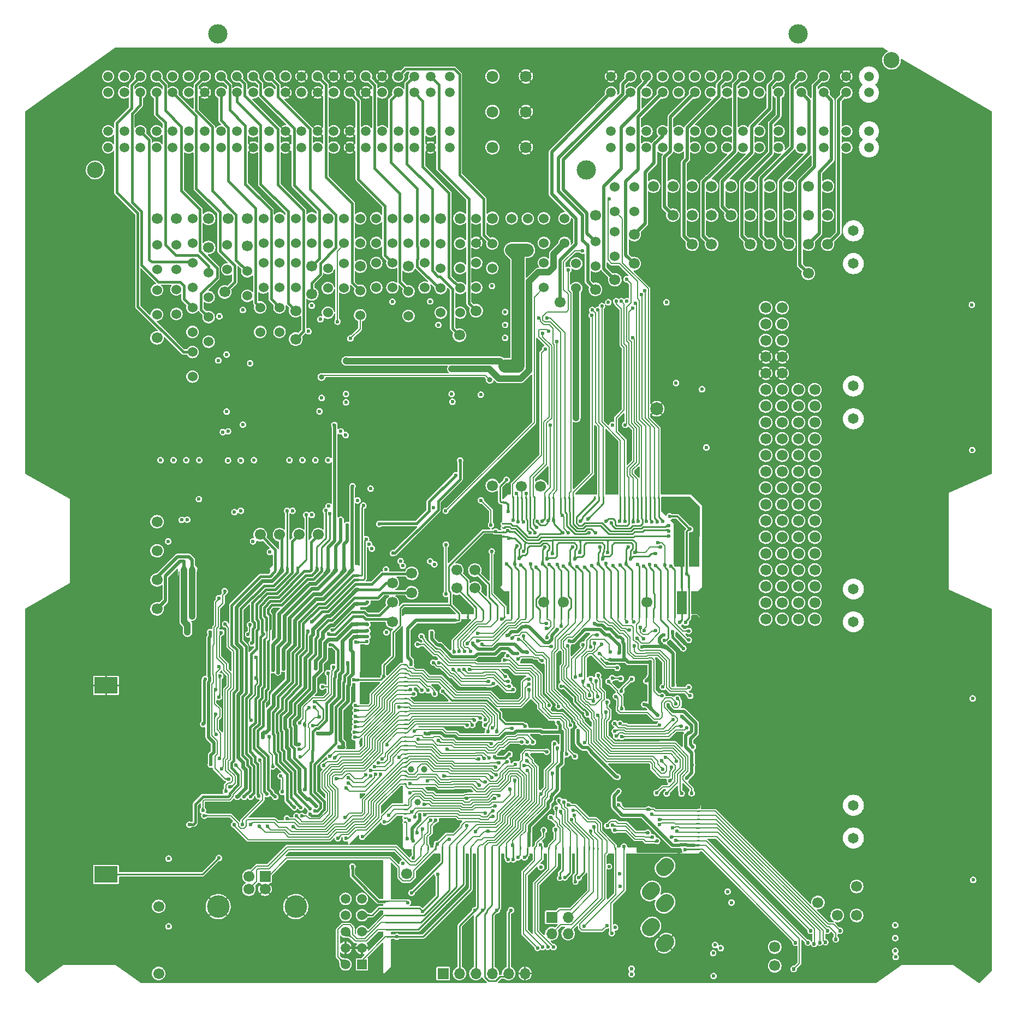
<source format=gbl>
G75*
G70*
%OFA0B0*%
%FSLAX25Y25*%
%IPPOS*%
%LPD*%
%AMOC8*
5,1,8,0,0,1.08239X$1,22.5*
%
%AMM168*
21,1,0.009840,0.009840,-0.000000,-0.000000,180.000000*
21,1,0.000000,0.019680,-0.000000,-0.000000,180.000000*
1,1,0.009840,-0.000000,0.004920*
1,1,0.009840,-0.000000,0.004920*
1,1,0.009840,-0.000000,-0.004920*
1,1,0.009840,-0.000000,-0.004920*
%
%AMM169*
21,1,0.009840,0.009840,-0.000000,-0.000000,270.000000*
21,1,0.000000,0.019680,-0.000000,-0.000000,270.000000*
1,1,0.009840,-0.004920,-0.000000*
1,1,0.009840,-0.004920,-0.000000*
1,1,0.009840,0.004920,-0.000000*
1,1,0.009840,0.004920,-0.000000*
%
%AMM243*
21,1,0.007870,1.133860,-0.000000,-0.000000,0.000000*
21,1,0.000000,1.141730,-0.000000,-0.000000,0.000000*
1,1,0.007870,-0.000000,-0.566930*
1,1,0.007870,-0.000000,-0.566930*
1,1,0.007870,-0.000000,0.566930*
1,1,0.007870,-0.000000,0.566930*
%
%AMM304*
21,1,0.039370,0.007870,-0.000000,-0.000000,315.000000*
1,1,0.007870,-0.013920,0.013920*
1,1,0.007870,0.013920,-0.013920*
%
%AMM326*
21,1,0.007870,0.078350,-0.000000,0.000000,225.000000*
21,1,0.000000,0.086220,-0.000000,0.000000,225.000000*
1,1,0.007870,-0.027700,0.027700*
1,1,0.007870,-0.027700,0.027700*
1,1,0.007870,0.027700,-0.027700*
1,1,0.007870,0.027700,-0.027700*
%
%AMM327*
21,1,0.007870,0.643700,-0.000000,0.000000,0.000000*
21,1,0.000000,0.651580,-0.000000,0.000000,0.000000*
1,1,0.007870,-0.000000,-0.321850*
1,1,0.007870,-0.000000,-0.321850*
1,1,0.007870,-0.000000,0.321850*
1,1,0.007870,-0.000000,0.321850*
%
%AMM328*
21,1,0.007870,0.287010,-0.000000,0.000000,270.000000*
21,1,0.000000,0.294880,-0.000000,0.000000,270.000000*
1,1,0.007870,-0.143500,0.000000*
1,1,0.007870,-0.143500,0.000000*
1,1,0.007870,0.143500,0.000000*
1,1,0.007870,0.143500,0.000000*
%
%AMM329*
21,1,0.007870,0.023620,-0.000000,0.000000,315.000000*
21,1,0.000000,0.031500,-0.000000,0.000000,315.000000*
1,1,0.007870,-0.008350,-0.008350*
1,1,0.007870,-0.008350,-0.008350*
1,1,0.007870,0.008350,0.008350*
1,1,0.007870,0.008350,0.008350*
%
%AMM330*
21,1,0.007870,0.361020,-0.000000,0.000000,90.000000*
21,1,0.000000,0.368900,-0.000000,0.000000,90.000000*
1,1,0.007870,0.180510,0.000000*
1,1,0.007870,0.180510,0.000000*
1,1,0.007870,-0.180510,0.000000*
1,1,0.007870,-0.180510,0.000000*
%
%AMM331*
21,1,0.009840,0.009840,-0.000000,0.000000,270.000000*
21,1,0.000000,0.019680,-0.000000,0.000000,270.000000*
1,1,0.009840,-0.004920,0.000000*
1,1,0.009840,-0.004920,0.000000*
1,1,0.009840,0.004920,0.000000*
1,1,0.009840,0.004920,0.000000*
%
%ADD10C,0.01969*%
%ADD116C,0.07087*%
%ADD119C,0.09843*%
%ADD130O,0.03937X0.05906*%
%ADD131C,0.02362*%
%ADD133C,0.06496*%
%ADD142C,0.13780*%
%ADD147O,0.06693X0.06693*%
%ADD152C,0.03937*%
%ADD161C,0.03150*%
%ADD171O,0.02362X0.03150*%
%ADD212O,0.01575X0.02362*%
%ADD236O,0.03150X0.02362*%
%ADD237O,0.02362X0.01575*%
%ADD246C,0.00984*%
%ADD248C,0.06000*%
%ADD26C,0.01575*%
%ADD268O,1.00787X0.00787*%
%ADD278C,0.01968*%
%ADD304O,0.01575X0.00787*%
%ADD306C,0.03900*%
%ADD336M168*%
%ADD337M169*%
%ADD40C,0.06693*%
%ADD42C,0.07874*%
%ADD420M243*%
%ADD44C,0.05906*%
%ADD48R,0.06693X0.06693*%
%ADD49R,0.14173X0.10236*%
%ADD496M304*%
%ADD50O,0.44882X0.04331*%
%ADD518M326*%
%ADD519M327*%
%ADD520M328*%
%ADD521M329*%
%ADD522M330*%
%ADD523M331*%
%ADD62C,0.01181*%
%ADD63C,0.00787*%
%ADD67O,0.00787X1.60630*%
%ADD77C,0.11811*%
%ADD90R,0.05906X0.05906*%
X0000000Y0000000D02*
%LPD*%
G01*
D40*
X0411417Y0505906D03*
D248*
X0129921Y0416909D03*
X0129921Y0431909D03*
D40*
X0505906Y0470472D03*
X0446850Y0488189D03*
D48*
X0282992Y0025591D03*
D147*
X0292992Y0025591D03*
X0302992Y0025591D03*
X0312992Y0025591D03*
X0322992Y0025591D03*
X0332992Y0025591D03*
D248*
X0334646Y0486024D03*
X0334646Y0466732D03*
D40*
X0260630Y0086614D03*
X0482283Y0505906D03*
X0499921Y0291772D03*
X0499921Y0301772D03*
X0499921Y0311772D03*
X0499921Y0321772D03*
X0499921Y0331772D03*
X0509921Y0291772D03*
X0509921Y0301772D03*
X0509921Y0311772D03*
X0509921Y0321772D03*
X0509921Y0331772D03*
X0312992Y0486240D03*
D77*
X0145325Y0598819D03*
D119*
X0556742Y0582677D03*
D77*
X0370522Y0515748D03*
D119*
X0070522Y0515748D03*
D77*
X0499656Y0598819D03*
D44*
X0542963Y0572835D03*
X0529183Y0572835D03*
X0515404Y0572835D03*
X0501624Y0572835D03*
X0487844Y0572835D03*
X0476033Y0572835D03*
X0466191Y0572835D03*
X0456348Y0572835D03*
X0446506Y0572835D03*
X0436663Y0572835D03*
X0426821Y0572835D03*
X0416978Y0572835D03*
X0407136Y0572835D03*
X0397293Y0572835D03*
X0385482Y0572835D03*
X0542963Y0562992D03*
X0529183Y0562992D03*
X0515404Y0562992D03*
X0501624Y0562992D03*
X0487844Y0562992D03*
X0476033Y0562992D03*
X0466191Y0562992D03*
X0456348Y0562992D03*
X0446506Y0562992D03*
X0436663Y0562992D03*
X0426821Y0562992D03*
X0416978Y0562992D03*
X0407136Y0562992D03*
X0397293Y0562992D03*
X0385482Y0562992D03*
X0542963Y0539370D03*
X0529183Y0539370D03*
X0515404Y0539370D03*
X0501624Y0539370D03*
X0487844Y0539370D03*
X0476033Y0539370D03*
X0466191Y0539370D03*
X0456348Y0539370D03*
X0446506Y0539370D03*
X0436663Y0539370D03*
X0426821Y0539370D03*
X0416978Y0539370D03*
X0407136Y0539370D03*
X0397293Y0539370D03*
X0385482Y0539370D03*
X0542963Y0529528D03*
X0529183Y0529528D03*
X0515404Y0529528D03*
X0501624Y0529528D03*
X0487844Y0529528D03*
X0476033Y0529528D03*
X0466191Y0529528D03*
X0456348Y0529528D03*
X0446506Y0529528D03*
X0436663Y0529528D03*
X0426821Y0529528D03*
X0416978Y0529528D03*
X0407136Y0529528D03*
X0397293Y0529528D03*
X0385482Y0529528D03*
D116*
X0333514Y0572835D03*
X0313041Y0572835D03*
X0333514Y0551181D03*
X0313041Y0551181D03*
X0333514Y0529528D03*
X0313041Y0529528D03*
D44*
X0287057Y0572835D03*
X0275246Y0572835D03*
X0265404Y0572835D03*
X0255561Y0572835D03*
X0245719Y0572835D03*
X0235876Y0572835D03*
X0226033Y0572835D03*
X0216191Y0572835D03*
X0206348Y0572835D03*
X0196506Y0572835D03*
X0186663Y0572835D03*
X0176821Y0572835D03*
X0166978Y0572835D03*
X0157136Y0572835D03*
X0147293Y0572835D03*
X0137451Y0572835D03*
X0127608Y0572835D03*
X0117766Y0572835D03*
X0107923Y0572835D03*
X0098081Y0572835D03*
X0088238Y0572835D03*
X0078396Y0572835D03*
X0287057Y0562992D03*
X0275246Y0562992D03*
X0265404Y0562992D03*
X0255561Y0562992D03*
X0245719Y0562992D03*
X0235876Y0562992D03*
X0226033Y0562992D03*
X0216191Y0562992D03*
X0206348Y0562992D03*
X0196506Y0562992D03*
X0186663Y0562992D03*
X0176821Y0562992D03*
X0166978Y0562992D03*
X0157136Y0562992D03*
X0147293Y0562992D03*
X0137451Y0562992D03*
X0127608Y0562992D03*
X0117766Y0562992D03*
X0107923Y0562992D03*
X0098081Y0562992D03*
X0088238Y0562992D03*
X0078396Y0562992D03*
X0287057Y0539370D03*
X0275246Y0539370D03*
X0265404Y0539370D03*
X0255561Y0539370D03*
X0245719Y0539370D03*
X0235876Y0539370D03*
X0226033Y0539370D03*
X0216191Y0539370D03*
X0206348Y0539370D03*
X0196506Y0539370D03*
X0186663Y0539370D03*
X0176821Y0539370D03*
X0166978Y0539370D03*
X0157136Y0539370D03*
X0147293Y0539370D03*
X0137451Y0539370D03*
X0127608Y0539370D03*
X0117766Y0539370D03*
X0107923Y0539370D03*
X0098081Y0539370D03*
X0088238Y0539370D03*
X0078396Y0539370D03*
X0287057Y0529528D03*
X0275246Y0529528D03*
X0265404Y0529528D03*
X0255561Y0529528D03*
X0245719Y0529528D03*
X0235876Y0529528D03*
X0226033Y0529528D03*
X0216191Y0529528D03*
X0206348Y0529528D03*
X0196506Y0529528D03*
X0186663Y0529528D03*
X0176821Y0529528D03*
X0166978Y0529528D03*
X0157136Y0529528D03*
X0147293Y0529528D03*
X0137451Y0529528D03*
X0127608Y0529528D03*
X0117766Y0529528D03*
X0107923Y0529528D03*
X0098081Y0529528D03*
X0088238Y0529528D03*
X0078396Y0529528D03*
D248*
X0163386Y0438957D03*
X0163386Y0453957D03*
D40*
X0458661Y0505906D03*
D248*
X0139764Y0438169D03*
X0139764Y0453169D03*
X0251969Y0444075D03*
X0251969Y0459075D03*
D48*
X0174213Y0084951D03*
D40*
X0164370Y0084951D03*
X0164370Y0077077D03*
X0174213Y0077077D03*
D142*
X0192992Y0066407D03*
X0145591Y0066407D03*
D40*
X0375984Y0442913D03*
X0485433Y0041732D03*
X0458661Y0488189D03*
X0171260Y0293307D03*
X0292913Y0414961D03*
X0263780Y0269685D03*
D248*
X0183071Y0471240D03*
X0183071Y0486240D03*
X0222441Y0443878D03*
X0222441Y0458878D03*
D40*
X0291339Y0260630D03*
X0494094Y0488189D03*
D248*
X0271654Y0444075D03*
X0271654Y0459075D03*
X0212598Y0428720D03*
X0212598Y0443720D03*
D40*
X0482283Y0470472D03*
D248*
X0139764Y0411004D03*
X0139764Y0426004D03*
D40*
X0485433Y0030315D03*
X0499921Y0341772D03*
X0499921Y0351772D03*
X0499921Y0361772D03*
X0499921Y0371772D03*
X0499921Y0381772D03*
X0509921Y0341772D03*
X0509921Y0351772D03*
X0509921Y0361772D03*
X0509921Y0371772D03*
X0509921Y0381772D03*
X0356299Y0251969D03*
X0108268Y0413386D03*
X0435039Y0488189D03*
X0505906Y0488189D03*
X0505906Y0505906D03*
G36*
G01*
X0245859Y0094065D02*
X0209757Y0094065D01*
G75*
G02*
X0209363Y0094459I0000000J0000394D01*
G01*
X0209363Y0094459D01*
G75*
G02*
X0209757Y0094852I0000394J0000000D01*
G01*
X0245859Y0094852D01*
G75*
G02*
X0246253Y0094459I0000000J-000394D01*
G01*
X0246253Y0094459D01*
G75*
G02*
X0245859Y0094065I-000394J0000000D01*
G01*
G37*
G36*
G01*
X0215384Y0024803D02*
X0244085Y0024803D01*
G75*
G02*
X0244478Y0024409I0000000J-000394D01*
G01*
X0244478Y0024409D01*
G75*
G02*
X0244085Y0024016I-000394J0000000D01*
G01*
X0215384Y0024016D01*
G75*
G02*
X0214990Y0024409I0000000J0000394D01*
G01*
X0214990Y0024409D01*
G75*
G02*
X0215384Y0024803I0000394J0000000D01*
G01*
G37*
G36*
G01*
X0209324Y0030002D02*
X0209324Y0094372D01*
G75*
G02*
X0209718Y0094766I0000394J0000000D01*
G01*
X0209718Y0094766D01*
G75*
G02*
X0210112Y0094372I0000000J-000394D01*
G01*
X0210112Y0030002D01*
G75*
G02*
X0209718Y0029608I-000394J0000000D01*
G01*
X0209718Y0029608D01*
G75*
G02*
X0209324Y0030002I0000000J0000394D01*
G01*
G37*
G36*
G01*
X0210005Y0030255D02*
X0215545Y0024715D01*
G75*
G02*
X0215545Y0024158I-000278J-000278D01*
G01*
X0215545Y0024158D01*
G75*
G02*
X0214988Y0024158I-000278J0000278D01*
G01*
X0209448Y0029698D01*
G75*
G02*
X0209448Y0030255I0000278J0000278D01*
G01*
X0209448Y0030255D01*
G75*
G02*
X0210005Y0030255I0000278J-000278D01*
G01*
G37*
G36*
G01*
X0243859Y0024730D02*
X0245529Y0026401D01*
G75*
G02*
X0246086Y0026401I0000278J-000278D01*
G01*
X0246086Y0026401D01*
G75*
G02*
X0246086Y0025844I-000278J-000278D01*
G01*
X0244416Y0024174D01*
G75*
G02*
X0243859Y0024174I-000278J0000278D01*
G01*
X0243859Y0024174D01*
G75*
G02*
X0243859Y0024730I0000278J0000278D01*
G01*
G37*
G36*
G01*
X0248622Y0070177D02*
X0249606Y0070177D01*
G75*
G02*
X0250098Y0069685I0000000J-000492D01*
G01*
X0250098Y0069685D01*
G75*
G02*
X0249606Y0069193I-000492J0000000D01*
G01*
X0248622Y0069193D01*
G75*
G02*
X0248130Y0069685I0000000J0000492D01*
G01*
X0248130Y0069685D01*
G75*
G02*
X0248622Y0070177I0000492J0000000D01*
G01*
G37*
G36*
G01*
X0248622Y0065846D02*
X0249606Y0065846D01*
G75*
G02*
X0250098Y0065354I0000000J-000492D01*
G01*
X0250098Y0065354D01*
G75*
G02*
X0249606Y0064862I-000492J0000000D01*
G01*
X0248622Y0064862D01*
G75*
G02*
X0248130Y0065354I0000000J0000492D01*
G01*
X0248130Y0065354D01*
G75*
G02*
X0248622Y0065846I0000492J0000000D01*
G01*
G37*
G36*
G01*
X0248622Y0061516D02*
X0249606Y0061516D01*
G75*
G02*
X0250098Y0061024I0000000J-000492D01*
G01*
X0250098Y0061024D01*
G75*
G02*
X0249606Y0060531I-000492J0000000D01*
G01*
X0248622Y0060531D01*
G75*
G02*
X0248130Y0061024I0000000J0000492D01*
G01*
X0248130Y0061024D01*
G75*
G02*
X0248622Y0061516I0000492J0000000D01*
G01*
G37*
G36*
G01*
X0248622Y0057185D02*
X0249606Y0057185D01*
G75*
G02*
X0250098Y0056693I0000000J-000492D01*
G01*
X0250098Y0056693D01*
G75*
G02*
X0249606Y0056201I-000492J0000000D01*
G01*
X0248622Y0056201D01*
G75*
G02*
X0248130Y0056693I0000000J0000492D01*
G01*
X0248130Y0056693D01*
G75*
G02*
X0248622Y0057185I0000492J0000000D01*
G01*
G37*
G36*
G01*
X0248622Y0052854D02*
X0249606Y0052854D01*
G75*
G02*
X0250098Y0052362I0000000J-000492D01*
G01*
X0250098Y0052362D01*
G75*
G02*
X0249606Y0051870I-000492J0000000D01*
G01*
X0248622Y0051870D01*
G75*
G02*
X0248130Y0052362I0000000J0000492D01*
G01*
X0248130Y0052362D01*
G75*
G02*
X0248622Y0052854I0000492J0000000D01*
G01*
G37*
G36*
G01*
X0248622Y0048524D02*
X0249606Y0048524D01*
G75*
G02*
X0250098Y0048032I0000000J-000492D01*
G01*
X0250098Y0048032D01*
G75*
G02*
X0249606Y0047539I-000492J0000000D01*
G01*
X0248622Y0047539D01*
G75*
G02*
X0248130Y0048032I0000000J0000492D01*
G01*
X0248130Y0048032D01*
G75*
G02*
X0248622Y0048524I0000492J0000000D01*
G01*
G37*
D248*
X0303150Y0471240D03*
X0303150Y0486240D03*
D40*
X0470472Y0505906D03*
D248*
X0399606Y0490531D03*
X0399606Y0505531D03*
X0222441Y0471240D03*
X0222441Y0486240D03*
D40*
X0139764Y0468504D03*
X0479921Y0241772D03*
X0479921Y0251772D03*
X0479921Y0261772D03*
X0479921Y0271772D03*
X0479921Y0281772D03*
X0489921Y0241772D03*
X0489921Y0251772D03*
X0489921Y0261772D03*
X0489921Y0271772D03*
X0489921Y0281772D03*
X0535433Y0078740D03*
X0232283Y0457087D03*
X0505906Y0452756D03*
X0120079Y0486220D03*
D248*
X0232283Y0427146D03*
X0232283Y0442146D03*
D40*
X0183071Y0293307D03*
D248*
X0108268Y0427539D03*
X0108268Y0442539D03*
X0192913Y0444075D03*
X0192913Y0459075D03*
X0129921Y0444075D03*
X0129921Y0459075D03*
X0344488Y0471220D03*
X0344488Y0486220D03*
X0183071Y0416909D03*
X0183071Y0431909D03*
D40*
X0163386Y0486220D03*
D248*
X0129921Y0389744D03*
X0129921Y0404744D03*
D40*
X0446850Y0470472D03*
X0517717Y0505906D03*
D248*
X0120079Y0427933D03*
X0120079Y0442933D03*
D40*
X0535433Y0061024D03*
X0108268Y0248031D03*
X0479921Y0391772D03*
X0479921Y0401772D03*
X0479921Y0411772D03*
X0479921Y0421772D03*
X0479921Y0431772D03*
X0489921Y0391772D03*
X0489921Y0401772D03*
X0489921Y0411772D03*
X0489921Y0421772D03*
X0489921Y0431772D03*
X0479921Y0291772D03*
X0479921Y0301772D03*
X0479921Y0311772D03*
X0479921Y0321772D03*
X0479921Y0331772D03*
X0489921Y0291772D03*
X0489921Y0301772D03*
X0489921Y0311772D03*
X0489921Y0321772D03*
X0489921Y0331772D03*
X0163386Y0469291D03*
D133*
X0533465Y0478661D03*
X0533465Y0458661D03*
D248*
X0242126Y0444075D03*
X0242126Y0459075D03*
D133*
X0533465Y0260157D03*
X0533465Y0240157D03*
D248*
X0120079Y0455098D03*
X0120079Y0470098D03*
X0171260Y0416909D03*
X0171260Y0431909D03*
X0173228Y0471240D03*
X0173228Y0486240D03*
X0324803Y0486220D03*
X0324803Y0466929D03*
D40*
X0435039Y0470472D03*
D248*
X0151181Y0455098D03*
X0151181Y0470098D03*
X0375984Y0457067D03*
X0375984Y0472067D03*
D40*
X0423228Y0488189D03*
G36*
G01*
X0414018Y0080160D02*
X0414018Y0080160D01*
G75*
G02*
X0414018Y0073479I-003341J-003341D01*
G01*
X0412348Y0071808D01*
G75*
G02*
X0405667Y0071808I-003341J0003341D01*
G01*
X0405667Y0071808D01*
G75*
G02*
X0405667Y0078490I0003341J0003341D01*
G01*
X0407337Y0080160D01*
G75*
G02*
X0414018Y0080160I0003341J-003341D01*
G01*
G37*
G36*
G01*
X0422680Y0072680D02*
X0422680Y0072680D01*
G75*
G02*
X0422680Y0065998I-003341J-003341D01*
G01*
X0421009Y0064328D01*
G75*
G02*
X0414328Y0064328I-003341J0003341D01*
G01*
X0414328Y0064328D01*
G75*
G02*
X0414328Y0071009I0003341J0003341D01*
G01*
X0415998Y0072680D01*
G75*
G02*
X0422680Y0072680I0003341J-003341D01*
G01*
G37*
G36*
G01*
X0422680Y0048270D02*
X0422680Y0048270D01*
G75*
G02*
X0422680Y0041589I-003341J-003341D01*
G01*
X0421009Y0039919D01*
G75*
G02*
X0414328Y0039919I-003341J0003341D01*
G01*
X0414328Y0039919D01*
G75*
G02*
X0414328Y0046600I0003341J0003341D01*
G01*
X0415998Y0048270D01*
G75*
G02*
X0422680Y0048270I0003341J-003341D01*
G01*
G37*
G36*
G01*
X0414018Y0058113D02*
X0414018Y0058113D01*
G75*
G02*
X0414018Y0051432I-003341J-003341D01*
G01*
X0412348Y0049761D01*
G75*
G02*
X0405667Y0049761I-003341J0003341D01*
G01*
X0405667Y0049761D01*
G75*
G02*
X0405667Y0056443I0003341J0003341D01*
G01*
X0407337Y0058113D01*
G75*
G02*
X0414018Y0058113I0003341J-003341D01*
G01*
G37*
G36*
G01*
X0422680Y0094727D02*
X0422680Y0094727D01*
G75*
G02*
X0422680Y0088046I-003341J-003341D01*
G01*
X0421009Y0086375D01*
G75*
G02*
X0414328Y0086375I-003341J0003341D01*
G01*
X0414328Y0086375D01*
G75*
G02*
X0414328Y0093057I0003341J0003341D01*
G01*
X0415998Y0094727D01*
G75*
G02*
X0422680Y0094727I0003341J-003341D01*
G01*
G37*
D248*
X0281496Y0428720D03*
X0281496Y0443720D03*
D40*
X0149606Y0441339D03*
X0399606Y0458661D03*
D133*
X0533465Y0128268D03*
X0533465Y0108268D03*
D40*
X0251969Y0251969D03*
X0511811Y0068898D03*
D48*
X0349311Y0059921D03*
D147*
X0359311Y0059921D03*
X0349311Y0049921D03*
X0359311Y0049921D03*
D40*
X0517717Y0470472D03*
X0139764Y0486220D03*
D248*
X0192913Y0471240D03*
X0192913Y0486240D03*
X0232283Y0471240D03*
X0232283Y0486240D03*
X0357087Y0471220D03*
X0357087Y0486220D03*
D131*
X0505657Y0044468D03*
X0507330Y0051693D03*
X0509496Y0043622D03*
X0512940Y0044468D03*
X0516287Y0044763D03*
X0517566Y0051693D03*
X0522684Y0046535D03*
X0525244Y0051693D03*
X0496995Y0028366D03*
X0498177Y0044409D03*
D133*
X0533465Y0384016D03*
X0533465Y0364016D03*
D131*
X0449117Y0331545D03*
X0344931Y0331545D03*
X0302018Y0331545D03*
X0400837Y0331545D03*
X0443652Y0346506D03*
D248*
X0293307Y0455886D03*
X0293307Y0470886D03*
D131*
X0252228Y0282039D03*
X0284610Y0287255D03*
X0284541Y0307856D03*
X0277130Y0309795D03*
X0306067Y0314224D03*
G36*
G01*
X0259293Y0118321D02*
X0260278Y0118321D01*
G75*
G02*
X0260770Y0117829I0000000J-000492D01*
G01*
X0260770Y0117829D01*
G75*
G02*
X0260278Y0117337I-000492J0000000D01*
G01*
X0259293Y0117337D01*
G75*
G02*
X0258801Y0117829I0000000J0000492D01*
G01*
X0258801Y0117829D01*
G75*
G02*
X0259293Y0118321I0000492J0000000D01*
G01*
G37*
G36*
G01*
X0260278Y0119936D02*
X0259293Y0119936D01*
G75*
G02*
X0258801Y0120428I0000000J0000492D01*
G01*
X0258801Y0120428D01*
G75*
G02*
X0259293Y0120920I0000492J0000000D01*
G01*
X0260278Y0120920D01*
G75*
G02*
X0260770Y0120428I0000000J-000492D01*
G01*
X0260770Y0120428D01*
G75*
G02*
X0260278Y0119936I-000492J0000000D01*
G01*
G37*
G36*
G01*
X0260278Y0122534D02*
X0259293Y0122534D01*
G75*
G02*
X0258801Y0123026I0000000J0000492D01*
G01*
X0258801Y0123026D01*
G75*
G02*
X0259293Y0123518I0000492J0000000D01*
G01*
X0260278Y0123518D01*
G75*
G02*
X0260770Y0123026I0000000J-000492D01*
G01*
X0260770Y0123026D01*
G75*
G02*
X0260278Y0122534I-000492J0000000D01*
G01*
G37*
G36*
G01*
X0260278Y0125132D02*
X0259293Y0125132D01*
G75*
G02*
X0258801Y0125625I0000000J0000492D01*
G01*
X0258801Y0125625D01*
G75*
G02*
X0259293Y0126117I0000492J0000000D01*
G01*
X0260278Y0126117D01*
G75*
G02*
X0260770Y0125625I0000000J-000492D01*
G01*
X0260770Y0125625D01*
G75*
G02*
X0260278Y0125132I-000492J0000000D01*
G01*
G37*
G36*
G01*
X0260278Y0127731D02*
X0259293Y0127731D01*
G75*
G02*
X0258801Y0128223I0000000J0000492D01*
G01*
X0258801Y0128223D01*
G75*
G02*
X0259293Y0128715I0000492J0000000D01*
G01*
X0260278Y0128715D01*
G75*
G02*
X0260770Y0128223I0000000J-000492D01*
G01*
X0260770Y0128223D01*
G75*
G02*
X0260278Y0127731I-000492J0000000D01*
G01*
G37*
G36*
G01*
X0260278Y0140723D02*
X0259293Y0140723D01*
G75*
G02*
X0258801Y0141215I0000000J0000492D01*
G01*
X0258801Y0141215D01*
G75*
G02*
X0259293Y0141707I0000492J0000000D01*
G01*
X0260278Y0141707D01*
G75*
G02*
X0260770Y0141215I0000000J-000492D01*
G01*
X0260770Y0141215D01*
G75*
G02*
X0260278Y0140723I-000492J0000000D01*
G01*
G37*
G36*
G01*
X0260278Y0143321D02*
X0259293Y0143321D01*
G75*
G02*
X0258801Y0143813I0000000J0000492D01*
G01*
X0258801Y0143813D01*
G75*
G02*
X0259293Y0144306I0000492J0000000D01*
G01*
X0260278Y0144306D01*
G75*
G02*
X0260770Y0143813I0000000J-000492D01*
G01*
X0260770Y0143813D01*
G75*
G02*
X0260278Y0143321I-000492J0000000D01*
G01*
G37*
G36*
G01*
X0260278Y0145920D02*
X0259293Y0145920D01*
G75*
G02*
X0258801Y0146412I0000000J0000492D01*
G01*
X0258801Y0146412D01*
G75*
G02*
X0259293Y0146904I0000492J0000000D01*
G01*
X0260278Y0146904D01*
G75*
G02*
X0260770Y0146412I0000000J-000492D01*
G01*
X0260770Y0146412D01*
G75*
G02*
X0260278Y0145920I-000492J0000000D01*
G01*
G37*
G36*
G01*
X0260278Y0148518D02*
X0259293Y0148518D01*
G75*
G02*
X0258801Y0149010I0000000J0000492D01*
G01*
X0258801Y0149010D01*
G75*
G02*
X0259293Y0149502I0000492J0000000D01*
G01*
X0260278Y0149502D01*
G75*
G02*
X0260770Y0149010I0000000J-000492D01*
G01*
X0260770Y0149010D01*
G75*
G02*
X0260278Y0148518I-000492J0000000D01*
G01*
G37*
G36*
G01*
X0260278Y0151117D02*
X0259293Y0151117D01*
G75*
G02*
X0258801Y0151609I0000000J0000492D01*
G01*
X0258801Y0151609D01*
G75*
G02*
X0259293Y0152101I0000492J0000000D01*
G01*
X0260278Y0152101D01*
G75*
G02*
X0260770Y0151609I0000000J-000492D01*
G01*
X0260770Y0151609D01*
G75*
G02*
X0260278Y0151117I-000492J0000000D01*
G01*
G37*
G36*
G01*
X0260278Y0153715D02*
X0259293Y0153715D01*
G75*
G02*
X0258801Y0154207I0000000J0000492D01*
G01*
X0258801Y0154207D01*
G75*
G02*
X0259293Y0154699I0000492J0000000D01*
G01*
X0260278Y0154699D01*
G75*
G02*
X0260770Y0154207I0000000J-000492D01*
G01*
X0260770Y0154207D01*
G75*
G02*
X0260278Y0153715I-000492J0000000D01*
G01*
G37*
G36*
G01*
X0260278Y0156313D02*
X0259293Y0156313D01*
G75*
G02*
X0258801Y0156806I0000000J0000492D01*
G01*
X0258801Y0156806D01*
G75*
G02*
X0259293Y0157298I0000492J0000000D01*
G01*
X0260278Y0157298D01*
G75*
G02*
X0260770Y0156806I0000000J-000492D01*
G01*
X0260770Y0156806D01*
G75*
G02*
X0260278Y0156313I-000492J0000000D01*
G01*
G37*
G36*
G01*
X0260278Y0158912D02*
X0259293Y0158912D01*
G75*
G02*
X0258801Y0159404I0000000J0000492D01*
G01*
X0258801Y0159404D01*
G75*
G02*
X0259293Y0159896I0000492J0000000D01*
G01*
X0260278Y0159896D01*
G75*
G02*
X0260770Y0159404I0000000J-000492D01*
G01*
X0260770Y0159404D01*
G75*
G02*
X0260278Y0158912I-000492J0000000D01*
G01*
G37*
G36*
G01*
X0260278Y0161510D02*
X0259293Y0161510D01*
G75*
G02*
X0258801Y0162002I0000000J0000492D01*
G01*
X0258801Y0162002D01*
G75*
G02*
X0259293Y0162495I0000492J0000000D01*
G01*
X0260278Y0162495D01*
G75*
G02*
X0260770Y0162002I0000000J-000492D01*
G01*
X0260770Y0162002D01*
G75*
G02*
X0260278Y0161510I-000492J0000000D01*
G01*
G37*
G36*
G01*
X0260278Y0164109D02*
X0259293Y0164109D01*
G75*
G02*
X0258801Y0164601I0000000J0000492D01*
G01*
X0258801Y0164601D01*
G75*
G02*
X0259293Y0165093I0000492J0000000D01*
G01*
X0260278Y0165093D01*
G75*
G02*
X0260770Y0164601I0000000J-000492D01*
G01*
X0260770Y0164601D01*
G75*
G02*
X0260278Y0164109I-000492J0000000D01*
G01*
G37*
G36*
G01*
X0260278Y0166707D02*
X0259293Y0166707D01*
G75*
G02*
X0258801Y0167199I0000000J0000492D01*
G01*
X0258801Y0167199D01*
G75*
G02*
X0259293Y0167691I0000492J0000000D01*
G01*
X0260278Y0167691D01*
G75*
G02*
X0260770Y0167199I0000000J-000492D01*
G01*
X0260770Y0167199D01*
G75*
G02*
X0260278Y0166707I-000492J0000000D01*
G01*
G37*
G36*
G01*
X0260278Y0169306D02*
X0259293Y0169306D01*
G75*
G02*
X0258801Y0169798I0000000J0000492D01*
G01*
X0258801Y0169798D01*
G75*
G02*
X0259293Y0170290I0000492J0000000D01*
G01*
X0260278Y0170290D01*
G75*
G02*
X0260770Y0169798I0000000J-000492D01*
G01*
X0260770Y0169798D01*
G75*
G02*
X0260278Y0169306I-000492J0000000D01*
G01*
G37*
G36*
G01*
X0260278Y0171904D02*
X0259293Y0171904D01*
G75*
G02*
X0258801Y0172396I0000000J0000492D01*
G01*
X0258801Y0172396D01*
G75*
G02*
X0259293Y0172888I0000492J0000000D01*
G01*
X0260278Y0172888D01*
G75*
G02*
X0260770Y0172396I0000000J-000492D01*
G01*
X0260770Y0172396D01*
G75*
G02*
X0260278Y0171904I-000492J0000000D01*
G01*
G37*
G36*
G01*
X0260278Y0174502D02*
X0259293Y0174502D01*
G75*
G02*
X0258801Y0174995I0000000J0000492D01*
G01*
X0258801Y0174995D01*
G75*
G02*
X0259293Y0175487I0000492J0000000D01*
G01*
X0260278Y0175487D01*
G75*
G02*
X0260770Y0174995I0000000J-000492D01*
G01*
X0260770Y0174995D01*
G75*
G02*
X0260278Y0174502I-000492J0000000D01*
G01*
G37*
G36*
G01*
X0260278Y0177101D02*
X0259293Y0177101D01*
G75*
G02*
X0258801Y0177593I0000000J0000492D01*
G01*
X0258801Y0177593D01*
G75*
G02*
X0259293Y0178085I0000492J0000000D01*
G01*
X0260278Y0178085D01*
G75*
G02*
X0260770Y0177593I0000000J-000492D01*
G01*
X0260770Y0177593D01*
G75*
G02*
X0260278Y0177101I-000492J0000000D01*
G01*
G37*
G36*
G01*
X0260278Y0179699D02*
X0259293Y0179699D01*
G75*
G02*
X0258801Y0180191I0000000J0000492D01*
G01*
X0258801Y0180191D01*
G75*
G02*
X0259293Y0180684I0000492J0000000D01*
G01*
X0260278Y0180684D01*
G75*
G02*
X0260770Y0180191I0000000J-000492D01*
G01*
X0260770Y0180191D01*
G75*
G02*
X0260278Y0179699I-000492J0000000D01*
G01*
G37*
G36*
G01*
X0260278Y0182298D02*
X0259293Y0182298D01*
G75*
G02*
X0258801Y0182790I0000000J0000492D01*
G01*
X0258801Y0182790D01*
G75*
G02*
X0259293Y0183282I0000492J0000000D01*
G01*
X0260278Y0183282D01*
G75*
G02*
X0260770Y0182790I0000000J-000492D01*
G01*
X0260770Y0182790D01*
G75*
G02*
X0260278Y0182298I-000492J0000000D01*
G01*
G37*
G36*
G01*
X0260278Y0184896D02*
X0259293Y0184896D01*
G75*
G02*
X0258801Y0185388I0000000J0000492D01*
G01*
X0258801Y0185388D01*
G75*
G02*
X0259293Y0185880I0000492J0000000D01*
G01*
X0260278Y0185880D01*
G75*
G02*
X0260770Y0185388I0000000J-000492D01*
G01*
X0260770Y0185388D01*
G75*
G02*
X0260278Y0184896I-000492J0000000D01*
G01*
G37*
G36*
G01*
X0260278Y0187495D02*
X0259293Y0187495D01*
G75*
G02*
X0258801Y0187987I0000000J0000492D01*
G01*
X0258801Y0187987D01*
G75*
G02*
X0259293Y0188479I0000492J0000000D01*
G01*
X0260278Y0188479D01*
G75*
G02*
X0260770Y0187987I0000000J-000492D01*
G01*
X0260770Y0187987D01*
G75*
G02*
X0260278Y0187495I-000492J0000000D01*
G01*
G37*
G36*
G01*
X0260278Y0190093D02*
X0259293Y0190093D01*
G75*
G02*
X0258801Y0190585I0000000J0000492D01*
G01*
X0258801Y0190585D01*
G75*
G02*
X0259293Y0191077I0000492J0000000D01*
G01*
X0260278Y0191077D01*
G75*
G02*
X0260770Y0190585I0000000J-000492D01*
G01*
X0260770Y0190585D01*
G75*
G02*
X0260278Y0190093I-000492J0000000D01*
G01*
G37*
G36*
G01*
X0260278Y0192691D02*
X0259293Y0192691D01*
G75*
G02*
X0258801Y0193184I0000000J0000492D01*
G01*
X0258801Y0193184D01*
G75*
G02*
X0259293Y0193676I0000492J0000000D01*
G01*
X0260278Y0193676D01*
G75*
G02*
X0260770Y0193184I0000000J-000492D01*
G01*
X0260770Y0193184D01*
G75*
G02*
X0260278Y0192691I-000492J0000000D01*
G01*
G37*
G36*
G01*
X0260278Y0195290D02*
X0259293Y0195290D01*
G75*
G02*
X0258801Y0195782I0000000J0000492D01*
G01*
X0258801Y0195782D01*
G75*
G02*
X0259293Y0196274I0000492J0000000D01*
G01*
X0260278Y0196274D01*
G75*
G02*
X0260770Y0195782I0000000J-000492D01*
G01*
X0260770Y0195782D01*
G75*
G02*
X0260278Y0195290I-000492J0000000D01*
G01*
G37*
G36*
G01*
X0260278Y0197888D02*
X0259293Y0197888D01*
G75*
G02*
X0258801Y0198380I0000000J0000492D01*
G01*
X0258801Y0198380D01*
G75*
G02*
X0259293Y0198873I0000492J0000000D01*
G01*
X0260278Y0198873D01*
G75*
G02*
X0260770Y0198380I0000000J-000492D01*
G01*
X0260770Y0198380D01*
G75*
G02*
X0260278Y0197888I-000492J0000000D01*
G01*
G37*
G36*
G01*
X0260278Y0200487D02*
X0259293Y0200487D01*
G75*
G02*
X0258801Y0200979I0000000J0000492D01*
G01*
X0258801Y0200979D01*
G75*
G02*
X0259293Y0201471I0000492J0000000D01*
G01*
X0260278Y0201471D01*
G75*
G02*
X0260770Y0200979I0000000J-000492D01*
G01*
X0260770Y0200979D01*
G75*
G02*
X0260278Y0200487I-000492J0000000D01*
G01*
G37*
G36*
G01*
X0260278Y0203085D02*
X0259293Y0203085D01*
G75*
G02*
X0258801Y0203577I0000000J0000492D01*
G01*
X0258801Y0203577D01*
G75*
G02*
X0259293Y0204069I0000492J0000000D01*
G01*
X0260278Y0204069D01*
G75*
G02*
X0260770Y0203577I0000000J-000492D01*
G01*
X0260770Y0203577D01*
G75*
G02*
X0260278Y0203085I-000492J0000000D01*
G01*
G37*
G36*
G01*
X0260278Y0205684D02*
X0259293Y0205684D01*
G75*
G02*
X0258801Y0206176I0000000J0000492D01*
G01*
X0258801Y0206176D01*
G75*
G02*
X0259293Y0206668I0000492J0000000D01*
G01*
X0260278Y0206668D01*
G75*
G02*
X0260770Y0206176I0000000J-000492D01*
G01*
X0260770Y0206176D01*
G75*
G02*
X0260278Y0205684I-000492J0000000D01*
G01*
G37*
G36*
G01*
X0260278Y0208282D02*
X0259293Y0208282D01*
G75*
G02*
X0258801Y0208774I0000000J0000492D01*
G01*
X0258801Y0208774D01*
G75*
G02*
X0259293Y0209266I0000492J0000000D01*
G01*
X0260278Y0209266D01*
G75*
G02*
X0260770Y0208774I0000000J-000492D01*
G01*
X0260770Y0208774D01*
G75*
G02*
X0260278Y0208282I-000492J0000000D01*
G01*
G37*
G36*
G01*
X0260278Y0210880D02*
X0259293Y0210880D01*
G75*
G02*
X0258801Y0211373I0000000J0000492D01*
G01*
X0258801Y0211373D01*
G75*
G02*
X0259293Y0211865I0000492J0000000D01*
G01*
X0260278Y0211865D01*
G75*
G02*
X0260770Y0211373I0000000J-000492D01*
G01*
X0260770Y0211373D01*
G75*
G02*
X0260278Y0210880I-000492J0000000D01*
G01*
G37*
G36*
G01*
X0260278Y0213479D02*
X0259293Y0213479D01*
G75*
G02*
X0258801Y0213971I0000000J0000492D01*
G01*
X0258801Y0213971D01*
G75*
G02*
X0259293Y0214463I0000492J0000000D01*
G01*
X0260278Y0214463D01*
G75*
G02*
X0260770Y0213971I0000000J-000492D01*
G01*
X0260770Y0213971D01*
G75*
G02*
X0260278Y0213479I-000492J0000000D01*
G01*
G37*
G36*
G01*
X0392943Y0101089D02*
X0392943Y0102073D01*
G75*
G02*
X0393435Y0102565I0000492J0000000D01*
G01*
X0393435Y0102565D01*
G75*
G02*
X0393927Y0102073I0000000J-000492D01*
G01*
X0393927Y0101089D01*
G75*
G02*
X0393435Y0100597I-000492J0000000D01*
G01*
X0393435Y0100597D01*
G75*
G02*
X0392943Y0101089I0000000J0000492D01*
G01*
G37*
G36*
G01*
X0388730Y0102073D02*
X0388730Y0101089D01*
G75*
G02*
X0388238Y0100597I-000492J0000000D01*
G01*
X0388238Y0100597D01*
G75*
G02*
X0387746Y0101089I0000000J0000492D01*
G01*
X0387746Y0102073D01*
G75*
G02*
X0388238Y0102565I0000492J0000000D01*
G01*
X0388238Y0102565D01*
G75*
G02*
X0388730Y0102073I0000000J-000492D01*
G01*
G37*
G36*
G01*
X0383533Y0102073D02*
X0383533Y0101089D01*
G75*
G02*
X0383041Y0100597I-000492J0000000D01*
G01*
X0383041Y0100597D01*
G75*
G02*
X0382549Y0101089I0000000J0000492D01*
G01*
X0382549Y0102073D01*
G75*
G02*
X0383041Y0102565I0000492J0000000D01*
G01*
X0383041Y0102565D01*
G75*
G02*
X0383533Y0102073I0000000J-000492D01*
G01*
G37*
G36*
G01*
X0380541Y0102073D02*
X0380541Y0101089D01*
G75*
G02*
X0380049Y0100597I-000492J0000000D01*
G01*
X0380049Y0100597D01*
G75*
G02*
X0379557Y0101089I0000000J0000492D01*
G01*
X0379557Y0102073D01*
G75*
G02*
X0380049Y0102565I0000492J0000000D01*
G01*
X0380049Y0102565D01*
G75*
G02*
X0380541Y0102073I0000000J-000492D01*
G01*
G37*
G36*
G01*
X0377923Y0102073D02*
X0377923Y0101089D01*
G75*
G02*
X0377431Y0100597I-000492J0000000D01*
G01*
X0377431Y0100597D01*
G75*
G02*
X0376939Y0101089I0000000J0000492D01*
G01*
X0376939Y0102073D01*
G75*
G02*
X0377431Y0102565I0000492J0000000D01*
G01*
X0377431Y0102565D01*
G75*
G02*
X0377923Y0102073I0000000J-000492D01*
G01*
G37*
G36*
G01*
X0375305Y0102073D02*
X0375305Y0101089D01*
G75*
G02*
X0374813Y0100597I-000492J0000000D01*
G01*
X0374813Y0100597D01*
G75*
G02*
X0374321Y0101089I0000000J0000492D01*
G01*
X0374321Y0102073D01*
G75*
G02*
X0374813Y0102565I0000492J0000000D01*
G01*
X0374813Y0102565D01*
G75*
G02*
X0375305Y0102073I0000000J-000492D01*
G01*
G37*
G36*
G01*
X0372687Y0102073D02*
X0372687Y0101089D01*
G75*
G02*
X0372195Y0100597I-000492J0000000D01*
G01*
X0372195Y0100597D01*
G75*
G02*
X0371703Y0101089I0000000J0000492D01*
G01*
X0371703Y0102073D01*
G75*
G02*
X0372195Y0102565I0000492J0000000D01*
G01*
X0372195Y0102565D01*
G75*
G02*
X0372687Y0102073I0000000J-000492D01*
G01*
G37*
G36*
G01*
X0369636Y0102073D02*
X0369636Y0101089D01*
G75*
G02*
X0369144Y0100597I-000492J0000000D01*
G01*
X0369144Y0100597D01*
G75*
G02*
X0368652Y0101089I0000000J0000492D01*
G01*
X0368652Y0102073D01*
G75*
G02*
X0369144Y0102565I0000492J0000000D01*
G01*
X0369144Y0102565D01*
G75*
G02*
X0369636Y0102073I0000000J-000492D01*
G01*
G37*
G36*
G01*
X0365305Y0102073D02*
X0365305Y0101089D01*
G75*
G02*
X0364813Y0100597I-000492J0000000D01*
G01*
X0364813Y0100597D01*
G75*
G02*
X0364321Y0101089I0000000J0000492D01*
G01*
X0364321Y0102073D01*
G75*
G02*
X0364813Y0102565I0000492J0000000D01*
G01*
X0364813Y0102565D01*
G75*
G02*
X0365305Y0102073I0000000J-000492D01*
G01*
G37*
G36*
G01*
X0360974Y0102073D02*
X0360974Y0101089D01*
G75*
G02*
X0360482Y0100597I-000492J0000000D01*
G01*
X0360482Y0100597D01*
G75*
G02*
X0359990Y0101089I0000000J0000492D01*
G01*
X0359990Y0102073D01*
G75*
G02*
X0360482Y0102565I0000492J0000000D01*
G01*
X0360482Y0102565D01*
G75*
G02*
X0360974Y0102073I0000000J-000492D01*
G01*
G37*
G36*
G01*
X0356644Y0102073D02*
X0356644Y0101089D01*
G75*
G02*
X0356152Y0100597I-000492J0000000D01*
G01*
X0356152Y0100597D01*
G75*
G02*
X0355659Y0101089I0000000J0000492D01*
G01*
X0355659Y0102073D01*
G75*
G02*
X0356152Y0102565I0000492J0000000D01*
G01*
X0356152Y0102565D01*
G75*
G02*
X0356644Y0102073I0000000J-000492D01*
G01*
G37*
G36*
G01*
X0352313Y0102073D02*
X0352313Y0101089D01*
G75*
G02*
X0351821Y0100597I-000492J0000000D01*
G01*
X0351821Y0100597D01*
G75*
G02*
X0351329Y0101089I0000000J0000492D01*
G01*
X0351329Y0102073D01*
G75*
G02*
X0351821Y0102565I0000492J0000000D01*
G01*
X0351821Y0102565D01*
G75*
G02*
X0352313Y0102073I0000000J-000492D01*
G01*
G37*
G36*
G01*
X0347982Y0102073D02*
X0347982Y0101089D01*
G75*
G02*
X0347490Y0100597I-000492J0000000D01*
G01*
X0347490Y0100597D01*
G75*
G02*
X0346998Y0101089I0000000J0000492D01*
G01*
X0346998Y0102073D01*
G75*
G02*
X0347490Y0102565I0000492J0000000D01*
G01*
X0347490Y0102565D01*
G75*
G02*
X0347982Y0102073I0000000J-000492D01*
G01*
G37*
G36*
G01*
X0343652Y0102073D02*
X0343652Y0101089D01*
G75*
G02*
X0343160Y0100597I-000492J0000000D01*
G01*
X0343160Y0100597D01*
G75*
G02*
X0342667Y0101089I0000000J0000492D01*
G01*
X0342667Y0102073D01*
G75*
G02*
X0343160Y0102565I0000492J0000000D01*
G01*
X0343160Y0102565D01*
G75*
G02*
X0343652Y0102073I0000000J-000492D01*
G01*
G37*
G36*
G01*
X0339321Y0102073D02*
X0339321Y0101089D01*
G75*
G02*
X0338829Y0100597I-000492J0000000D01*
G01*
X0338829Y0100597D01*
G75*
G02*
X0338337Y0101089I0000000J0000492D01*
G01*
X0338337Y0102073D01*
G75*
G02*
X0338829Y0102565I0000492J0000000D01*
G01*
X0338829Y0102565D01*
G75*
G02*
X0339321Y0102073I0000000J-000492D01*
G01*
G37*
G36*
G01*
X0334990Y0102073D02*
X0334990Y0101089D01*
G75*
G02*
X0334498Y0100597I-000492J0000000D01*
G01*
X0334498Y0100597D01*
G75*
G02*
X0334006Y0101089I0000000J0000492D01*
G01*
X0334006Y0102073D01*
G75*
G02*
X0334498Y0102565I0000492J0000000D01*
G01*
X0334498Y0102565D01*
G75*
G02*
X0334990Y0102073I0000000J-000492D01*
G01*
G37*
G36*
G01*
X0330660Y0102073D02*
X0330660Y0101089D01*
G75*
G02*
X0330167Y0100597I-000492J0000000D01*
G01*
X0330167Y0100597D01*
G75*
G02*
X0329675Y0101089I0000000J0000492D01*
G01*
X0329675Y0102073D01*
G75*
G02*
X0330167Y0102565I0000492J0000000D01*
G01*
X0330167Y0102565D01*
G75*
G02*
X0330660Y0102073I0000000J-000492D01*
G01*
G37*
G36*
G01*
X0326329Y0102073D02*
X0326329Y0101089D01*
G75*
G02*
X0325837Y0100597I-000492J0000000D01*
G01*
X0325837Y0100597D01*
G75*
G02*
X0325345Y0101089I0000000J0000492D01*
G01*
X0325345Y0102073D01*
G75*
G02*
X0325837Y0102565I0000492J0000000D01*
G01*
X0325837Y0102565D01*
G75*
G02*
X0326329Y0102073I0000000J-000492D01*
G01*
G37*
G36*
G01*
X0321998Y0102073D02*
X0321998Y0101089D01*
G75*
G02*
X0321506Y0100597I-000492J0000000D01*
G01*
X0321506Y0100597D01*
G75*
G02*
X0321014Y0101089I0000000J0000492D01*
G01*
X0321014Y0102073D01*
G75*
G02*
X0321506Y0102565I0000492J0000000D01*
G01*
X0321506Y0102565D01*
G75*
G02*
X0321998Y0102073I0000000J-000492D01*
G01*
G37*
G36*
G01*
X0317667Y0102073D02*
X0317667Y0101089D01*
G75*
G02*
X0317175Y0100597I-000492J0000000D01*
G01*
X0317175Y0100597D01*
G75*
G02*
X0316683Y0101089I0000000J0000492D01*
G01*
X0316683Y0102073D01*
G75*
G02*
X0317175Y0102565I0000492J0000000D01*
G01*
X0317175Y0102565D01*
G75*
G02*
X0317667Y0102073I0000000J-000492D01*
G01*
G37*
G36*
G01*
X0313337Y0102073D02*
X0313337Y0101089D01*
G75*
G02*
X0312845Y0100597I-000492J0000000D01*
G01*
X0312845Y0100597D01*
G75*
G02*
X0312352Y0101089I0000000J0000492D01*
G01*
X0312352Y0102073D01*
G75*
G02*
X0312845Y0102565I0000492J0000000D01*
G01*
X0312845Y0102565D01*
G75*
G02*
X0313337Y0102073I0000000J-000492D01*
G01*
G37*
G36*
G01*
X0309006Y0102073D02*
X0309006Y0101089D01*
G75*
G02*
X0308514Y0100597I-000492J0000000D01*
G01*
X0308514Y0100597D01*
G75*
G02*
X0308022Y0101089I0000000J0000492D01*
G01*
X0308022Y0102073D01*
G75*
G02*
X0308514Y0102565I0000492J0000000D01*
G01*
X0308514Y0102565D01*
G75*
G02*
X0309006Y0102073I0000000J-000492D01*
G01*
G37*
G36*
G01*
X0304675Y0102073D02*
X0304675Y0101089D01*
G75*
G02*
X0304183Y0100597I-000492J0000000D01*
G01*
X0304183Y0100597D01*
G75*
G02*
X0303691Y0101089I0000000J0000492D01*
G01*
X0303691Y0102073D01*
G75*
G02*
X0304183Y0102565I0000492J0000000D01*
G01*
X0304183Y0102565D01*
G75*
G02*
X0304675Y0102073I0000000J-000492D01*
G01*
G37*
G36*
G01*
X0300345Y0102073D02*
X0300345Y0101089D01*
G75*
G02*
X0299853Y0100597I-000492J0000000D01*
G01*
X0299853Y0100597D01*
G75*
G02*
X0299360Y0101089I0000000J0000492D01*
G01*
X0299360Y0102073D01*
G75*
G02*
X0299853Y0102565I0000492J0000000D01*
G01*
X0299853Y0102565D01*
G75*
G02*
X0300345Y0102073I0000000J-000492D01*
G01*
G37*
G36*
G01*
X0296014Y0102073D02*
X0296014Y0101089D01*
G75*
G02*
X0295522Y0100597I-000492J0000000D01*
G01*
X0295522Y0100597D01*
G75*
G02*
X0295030Y0101089I0000000J0000492D01*
G01*
X0295030Y0102073D01*
G75*
G02*
X0295522Y0102565I0000492J0000000D01*
G01*
X0295522Y0102565D01*
G75*
G02*
X0296014Y0102073I0000000J-000492D01*
G01*
G37*
G36*
G01*
X0291683Y0102073D02*
X0291683Y0101089D01*
G75*
G02*
X0291191Y0100597I-000492J0000000D01*
G01*
X0291191Y0100597D01*
G75*
G02*
X0290699Y0101089I0000000J0000492D01*
G01*
X0290699Y0102073D01*
G75*
G02*
X0291191Y0102565I0000492J0000000D01*
G01*
X0291191Y0102565D01*
G75*
G02*
X0291683Y0102073I0000000J-000492D01*
G01*
G37*
G36*
G01*
X0287353Y0102073D02*
X0287353Y0101089D01*
G75*
G02*
X0286860Y0100597I-000492J0000000D01*
G01*
X0286860Y0100597D01*
G75*
G02*
X0286368Y0101089I0000000J0000492D01*
G01*
X0286368Y0102073D01*
G75*
G02*
X0286860Y0102565I0000492J0000000D01*
G01*
X0286860Y0102565D01*
G75*
G02*
X0287353Y0102073I0000000J-000492D01*
G01*
G37*
G36*
G01*
X0283022Y0102073D02*
X0283022Y0101089D01*
G75*
G02*
X0282530Y0100597I-000492J0000000D01*
G01*
X0282530Y0100597D01*
G75*
G02*
X0282038Y0101089I0000000J0000492D01*
G01*
X0282038Y0102073D01*
G75*
G02*
X0282530Y0102565I0000492J0000000D01*
G01*
X0282530Y0102565D01*
G75*
G02*
X0283022Y0102073I0000000J-000492D01*
G01*
G37*
G36*
G01*
X0278691Y0102073D02*
X0278691Y0101089D01*
G75*
G02*
X0278199Y0100597I-000492J0000000D01*
G01*
X0278199Y0100597D01*
G75*
G02*
X0277707Y0101089I0000000J0000492D01*
G01*
X0277707Y0102073D01*
G75*
G02*
X0278199Y0102565I0000492J0000000D01*
G01*
X0278199Y0102565D01*
G75*
G02*
X0278691Y0102073I0000000J-000492D01*
G01*
G37*
G36*
G01*
X0274360Y0102073D02*
X0274360Y0101089D01*
G75*
G02*
X0273868Y0100597I-000492J0000000D01*
G01*
X0273868Y0100597D01*
G75*
G02*
X0273376Y0101089I0000000J0000492D01*
G01*
X0273376Y0102073D01*
G75*
G02*
X0273868Y0102565I0000492J0000000D01*
G01*
X0273868Y0102565D01*
G75*
G02*
X0274360Y0102073I0000000J-000492D01*
G01*
G37*
G36*
G01*
X0270030Y0102073D02*
X0270030Y0101089D01*
G75*
G02*
X0269538Y0100597I-000492J0000000D01*
G01*
X0269538Y0100597D01*
G75*
G02*
X0269045Y0101089I0000000J0000492D01*
G01*
X0269045Y0102073D01*
G75*
G02*
X0269538Y0102565I0000492J0000000D01*
G01*
X0269538Y0102565D01*
G75*
G02*
X0270030Y0102073I0000000J-000492D01*
G01*
G37*
G36*
G01*
X0265699Y0102073D02*
X0265699Y0101089D01*
G75*
G02*
X0265207Y0100597I-000492J0000000D01*
G01*
X0265207Y0100597D01*
G75*
G02*
X0264715Y0101089I0000000J0000492D01*
G01*
X0264715Y0102073D01*
G75*
G02*
X0265207Y0102565I0000492J0000000D01*
G01*
X0265207Y0102565D01*
G75*
G02*
X0265699Y0102073I0000000J-000492D01*
G01*
G37*
G36*
G01*
X0293258Y0243526D02*
X0293258Y0242542D01*
G75*
G02*
X0292766Y0242050I-000492J0000000D01*
G01*
X0292766Y0242050D01*
G75*
G02*
X0292274Y0242542I0000000J0000492D01*
G01*
X0292274Y0243526D01*
G75*
G02*
X0292766Y0244018I0000492J0000000D01*
G01*
X0292766Y0244018D01*
G75*
G02*
X0293258Y0243526I0000000J-000492D01*
G01*
G37*
G36*
G01*
X0297470Y0242542D02*
X0297470Y0243526D01*
G75*
G02*
X0297963Y0244018I0000492J0000000D01*
G01*
X0297963Y0244018D01*
G75*
G02*
X0298455Y0243526I0000000J-000492D01*
G01*
X0298455Y0242542D01*
G75*
G02*
X0297963Y0242050I-000492J0000000D01*
G01*
X0297963Y0242050D01*
G75*
G02*
X0297470Y0242542I0000000J0000492D01*
G01*
G37*
G36*
G01*
X0439163Y0128400D02*
X0439163Y0241786D01*
G75*
G02*
X0439557Y0242180I0000394J0000000D01*
G01*
X0439557Y0242180D01*
G75*
G02*
X0439951Y0241786I0000000J-000394D01*
G01*
X0439951Y0128400D01*
G75*
G02*
X0439557Y0128006I-000394J0000000D01*
G01*
X0439557Y0128006D01*
G75*
G02*
X0439163Y0128400I0000000J0000394D01*
G01*
G37*
G36*
G01*
X0302667Y0242542D02*
X0302667Y0243526D01*
G75*
G02*
X0303159Y0244018I0000492J0000000D01*
G01*
X0303159Y0244018D01*
G75*
G02*
X0303652Y0243526I0000000J-000492D01*
G01*
X0303652Y0242542D01*
G75*
G02*
X0303159Y0242050I-000492J0000000D01*
G01*
X0303159Y0242050D01*
G75*
G02*
X0302667Y0242542I0000000J0000492D01*
G01*
G37*
G36*
G01*
X0306998Y0242542D02*
X0306998Y0243526D01*
G75*
G02*
X0307490Y0244018I0000492J0000000D01*
G01*
X0307490Y0244018D01*
G75*
G02*
X0307982Y0243526I0000000J-000492D01*
G01*
X0307982Y0242542D01*
G75*
G02*
X0307490Y0242050I-000492J0000000D01*
G01*
X0307490Y0242050D01*
G75*
G02*
X0306998Y0242542I0000000J0000492D01*
G01*
G37*
G36*
G01*
X0311329Y0242542D02*
X0311329Y0243526D01*
G75*
G02*
X0311821Y0244018I0000492J0000000D01*
G01*
X0311821Y0244018D01*
G75*
G02*
X0312313Y0243526I0000000J-000492D01*
G01*
X0312313Y0242542D01*
G75*
G02*
X0311821Y0242050I-000492J0000000D01*
G01*
X0311821Y0242050D01*
G75*
G02*
X0311329Y0242542I0000000J0000492D01*
G01*
G37*
G36*
G01*
X0315659Y0242542D02*
X0315659Y0243526D01*
G75*
G02*
X0316152Y0244018I0000492J0000000D01*
G01*
X0316152Y0244018D01*
G75*
G02*
X0316644Y0243526I0000000J-000492D01*
G01*
X0316644Y0242542D01*
G75*
G02*
X0316152Y0242050I-000492J0000000D01*
G01*
X0316152Y0242050D01*
G75*
G02*
X0315659Y0242542I0000000J0000492D01*
G01*
G37*
G36*
G01*
X0319990Y0242542D02*
X0319990Y0243526D01*
G75*
G02*
X0320482Y0244018I0000492J0000000D01*
G01*
X0320482Y0244018D01*
G75*
G02*
X0320974Y0243526I0000000J-000492D01*
G01*
X0320974Y0242542D01*
G75*
G02*
X0320482Y0242050I-000492J0000000D01*
G01*
X0320482Y0242050D01*
G75*
G02*
X0319990Y0242542I0000000J0000492D01*
G01*
G37*
G36*
G01*
X0324321Y0242542D02*
X0324321Y0243526D01*
G75*
G02*
X0324813Y0244018I0000492J0000000D01*
G01*
X0324813Y0244018D01*
G75*
G02*
X0325305Y0243526I0000000J-000492D01*
G01*
X0325305Y0242542D01*
G75*
G02*
X0324813Y0242050I-000492J0000000D01*
G01*
X0324813Y0242050D01*
G75*
G02*
X0324321Y0242542I0000000J0000492D01*
G01*
G37*
G36*
G01*
X0328652Y0242542D02*
X0328652Y0243526D01*
G75*
G02*
X0329144Y0244018I0000492J0000000D01*
G01*
X0329144Y0244018D01*
G75*
G02*
X0329636Y0243526I0000000J-000492D01*
G01*
X0329636Y0242542D01*
G75*
G02*
X0329144Y0242050I-000492J0000000D01*
G01*
X0329144Y0242050D01*
G75*
G02*
X0328652Y0242542I0000000J0000492D01*
G01*
G37*
G36*
G01*
X0332982Y0242542D02*
X0332982Y0243526D01*
G75*
G02*
X0333474Y0244018I0000492J0000000D01*
G01*
X0333474Y0244018D01*
G75*
G02*
X0333966Y0243526I0000000J-000492D01*
G01*
X0333966Y0242542D01*
G75*
G02*
X0333474Y0242050I-000492J0000000D01*
G01*
X0333474Y0242050D01*
G75*
G02*
X0332982Y0242542I0000000J0000492D01*
G01*
G37*
G36*
G01*
X0337313Y0242542D02*
X0337313Y0243526D01*
G75*
G02*
X0337805Y0244018I0000492J0000000D01*
G01*
X0337805Y0244018D01*
G75*
G02*
X0338297Y0243526I0000000J-000492D01*
G01*
X0338297Y0242542D01*
G75*
G02*
X0337805Y0242050I-000492J0000000D01*
G01*
X0337805Y0242050D01*
G75*
G02*
X0337313Y0242542I0000000J0000492D01*
G01*
G37*
G36*
G01*
X0341644Y0242542D02*
X0341644Y0243526D01*
G75*
G02*
X0342136Y0244018I0000492J0000000D01*
G01*
X0342136Y0244018D01*
G75*
G02*
X0342628Y0243526I0000000J-000492D01*
G01*
X0342628Y0242542D01*
G75*
G02*
X0342136Y0242050I-000492J0000000D01*
G01*
X0342136Y0242050D01*
G75*
G02*
X0341644Y0242542I0000000J0000492D01*
G01*
G37*
G36*
G01*
X0345974Y0242542D02*
X0345974Y0243526D01*
G75*
G02*
X0346466Y0244018I0000492J0000000D01*
G01*
X0346466Y0244018D01*
G75*
G02*
X0346959Y0243526I0000000J-000492D01*
G01*
X0346959Y0242542D01*
G75*
G02*
X0346466Y0242050I-000492J0000000D01*
G01*
X0346466Y0242050D01*
G75*
G02*
X0345974Y0242542I0000000J0000492D01*
G01*
G37*
G36*
G01*
X0350305Y0242542D02*
X0350305Y0243526D01*
G75*
G02*
X0350797Y0244018I0000492J0000000D01*
G01*
X0350797Y0244018D01*
G75*
G02*
X0351289Y0243526I0000000J-000492D01*
G01*
X0351289Y0242542D01*
G75*
G02*
X0350797Y0242050I-000492J0000000D01*
G01*
X0350797Y0242050D01*
G75*
G02*
X0350305Y0242542I0000000J0000492D01*
G01*
G37*
G36*
G01*
X0354636Y0242542D02*
X0354636Y0243526D01*
G75*
G02*
X0355128Y0244018I0000492J0000000D01*
G01*
X0355128Y0244018D01*
G75*
G02*
X0355620Y0243526I0000000J-000492D01*
G01*
X0355620Y0242542D01*
G75*
G02*
X0355128Y0242050I-000492J0000000D01*
G01*
X0355128Y0242050D01*
G75*
G02*
X0354636Y0242542I0000000J0000492D01*
G01*
G37*
G36*
G01*
X0358966Y0242542D02*
X0358966Y0243526D01*
G75*
G02*
X0359459Y0244018I0000492J0000000D01*
G01*
X0359459Y0244018D01*
G75*
G02*
X0359951Y0243526I0000000J-000492D01*
G01*
X0359951Y0242542D01*
G75*
G02*
X0359459Y0242050I-000492J0000000D01*
G01*
X0359459Y0242050D01*
G75*
G02*
X0358966Y0242542I0000000J0000492D01*
G01*
G37*
G36*
G01*
X0363297Y0242542D02*
X0363297Y0243526D01*
G75*
G02*
X0363789Y0244018I0000492J0000000D01*
G01*
X0363789Y0244018D01*
G75*
G02*
X0364281Y0243526I0000000J-000492D01*
G01*
X0364281Y0242542D01*
G75*
G02*
X0363789Y0242050I-000492J0000000D01*
G01*
X0363789Y0242050D01*
G75*
G02*
X0363297Y0242542I0000000J0000492D01*
G01*
G37*
G36*
G01*
X0367628Y0242542D02*
X0367628Y0243526D01*
G75*
G02*
X0368120Y0244018I0000492J0000000D01*
G01*
X0368120Y0244018D01*
G75*
G02*
X0368612Y0243526I0000000J-000492D01*
G01*
X0368612Y0242542D01*
G75*
G02*
X0368120Y0242050I-000492J0000000D01*
G01*
X0368120Y0242050D01*
G75*
G02*
X0367628Y0242542I0000000J0000492D01*
G01*
G37*
G36*
G01*
X0371959Y0242542D02*
X0371959Y0243526D01*
G75*
G02*
X0372451Y0244018I0000492J0000000D01*
G01*
X0372451Y0244018D01*
G75*
G02*
X0372943Y0243526I0000000J-000492D01*
G01*
X0372943Y0242542D01*
G75*
G02*
X0372451Y0242050I-000492J0000000D01*
G01*
X0372451Y0242050D01*
G75*
G02*
X0371959Y0242542I0000000J0000492D01*
G01*
G37*
G36*
G01*
X0376289Y0242542D02*
X0376289Y0243526D01*
G75*
G02*
X0376781Y0244018I0000492J0000000D01*
G01*
X0376781Y0244018D01*
G75*
G02*
X0377273Y0243526I0000000J-000492D01*
G01*
X0377273Y0242542D01*
G75*
G02*
X0376781Y0242050I-000492J0000000D01*
G01*
X0376781Y0242050D01*
G75*
G02*
X0376289Y0242542I0000000J0000492D01*
G01*
G37*
G36*
G01*
X0380620Y0242542D02*
X0380620Y0243526D01*
G75*
G02*
X0381112Y0244018I0000492J0000000D01*
G01*
X0381112Y0244018D01*
G75*
G02*
X0381604Y0243526I0000000J-000492D01*
G01*
X0381604Y0242542D01*
G75*
G02*
X0381112Y0242050I-000492J0000000D01*
G01*
X0381112Y0242050D01*
G75*
G02*
X0380620Y0242542I0000000J0000492D01*
G01*
G37*
G36*
G01*
X0384951Y0242542D02*
X0384951Y0243526D01*
G75*
G02*
X0385443Y0244018I0000492J0000000D01*
G01*
X0385443Y0244018D01*
G75*
G02*
X0385935Y0243526I0000000J-000492D01*
G01*
X0385935Y0242542D01*
G75*
G02*
X0385443Y0242050I-000492J0000000D01*
G01*
X0385443Y0242050D01*
G75*
G02*
X0384951Y0242542I0000000J0000492D01*
G01*
G37*
G36*
G01*
X0389281Y0242542D02*
X0389281Y0243526D01*
G75*
G02*
X0389773Y0244018I0000492J0000000D01*
G01*
X0389773Y0244018D01*
G75*
G02*
X0390266Y0243526I0000000J-000492D01*
G01*
X0390266Y0242542D01*
G75*
G02*
X0389773Y0242050I-000492J0000000D01*
G01*
X0389773Y0242050D01*
G75*
G02*
X0389281Y0242542I0000000J0000492D01*
G01*
G37*
G36*
G01*
X0393612Y0242542D02*
X0393612Y0243526D01*
G75*
G02*
X0394104Y0244018I0000492J0000000D01*
G01*
X0394104Y0244018D01*
G75*
G02*
X0394596Y0243526I0000000J-000492D01*
G01*
X0394596Y0242542D01*
G75*
G02*
X0394104Y0242050I-000492J0000000D01*
G01*
X0394104Y0242050D01*
G75*
G02*
X0393612Y0242542I0000000J0000492D01*
G01*
G37*
G36*
G01*
X0397943Y0242542D02*
X0397943Y0243526D01*
G75*
G02*
X0398435Y0244018I0000492J0000000D01*
G01*
X0398435Y0244018D01*
G75*
G02*
X0398927Y0243526I0000000J-000492D01*
G01*
X0398927Y0242542D01*
G75*
G02*
X0398435Y0242050I-000492J0000000D01*
G01*
X0398435Y0242050D01*
G75*
G02*
X0397943Y0242542I0000000J0000492D01*
G01*
G37*
G36*
G01*
X0402273Y0242542D02*
X0402273Y0243526D01*
G75*
G02*
X0402766Y0244018I0000492J0000000D01*
G01*
X0402766Y0244018D01*
G75*
G02*
X0403258Y0243526I0000000J-000492D01*
G01*
X0403258Y0242542D01*
G75*
G02*
X0402766Y0242050I-000492J0000000D01*
G01*
X0402766Y0242050D01*
G75*
G02*
X0402273Y0242542I0000000J0000492D01*
G01*
G37*
G36*
G01*
X0406604Y0242542D02*
X0406604Y0243526D01*
G75*
G02*
X0407096Y0244018I0000492J0000000D01*
G01*
X0407096Y0244018D01*
G75*
G02*
X0407588Y0243526I0000000J-000492D01*
G01*
X0407588Y0242542D01*
G75*
G02*
X0407096Y0242050I-000492J0000000D01*
G01*
X0407096Y0242050D01*
G75*
G02*
X0406604Y0242542I0000000J0000492D01*
G01*
G37*
G36*
G01*
X0410935Y0242542D02*
X0410935Y0243526D01*
G75*
G02*
X0411427Y0244018I0000492J0000000D01*
G01*
X0411427Y0244018D01*
G75*
G02*
X0411919Y0243526I0000000J-000492D01*
G01*
X0411919Y0242542D01*
G75*
G02*
X0411427Y0242050I-000492J0000000D01*
G01*
X0411427Y0242050D01*
G75*
G02*
X0410935Y0242542I0000000J0000492D01*
G01*
G37*
G36*
G01*
X0415266Y0242542D02*
X0415266Y0243526D01*
G75*
G02*
X0415758Y0244018I0000492J0000000D01*
G01*
X0415758Y0244018D01*
G75*
G02*
X0416250Y0243526I0000000J-000492D01*
G01*
X0416250Y0242542D01*
G75*
G02*
X0415758Y0242050I-000492J0000000D01*
G01*
X0415758Y0242050D01*
G75*
G02*
X0415266Y0242542I0000000J0000492D01*
G01*
G37*
G36*
G01*
X0419596Y0242542D02*
X0419596Y0243526D01*
G75*
G02*
X0420088Y0244018I0000492J0000000D01*
G01*
X0420088Y0244018D01*
G75*
G02*
X0420580Y0243526I0000000J-000492D01*
G01*
X0420580Y0242542D01*
G75*
G02*
X0420088Y0242050I-000492J0000000D01*
G01*
X0420088Y0242050D01*
G75*
G02*
X0419596Y0242542I0000000J0000492D01*
G01*
G37*
G36*
G01*
X0423927Y0242542D02*
X0423927Y0243526D01*
G75*
G02*
X0424419Y0244018I0000492J0000000D01*
G01*
X0424419Y0244018D01*
G75*
G02*
X0424911Y0243526I0000000J-000492D01*
G01*
X0424911Y0242542D01*
G75*
G02*
X0424419Y0242050I-000492J0000000D01*
G01*
X0424419Y0242050D01*
G75*
G02*
X0423927Y0242542I0000000J0000492D01*
G01*
G37*
G36*
G01*
X0428258Y0242542D02*
X0428258Y0243526D01*
G75*
G02*
X0428750Y0244018I0000492J0000000D01*
G01*
X0428750Y0244018D01*
G75*
G02*
X0429242Y0243526I0000000J-000492D01*
G01*
X0429242Y0242542D01*
G75*
G02*
X0428750Y0242050I-000492J0000000D01*
G01*
X0428750Y0242050D01*
G75*
G02*
X0428258Y0242542I0000000J0000492D01*
G01*
G37*
G36*
G01*
X0432588Y0242542D02*
X0432588Y0243526D01*
G75*
G02*
X0433080Y0244018I0000492J0000000D01*
G01*
X0433080Y0244018D01*
G75*
G02*
X0433573Y0243526I0000000J-000492D01*
G01*
X0433573Y0242542D01*
G75*
G02*
X0433080Y0242050I-000492J0000000D01*
G01*
X0433080Y0242050D01*
G75*
G02*
X0432588Y0242542I0000000J0000492D01*
G01*
G37*
G36*
G01*
X0438533Y0125191D02*
X0439518Y0125191D01*
G75*
G02*
X0440010Y0124699I0000000J-000492D01*
G01*
X0440010Y0124699D01*
G75*
G02*
X0439518Y0124207I-000492J0000000D01*
G01*
X0438533Y0124207D01*
G75*
G02*
X0438041Y0124699I0000000J0000492D01*
G01*
X0438041Y0124699D01*
G75*
G02*
X0438533Y0125191I0000492J0000000D01*
G01*
G37*
G36*
G01*
X0438533Y0122593D02*
X0439518Y0122593D01*
G75*
G02*
X0440010Y0122101I0000000J-000492D01*
G01*
X0440010Y0122101D01*
G75*
G02*
X0439518Y0121609I-000492J0000000D01*
G01*
X0438533Y0121609D01*
G75*
G02*
X0438041Y0122101I0000000J0000492D01*
G01*
X0438041Y0122101D01*
G75*
G02*
X0438533Y0122593I0000492J0000000D01*
G01*
G37*
G36*
G01*
X0438533Y0119995D02*
X0439518Y0119995D01*
G75*
G02*
X0440010Y0119502I0000000J-000492D01*
G01*
X0440010Y0119502D01*
G75*
G02*
X0439518Y0119010I-000492J0000000D01*
G01*
X0438533Y0119010D01*
G75*
G02*
X0438041Y0119502I0000000J0000492D01*
G01*
X0438041Y0119502D01*
G75*
G02*
X0438533Y0119995I0000492J0000000D01*
G01*
G37*
G36*
G01*
X0438533Y0117396D02*
X0439518Y0117396D01*
G75*
G02*
X0440010Y0116904I0000000J-000492D01*
G01*
X0440010Y0116904D01*
G75*
G02*
X0439518Y0116412I-000492J0000000D01*
G01*
X0438533Y0116412D01*
G75*
G02*
X0438041Y0116904I0000000J0000492D01*
G01*
X0438041Y0116904D01*
G75*
G02*
X0438533Y0117396I0000492J0000000D01*
G01*
G37*
G36*
G01*
X0438533Y0114798D02*
X0439518Y0114798D01*
G75*
G02*
X0440010Y0114306I0000000J-000492D01*
G01*
X0440010Y0114306D01*
G75*
G02*
X0439518Y0113813I-000492J0000000D01*
G01*
X0438533Y0113813D01*
G75*
G02*
X0438041Y0114306I0000000J0000492D01*
G01*
X0438041Y0114306D01*
G75*
G02*
X0438533Y0114798I0000492J0000000D01*
G01*
G37*
G36*
G01*
X0438533Y0112199D02*
X0439518Y0112199D01*
G75*
G02*
X0440010Y0111707I0000000J-000492D01*
G01*
X0440010Y0111707D01*
G75*
G02*
X0439518Y0111215I-000492J0000000D01*
G01*
X0438533Y0111215D01*
G75*
G02*
X0438041Y0111707I0000000J0000492D01*
G01*
X0438041Y0111707D01*
G75*
G02*
X0438533Y0112199I0000492J0000000D01*
G01*
G37*
G36*
G01*
X0438533Y0109601D02*
X0439518Y0109601D01*
G75*
G02*
X0440010Y0109109I0000000J-000492D01*
G01*
X0440010Y0109109D01*
G75*
G02*
X0439518Y0108617I-000492J0000000D01*
G01*
X0438533Y0108617D01*
G75*
G02*
X0438041Y0109109I0000000J0000492D01*
G01*
X0438041Y0109109D01*
G75*
G02*
X0438533Y0109601I0000492J0000000D01*
G01*
G37*
G36*
G01*
X0438533Y0107002D02*
X0439518Y0107002D01*
G75*
G02*
X0440010Y0106510I0000000J-000492D01*
G01*
X0440010Y0106510D01*
G75*
G02*
X0439518Y0106018I-000492J0000000D01*
G01*
X0438533Y0106018D01*
G75*
G02*
X0438041Y0106510I0000000J0000492D01*
G01*
X0438041Y0106510D01*
G75*
G02*
X0438533Y0107002I0000492J0000000D01*
G01*
G37*
G36*
G01*
X0438533Y0104404D02*
X0439518Y0104404D01*
G75*
G02*
X0440010Y0103912I0000000J-000492D01*
G01*
X0440010Y0103912D01*
G75*
G02*
X0439518Y0103420I-000492J0000000D01*
G01*
X0438533Y0103420D01*
G75*
G02*
X0438041Y0103912I0000000J0000492D01*
G01*
X0438041Y0103912D01*
G75*
G02*
X0438533Y0104404I0000492J0000000D01*
G01*
G37*
G36*
G01*
X0438533Y0101806D02*
X0439518Y0101806D01*
G75*
G02*
X0440010Y0101313I0000000J-000492D01*
G01*
X0440010Y0101313D01*
G75*
G02*
X0439518Y0100821I-000492J0000000D01*
G01*
X0438533Y0100821D01*
G75*
G02*
X0438041Y0101313I0000000J0000492D01*
G01*
X0438041Y0101313D01*
G75*
G02*
X0438533Y0101806I0000492J0000000D01*
G01*
G37*
D40*
X0523622Y0061024D03*
X0151575Y0486220D03*
D248*
X0293307Y0428720D03*
X0293307Y0443720D03*
D131*
X0279675Y0086161D03*
X0285876Y0066850D03*
X0335892Y0066885D03*
X0302510Y0064212D03*
X0307136Y0064212D03*
X0315699Y0064212D03*
X0324459Y0064212D03*
D40*
X0281496Y0486220D03*
X0494094Y0470472D03*
D248*
X0281496Y0455886D03*
X0281496Y0470886D03*
D40*
X0263780Y0257874D03*
X0344488Y0251969D03*
X0108268Y0283465D03*
X0109252Y0066535D03*
X0470472Y0488189D03*
D248*
X0173228Y0444075D03*
X0173228Y0459075D03*
D40*
X0387795Y0448819D03*
X0202756Y0440157D03*
X0251969Y0240157D03*
X0202756Y0457087D03*
D248*
X0344488Y0444075D03*
X0344488Y0459075D03*
D40*
X0330709Y0322835D03*
X0261811Y0457087D03*
D248*
X0312992Y0455886D03*
X0312992Y0470886D03*
X0183071Y0444075D03*
X0183071Y0459075D03*
X0387795Y0462972D03*
X0387795Y0477972D03*
D40*
X0375984Y0488189D03*
G36*
G01*
X0319321Y0292703D02*
X0320305Y0292703D01*
G75*
G02*
X0320797Y0292211I0000000J-000492D01*
G01*
X0320797Y0292211D01*
G75*
G02*
X0320305Y0291718I-000492J0000000D01*
G01*
X0319321Y0291718D01*
G75*
G02*
X0318829Y0292211I0000000J0000492D01*
G01*
X0318829Y0292211D01*
G75*
G02*
X0319321Y0292703I0000492J0000000D01*
G01*
G37*
G36*
G01*
X0319321Y0295301D02*
X0320305Y0295301D01*
G75*
G02*
X0320797Y0294809I0000000J-000492D01*
G01*
X0320797Y0294809D01*
G75*
G02*
X0320305Y0294317I-000492J0000000D01*
G01*
X0319321Y0294317D01*
G75*
G02*
X0318829Y0294809I0000000J0000492D01*
G01*
X0318829Y0294809D01*
G75*
G02*
X0319321Y0295301I0000492J0000000D01*
G01*
G37*
G36*
G01*
X0319321Y0297900D02*
X0320305Y0297900D01*
G75*
G02*
X0320797Y0297407I0000000J-000492D01*
G01*
X0320797Y0297407D01*
G75*
G02*
X0320305Y0296915I-000492J0000000D01*
G01*
X0319321Y0296915D01*
G75*
G02*
X0318829Y0297407I0000000J0000492D01*
G01*
X0318829Y0297407D01*
G75*
G02*
X0319321Y0297900I0000492J0000000D01*
G01*
G37*
G36*
G01*
X0319321Y0300498D02*
X0320305Y0300498D01*
G75*
G02*
X0320797Y0300006I0000000J-000492D01*
G01*
X0320797Y0300006D01*
G75*
G02*
X0320305Y0299514I-000492J0000000D01*
G01*
X0319321Y0299514D01*
G75*
G02*
X0318829Y0300006I0000000J0000492D01*
G01*
X0318829Y0300006D01*
G75*
G02*
X0319321Y0300498I0000492J0000000D01*
G01*
G37*
G36*
G01*
X0319321Y0313490D02*
X0320305Y0313490D01*
G75*
G02*
X0320797Y0312998I0000000J-000492D01*
G01*
X0320797Y0312998D01*
G75*
G02*
X0320305Y0312506I-000492J0000000D01*
G01*
X0319321Y0312506D01*
G75*
G02*
X0318829Y0312998I0000000J0000492D01*
G01*
X0318829Y0312998D01*
G75*
G02*
X0319321Y0313490I0000492J0000000D01*
G01*
G37*
G36*
G01*
X0432588Y0260345D02*
X0432588Y0261329D01*
G75*
G02*
X0433081Y0261822I0000492J0000000D01*
G01*
X0433081Y0261822D01*
G75*
G02*
X0433573Y0261329I0000000J-000492D01*
G01*
X0433573Y0260345D01*
G75*
G02*
X0433081Y0259853I-000492J0000000D01*
G01*
X0433081Y0259853D01*
G75*
G02*
X0432588Y0260345I0000000J0000492D01*
G01*
G37*
G36*
G01*
X0429242Y0261329D02*
X0429242Y0260345D01*
G75*
G02*
X0428750Y0259853I-000492J0000000D01*
G01*
X0428750Y0259853D01*
G75*
G02*
X0428258Y0260345I0000000J0000492D01*
G01*
X0428258Y0261329D01*
G75*
G02*
X0428750Y0261822I0000492J0000000D01*
G01*
X0428750Y0261822D01*
G75*
G02*
X0429242Y0261329I0000000J-000492D01*
G01*
G37*
G36*
G01*
X0424911Y0261329D02*
X0424911Y0260345D01*
G75*
G02*
X0424419Y0259853I-000492J0000000D01*
G01*
X0424419Y0259853D01*
G75*
G02*
X0423927Y0260345I0000000J0000492D01*
G01*
X0423927Y0261329D01*
G75*
G02*
X0424419Y0261822I0000492J0000000D01*
G01*
X0424419Y0261822D01*
G75*
G02*
X0424911Y0261329I0000000J-000492D01*
G01*
G37*
G36*
G01*
X0420580Y0261329D02*
X0420580Y0260345D01*
G75*
G02*
X0420088Y0259853I-000492J0000000D01*
G01*
X0420088Y0259853D01*
G75*
G02*
X0419596Y0260345I0000000J0000492D01*
G01*
X0419596Y0261329D01*
G75*
G02*
X0420088Y0261822I0000492J0000000D01*
G01*
X0420088Y0261822D01*
G75*
G02*
X0420580Y0261329I0000000J-000492D01*
G01*
G37*
G36*
G01*
X0416250Y0261329D02*
X0416250Y0260345D01*
G75*
G02*
X0415758Y0259853I-000492J0000000D01*
G01*
X0415758Y0259853D01*
G75*
G02*
X0415266Y0260345I0000000J0000492D01*
G01*
X0415266Y0261329D01*
G75*
G02*
X0415758Y0261822I0000492J0000000D01*
G01*
X0415758Y0261822D01*
G75*
G02*
X0416250Y0261329I0000000J-000492D01*
G01*
G37*
G36*
G01*
X0411919Y0261329D02*
X0411919Y0260345D01*
G75*
G02*
X0411427Y0259853I-000492J0000000D01*
G01*
X0411427Y0259853D01*
G75*
G02*
X0410935Y0260345I0000000J0000492D01*
G01*
X0410935Y0261329D01*
G75*
G02*
X0411427Y0261822I0000492J0000000D01*
G01*
X0411427Y0261822D01*
G75*
G02*
X0411919Y0261329I0000000J-000492D01*
G01*
G37*
G36*
G01*
X0407588Y0261329D02*
X0407588Y0260345D01*
G75*
G02*
X0407096Y0259853I-000492J0000000D01*
G01*
X0407096Y0259853D01*
G75*
G02*
X0406604Y0260345I0000000J0000492D01*
G01*
X0406604Y0261329D01*
G75*
G02*
X0407096Y0261822I0000492J0000000D01*
G01*
X0407096Y0261822D01*
G75*
G02*
X0407588Y0261329I0000000J-000492D01*
G01*
G37*
G36*
G01*
X0403258Y0261329D02*
X0403258Y0260345D01*
G75*
G02*
X0402766Y0259853I-000492J0000000D01*
G01*
X0402766Y0259853D01*
G75*
G02*
X0402273Y0260345I0000000J0000492D01*
G01*
X0402273Y0261329D01*
G75*
G02*
X0402766Y0261822I0000492J0000000D01*
G01*
X0402766Y0261822D01*
G75*
G02*
X0403258Y0261329I0000000J-000492D01*
G01*
G37*
G36*
G01*
X0398927Y0261329D02*
X0398927Y0260345D01*
G75*
G02*
X0398435Y0259853I-000492J0000000D01*
G01*
X0398435Y0259853D01*
G75*
G02*
X0397943Y0260345I0000000J0000492D01*
G01*
X0397943Y0261329D01*
G75*
G02*
X0398435Y0261822I0000492J0000000D01*
G01*
X0398435Y0261822D01*
G75*
G02*
X0398927Y0261329I0000000J-000492D01*
G01*
G37*
G36*
G01*
X0394596Y0261329D02*
X0394596Y0260345D01*
G75*
G02*
X0394104Y0259853I-000492J0000000D01*
G01*
X0394104Y0259853D01*
G75*
G02*
X0393612Y0260345I0000000J0000492D01*
G01*
X0393612Y0261329D01*
G75*
G02*
X0394104Y0261822I0000492J0000000D01*
G01*
X0394104Y0261822D01*
G75*
G02*
X0394596Y0261329I0000000J-000492D01*
G01*
G37*
G36*
G01*
X0390266Y0261329D02*
X0390266Y0260345D01*
G75*
G02*
X0389773Y0259853I-000492J0000000D01*
G01*
X0389773Y0259853D01*
G75*
G02*
X0389281Y0260345I0000000J0000492D01*
G01*
X0389281Y0261329D01*
G75*
G02*
X0389773Y0261822I0000492J0000000D01*
G01*
X0389773Y0261822D01*
G75*
G02*
X0390266Y0261329I0000000J-000492D01*
G01*
G37*
G36*
G01*
X0385935Y0261329D02*
X0385935Y0260345D01*
G75*
G02*
X0385443Y0259853I-000492J0000000D01*
G01*
X0385443Y0259853D01*
G75*
G02*
X0384951Y0260345I0000000J0000492D01*
G01*
X0384951Y0261329D01*
G75*
G02*
X0385443Y0261822I0000492J0000000D01*
G01*
X0385443Y0261822D01*
G75*
G02*
X0385935Y0261329I0000000J-000492D01*
G01*
G37*
G36*
G01*
X0381604Y0261329D02*
X0381604Y0260345D01*
G75*
G02*
X0381112Y0259853I-000492J0000000D01*
G01*
X0381112Y0259853D01*
G75*
G02*
X0380620Y0260345I0000000J0000492D01*
G01*
X0380620Y0261329D01*
G75*
G02*
X0381112Y0261822I0000492J0000000D01*
G01*
X0381112Y0261822D01*
G75*
G02*
X0381604Y0261329I0000000J-000492D01*
G01*
G37*
G36*
G01*
X0377273Y0261329D02*
X0377273Y0260345D01*
G75*
G02*
X0376781Y0259853I-000492J0000000D01*
G01*
X0376781Y0259853D01*
G75*
G02*
X0376289Y0260345I0000000J0000492D01*
G01*
X0376289Y0261329D01*
G75*
G02*
X0376781Y0261822I0000492J0000000D01*
G01*
X0376781Y0261822D01*
G75*
G02*
X0377273Y0261329I0000000J-000492D01*
G01*
G37*
G36*
G01*
X0372943Y0261329D02*
X0372943Y0260345D01*
G75*
G02*
X0372451Y0259853I-000492J0000000D01*
G01*
X0372451Y0259853D01*
G75*
G02*
X0371959Y0260345I0000000J0000492D01*
G01*
X0371959Y0261329D01*
G75*
G02*
X0372451Y0261822I0000492J0000000D01*
G01*
X0372451Y0261822D01*
G75*
G02*
X0372943Y0261329I0000000J-000492D01*
G01*
G37*
G36*
G01*
X0368612Y0261329D02*
X0368612Y0260345D01*
G75*
G02*
X0368120Y0259853I-000492J0000000D01*
G01*
X0368120Y0259853D01*
G75*
G02*
X0367628Y0260345I0000000J0000492D01*
G01*
X0367628Y0261329D01*
G75*
G02*
X0368120Y0261822I0000492J0000000D01*
G01*
X0368120Y0261822D01*
G75*
G02*
X0368612Y0261329I0000000J-000492D01*
G01*
G37*
G36*
G01*
X0364281Y0261329D02*
X0364281Y0260345D01*
G75*
G02*
X0363789Y0259853I-000492J0000000D01*
G01*
X0363789Y0259853D01*
G75*
G02*
X0363297Y0260345I0000000J0000492D01*
G01*
X0363297Y0261329D01*
G75*
G02*
X0363789Y0261822I0000492J0000000D01*
G01*
X0363789Y0261822D01*
G75*
G02*
X0364281Y0261329I0000000J-000492D01*
G01*
G37*
G36*
G01*
X0359951Y0261329D02*
X0359951Y0260345D01*
G75*
G02*
X0359459Y0259853I-000492J0000000D01*
G01*
X0359459Y0259853D01*
G75*
G02*
X0358966Y0260345I0000000J0000492D01*
G01*
X0358966Y0261329D01*
G75*
G02*
X0359459Y0261822I0000492J0000000D01*
G01*
X0359459Y0261822D01*
G75*
G02*
X0359951Y0261329I0000000J-000492D01*
G01*
G37*
G36*
G01*
X0355620Y0261329D02*
X0355620Y0260345D01*
G75*
G02*
X0355128Y0259853I-000492J0000000D01*
G01*
X0355128Y0259853D01*
G75*
G02*
X0354636Y0260345I0000000J0000492D01*
G01*
X0354636Y0261329D01*
G75*
G02*
X0355128Y0261822I0000492J0000000D01*
G01*
X0355128Y0261822D01*
G75*
G02*
X0355620Y0261329I0000000J-000492D01*
G01*
G37*
G36*
G01*
X0351289Y0261329D02*
X0351289Y0260345D01*
G75*
G02*
X0350797Y0259853I-000492J0000000D01*
G01*
X0350797Y0259853D01*
G75*
G02*
X0350305Y0260345I0000000J0000492D01*
G01*
X0350305Y0261329D01*
G75*
G02*
X0350797Y0261822I0000492J0000000D01*
G01*
X0350797Y0261822D01*
G75*
G02*
X0351289Y0261329I0000000J-000492D01*
G01*
G37*
G36*
G01*
X0346959Y0261329D02*
X0346959Y0260345D01*
G75*
G02*
X0346466Y0259853I-000492J0000000D01*
G01*
X0346466Y0259853D01*
G75*
G02*
X0345974Y0260345I0000000J0000492D01*
G01*
X0345974Y0261329D01*
G75*
G02*
X0346466Y0261822I0000492J0000000D01*
G01*
X0346466Y0261822D01*
G75*
G02*
X0346959Y0261329I0000000J-000492D01*
G01*
G37*
G36*
G01*
X0342628Y0261329D02*
X0342628Y0260345D01*
G75*
G02*
X0342136Y0259853I-000492J0000000D01*
G01*
X0342136Y0259853D01*
G75*
G02*
X0341644Y0260345I0000000J0000492D01*
G01*
X0341644Y0261329D01*
G75*
G02*
X0342136Y0261822I0000492J0000000D01*
G01*
X0342136Y0261822D01*
G75*
G02*
X0342628Y0261329I0000000J-000492D01*
G01*
G37*
G36*
G01*
X0338297Y0261329D02*
X0338297Y0260345D01*
G75*
G02*
X0337805Y0259853I-000492J0000000D01*
G01*
X0337805Y0259853D01*
G75*
G02*
X0337313Y0260345I0000000J0000492D01*
G01*
X0337313Y0261329D01*
G75*
G02*
X0337805Y0261822I0000492J0000000D01*
G01*
X0337805Y0261822D01*
G75*
G02*
X0338297Y0261329I0000000J-000492D01*
G01*
G37*
G36*
G01*
X0333966Y0261329D02*
X0333966Y0260345D01*
G75*
G02*
X0333474Y0259853I-000492J0000000D01*
G01*
X0333474Y0259853D01*
G75*
G02*
X0332982Y0260345I0000000J0000492D01*
G01*
X0332982Y0261329D01*
G75*
G02*
X0333474Y0261822I0000492J0000000D01*
G01*
X0333474Y0261822D01*
G75*
G02*
X0333966Y0261329I0000000J-000492D01*
G01*
G37*
G36*
G01*
X0329636Y0261329D02*
X0329636Y0260345D01*
G75*
G02*
X0329144Y0259853I-000492J0000000D01*
G01*
X0329144Y0259853D01*
G75*
G02*
X0328652Y0260345I0000000J0000492D01*
G01*
X0328652Y0261329D01*
G75*
G02*
X0329144Y0261822I0000492J0000000D01*
G01*
X0329144Y0261822D01*
G75*
G02*
X0329636Y0261329I0000000J-000492D01*
G01*
G37*
G36*
G01*
X0325305Y0261329D02*
X0325305Y0260345D01*
G75*
G02*
X0324813Y0259853I-000492J0000000D01*
G01*
X0324813Y0259853D01*
G75*
G02*
X0324321Y0260345I0000000J0000492D01*
G01*
X0324321Y0261329D01*
G75*
G02*
X0324813Y0261822I0000492J0000000D01*
G01*
X0324813Y0261822D01*
G75*
G02*
X0325305Y0261329I0000000J-000492D01*
G01*
G37*
G36*
G01*
X0326293Y0316298D02*
X0326293Y0315314D01*
G75*
G02*
X0325801Y0314822I-000492J0000000D01*
G01*
X0325801Y0314822D01*
G75*
G02*
X0325309Y0315314I0000000J0000492D01*
G01*
X0325309Y0316298D01*
G75*
G02*
X0325801Y0316790I0000492J0000000D01*
G01*
X0325801Y0316790D01*
G75*
G02*
X0326293Y0316298I0000000J-000492D01*
G01*
G37*
G36*
G01*
X0328891Y0316298D02*
X0328891Y0315314D01*
G75*
G02*
X0328399Y0314822I-000492J0000000D01*
G01*
X0328399Y0314822D01*
G75*
G02*
X0327907Y0315314I0000000J0000492D01*
G01*
X0327907Y0316298D01*
G75*
G02*
X0328399Y0316790I0000492J0000000D01*
G01*
X0328399Y0316790D01*
G75*
G02*
X0328891Y0316298I0000000J-000492D01*
G01*
G37*
G36*
G01*
X0331490Y0316298D02*
X0331490Y0315314D01*
G75*
G02*
X0330998Y0314822I-000492J0000000D01*
G01*
X0330998Y0314822D01*
G75*
G02*
X0330506Y0315314I0000000J0000492D01*
G01*
X0330506Y0316298D01*
G75*
G02*
X0330998Y0316790I0000492J0000000D01*
G01*
X0330998Y0316790D01*
G75*
G02*
X0331490Y0316298I0000000J-000492D01*
G01*
G37*
G36*
G01*
X0334088Y0316298D02*
X0334088Y0315314D01*
G75*
G02*
X0333596Y0314822I-000492J0000000D01*
G01*
X0333596Y0314822D01*
G75*
G02*
X0333104Y0315314I0000000J0000492D01*
G01*
X0333104Y0316298D01*
G75*
G02*
X0333596Y0316790I0000492J0000000D01*
G01*
X0333596Y0316790D01*
G75*
G02*
X0334088Y0316298I0000000J-000492D01*
G01*
G37*
G36*
G01*
X0336687Y0316298D02*
X0336687Y0315314D01*
G75*
G02*
X0336195Y0314822I-000492J0000000D01*
G01*
X0336195Y0314822D01*
G75*
G02*
X0335703Y0315314I0000000J0000492D01*
G01*
X0335703Y0316298D01*
G75*
G02*
X0336195Y0316790I0000492J0000000D01*
G01*
X0336195Y0316790D01*
G75*
G02*
X0336687Y0316298I0000000J-000492D01*
G01*
G37*
G36*
G01*
X0339285Y0316298D02*
X0339285Y0315314D01*
G75*
G02*
X0338793Y0314822I-000492J0000000D01*
G01*
X0338793Y0314822D01*
G75*
G02*
X0338301Y0315314I0000000J0000492D01*
G01*
X0338301Y0316298D01*
G75*
G02*
X0338793Y0316790I0000492J0000000D01*
G01*
X0338793Y0316790D01*
G75*
G02*
X0339285Y0316298I0000000J-000492D01*
G01*
G37*
G36*
G01*
X0345588Y0316298D02*
X0345588Y0315314D01*
G75*
G02*
X0345096Y0314822I-000492J0000000D01*
G01*
X0345096Y0314822D01*
G75*
G02*
X0344604Y0315314I0000000J0000492D01*
G01*
X0344604Y0316298D01*
G75*
G02*
X0345096Y0316790I0000492J0000000D01*
G01*
X0345096Y0316790D01*
G75*
G02*
X0345588Y0316298I0000000J-000492D01*
G01*
G37*
G36*
G01*
X0348187Y0316298D02*
X0348187Y0315314D01*
G75*
G02*
X0347695Y0314822I-000492J0000000D01*
G01*
X0347695Y0314822D01*
G75*
G02*
X0347203Y0315314I0000000J0000492D01*
G01*
X0347203Y0316298D01*
G75*
G02*
X0347695Y0316790I0000492J0000000D01*
G01*
X0347695Y0316790D01*
G75*
G02*
X0348187Y0316298I0000000J-000492D01*
G01*
G37*
G36*
G01*
X0350785Y0316298D02*
X0350785Y0315314D01*
G75*
G02*
X0350293Y0314822I-000492J0000000D01*
G01*
X0350293Y0314822D01*
G75*
G02*
X0349801Y0315314I0000000J0000492D01*
G01*
X0349801Y0316298D01*
G75*
G02*
X0350293Y0316790I0000492J0000000D01*
G01*
X0350293Y0316790D01*
G75*
G02*
X0350785Y0316298I0000000J-000492D01*
G01*
G37*
G36*
G01*
X0355198Y0316298D02*
X0355198Y0315314D01*
G75*
G02*
X0354706Y0314822I-000492J0000000D01*
G01*
X0354706Y0314822D01*
G75*
G02*
X0354214Y0315314I0000000J0000492D01*
G01*
X0354214Y0316298D01*
G75*
G02*
X0354706Y0316790I0000492J0000000D01*
G01*
X0354706Y0316790D01*
G75*
G02*
X0355198Y0316298I0000000J-000492D01*
G01*
G37*
G36*
G01*
X0357797Y0316298D02*
X0357797Y0315314D01*
G75*
G02*
X0357305Y0314822I-000492J0000000D01*
G01*
X0357305Y0314822D01*
G75*
G02*
X0356812Y0315314I0000000J0000492D01*
G01*
X0356812Y0316298D01*
G75*
G02*
X0357305Y0316790I0000492J0000000D01*
G01*
X0357305Y0316790D01*
G75*
G02*
X0357797Y0316298I0000000J-000492D01*
G01*
G37*
G36*
G01*
X0360395Y0316298D02*
X0360395Y0315314D01*
G75*
G02*
X0359903Y0314822I-000492J0000000D01*
G01*
X0359903Y0314822D01*
G75*
G02*
X0359411Y0315314I0000000J0000492D01*
G01*
X0359411Y0316298D01*
G75*
G02*
X0359903Y0316790I0000492J0000000D01*
G01*
X0359903Y0316790D01*
G75*
G02*
X0360395Y0316298I0000000J-000492D01*
G01*
G37*
G36*
G01*
X0362993Y0316298D02*
X0362993Y0315314D01*
G75*
G02*
X0362501Y0314822I-000492J0000000D01*
G01*
X0362501Y0314822D01*
G75*
G02*
X0362009Y0315314I0000000J0000492D01*
G01*
X0362009Y0316298D01*
G75*
G02*
X0362501Y0316790I0000492J0000000D01*
G01*
X0362501Y0316790D01*
G75*
G02*
X0362993Y0316298I0000000J-000492D01*
G01*
G37*
G36*
G01*
X0376088Y0316298D02*
X0376088Y0315314D01*
G75*
G02*
X0375596Y0314822I-000492J0000000D01*
G01*
X0375596Y0314822D01*
G75*
G02*
X0375104Y0315314I0000000J0000492D01*
G01*
X0375104Y0316298D01*
G75*
G02*
X0375596Y0316790I0000492J0000000D01*
G01*
X0375596Y0316790D01*
G75*
G02*
X0376088Y0316298I0000000J-000492D01*
G01*
G37*
G36*
G01*
X0378687Y0316298D02*
X0378687Y0315314D01*
G75*
G02*
X0378195Y0314822I-000492J0000000D01*
G01*
X0378195Y0314822D01*
G75*
G02*
X0377703Y0315314I0000000J0000492D01*
G01*
X0377703Y0316298D01*
G75*
G02*
X0378195Y0316790I0000492J0000000D01*
G01*
X0378195Y0316790D01*
G75*
G02*
X0378687Y0316298I0000000J-000492D01*
G01*
G37*
G36*
G01*
X0381285Y0316298D02*
X0381285Y0315314D01*
G75*
G02*
X0380793Y0314822I-000492J0000000D01*
G01*
X0380793Y0314822D01*
G75*
G02*
X0380301Y0315314I0000000J0000492D01*
G01*
X0380301Y0316298D01*
G75*
G02*
X0380793Y0316790I0000492J0000000D01*
G01*
X0380793Y0316790D01*
G75*
G02*
X0381285Y0316298I0000000J-000492D01*
G01*
G37*
G36*
G01*
X0391703Y0316298D02*
X0391703Y0315314D01*
G75*
G02*
X0391210Y0314822I-000492J0000000D01*
G01*
X0391210Y0314822D01*
G75*
G02*
X0390718Y0315314I0000000J0000492D01*
G01*
X0390718Y0316298D01*
G75*
G02*
X0391210Y0316790I0000492J0000000D01*
G01*
X0391210Y0316790D01*
G75*
G02*
X0391703Y0316298I0000000J-000492D01*
G01*
G37*
G36*
G01*
X0394301Y0316298D02*
X0394301Y0315314D01*
G75*
G02*
X0393809Y0314822I-000492J0000000D01*
G01*
X0393809Y0314822D01*
G75*
G02*
X0393317Y0315314I0000000J0000492D01*
G01*
X0393317Y0316298D01*
G75*
G02*
X0393809Y0316790I0000492J0000000D01*
G01*
X0393809Y0316790D01*
G75*
G02*
X0394301Y0316298I0000000J-000492D01*
G01*
G37*
G36*
G01*
X0396899Y0316298D02*
X0396899Y0315314D01*
G75*
G02*
X0396407Y0314822I-000492J0000000D01*
G01*
X0396407Y0314822D01*
G75*
G02*
X0395915Y0315314I0000000J0000492D01*
G01*
X0395915Y0316298D01*
G75*
G02*
X0396407Y0316790I0000492J0000000D01*
G01*
X0396407Y0316790D01*
G75*
G02*
X0396899Y0316298I0000000J-000492D01*
G01*
G37*
G36*
G01*
X0399498Y0316298D02*
X0399498Y0315314D01*
G75*
G02*
X0399006Y0314822I-000492J0000000D01*
G01*
X0399006Y0314822D01*
G75*
G02*
X0398514Y0315314I0000000J0000492D01*
G01*
X0398514Y0316298D01*
G75*
G02*
X0399006Y0316790I0000492J0000000D01*
G01*
X0399006Y0316790D01*
G75*
G02*
X0399498Y0316298I0000000J-000492D01*
G01*
G37*
G36*
G01*
X0402096Y0316298D02*
X0402096Y0315314D01*
G75*
G02*
X0401604Y0314822I-000492J0000000D01*
G01*
X0401604Y0314822D01*
G75*
G02*
X0401112Y0315314I0000000J0000492D01*
G01*
X0401112Y0316298D01*
G75*
G02*
X0401604Y0316790I0000492J0000000D01*
G01*
X0401604Y0316790D01*
G75*
G02*
X0402096Y0316298I0000000J-000492D01*
G01*
G37*
G36*
G01*
X0404695Y0316298D02*
X0404695Y0315314D01*
G75*
G02*
X0404203Y0314822I-000492J0000000D01*
G01*
X0404203Y0314822D01*
G75*
G02*
X0403710Y0315314I0000000J0000492D01*
G01*
X0403710Y0316298D01*
G75*
G02*
X0404203Y0316790I0000492J0000000D01*
G01*
X0404203Y0316790D01*
G75*
G02*
X0404695Y0316298I0000000J-000492D01*
G01*
G37*
G36*
G01*
X0407293Y0316298D02*
X0407293Y0315314D01*
G75*
G02*
X0406801Y0314822I-000492J0000000D01*
G01*
X0406801Y0314822D01*
G75*
G02*
X0406309Y0315314I0000000J0000492D01*
G01*
X0406309Y0316298D01*
G75*
G02*
X0406801Y0316790I0000492J0000000D01*
G01*
X0406801Y0316790D01*
G75*
G02*
X0407293Y0316298I0000000J-000492D01*
G01*
G37*
G36*
G01*
X0409892Y0316298D02*
X0409892Y0315314D01*
G75*
G02*
X0409399Y0314822I-000492J0000000D01*
G01*
X0409399Y0314822D01*
G75*
G02*
X0408907Y0315314I0000000J0000492D01*
G01*
X0408907Y0316298D01*
G75*
G02*
X0409399Y0316790I0000492J0000000D01*
G01*
X0409399Y0316790D01*
G75*
G02*
X0409892Y0316298I0000000J-000492D01*
G01*
G37*
G36*
G01*
X0412490Y0316298D02*
X0412490Y0315314D01*
G75*
G02*
X0411998Y0314822I-000492J0000000D01*
G01*
X0411998Y0314822D01*
G75*
G02*
X0411506Y0315314I0000000J0000492D01*
G01*
X0411506Y0316298D01*
G75*
G02*
X0411998Y0316790I0000492J0000000D01*
G01*
X0411998Y0316790D01*
G75*
G02*
X0412490Y0316298I0000000J-000492D01*
G01*
G37*
G36*
G01*
X0415088Y0316298D02*
X0415088Y0315314D01*
G75*
G02*
X0414596Y0314822I-000492J0000000D01*
G01*
X0414596Y0314822D01*
G75*
G02*
X0414104Y0315314I0000000J0000492D01*
G01*
X0414104Y0316298D01*
G75*
G02*
X0414596Y0316790I0000492J0000000D01*
G01*
X0414596Y0316790D01*
G75*
G02*
X0415088Y0316298I0000000J-000492D01*
G01*
G37*
X0399606Y0476378D03*
X0423228Y0505906D03*
X0251969Y0263780D03*
D248*
X0202756Y0471240D03*
X0202756Y0486240D03*
X0242126Y0471240D03*
X0242126Y0486240D03*
D40*
X0407480Y0251969D03*
D248*
X0212598Y0455886D03*
X0212598Y0470886D03*
X0261811Y0426752D03*
X0261811Y0441752D03*
D40*
X0470472Y0470472D03*
X0517717Y0488189D03*
X0479921Y0341772D03*
X0479921Y0351772D03*
X0479921Y0361772D03*
X0479921Y0371772D03*
X0479921Y0381772D03*
X0489921Y0341772D03*
X0489921Y0351772D03*
X0489921Y0361772D03*
X0489921Y0371772D03*
X0489921Y0381772D03*
X0192913Y0429921D03*
X0354331Y0435039D03*
X0342520Y0322835D03*
D131*
X0449065Y0043084D03*
X0452510Y0041017D03*
X0447884Y0038064D03*
X0448179Y0024088D03*
D40*
X0499921Y0241772D03*
X0499921Y0251772D03*
X0499921Y0261772D03*
X0499921Y0271772D03*
X0499921Y0281772D03*
X0509921Y0241772D03*
X0509921Y0251772D03*
X0509921Y0261772D03*
X0509921Y0271772D03*
X0509921Y0281772D03*
X0494094Y0505906D03*
X0312992Y0323228D03*
X0302362Y0260630D03*
D248*
X0271654Y0471240D03*
X0271654Y0486240D03*
X0108268Y0455098D03*
X0108268Y0470098D03*
D40*
X0206693Y0293307D03*
X0108268Y0486220D03*
X0192913Y0412598D03*
X0108268Y0301181D03*
X0108268Y0265748D03*
X0482283Y0488189D03*
D248*
X0129921Y0471220D03*
X0129921Y0486220D03*
D40*
X0303150Y0429921D03*
X0194882Y0293307D03*
D248*
X0303150Y0444075D03*
X0303150Y0459075D03*
X0387795Y0490531D03*
X0387795Y0505531D03*
X0364173Y0443661D03*
X0364173Y0458661D03*
D67*
X0121654Y0188337D03*
G36*
G01*
X0121938Y0108629D02*
X0124721Y0105845D01*
G75*
G02*
X0124721Y0105288I-000278J-000278D01*
G01*
X0124721Y0105288D01*
G75*
G02*
X0124165Y0105288I-000278J0000278D01*
G01*
X0121381Y0108072D01*
G75*
G02*
X0121381Y0108629I0000278J0000278D01*
G01*
X0121381Y0108629D01*
G75*
G02*
X0121938Y0108629I0000278J-000278D01*
G01*
G37*
D268*
X0174409Y0105561D03*
D130*
X0124797Y0270960D03*
X0129741Y0270960D03*
D50*
X0155112Y0271452D03*
D212*
X0180506Y0272633D03*
D171*
X0184344Y0272239D03*
D212*
X0187769Y0272633D03*
X0190644Y0272633D03*
X0194166Y0272633D03*
X0202336Y0272633D03*
X0205879Y0272633D03*
X0208675Y0272633D03*
D171*
X0212691Y0272239D03*
X0217317Y0272239D03*
X0222632Y0272239D03*
X0227258Y0272239D03*
D237*
X0230801Y0268577D03*
X0230801Y0265842D03*
X0230801Y0263164D03*
D236*
X0230427Y0259936D03*
D237*
X0230801Y0254797D03*
D236*
X0230427Y0250979D03*
D237*
X0230801Y0245960D03*
X0230801Y0243401D03*
D236*
X0230427Y0238676D03*
X0230427Y0234444D03*
X0230427Y0230999D03*
D237*
X0230801Y0227751D03*
X0230801Y0204720D03*
D304*
X0231214Y0188755D03*
X0231214Y0186157D03*
X0231214Y0181983D03*
X0231214Y0179211D03*
X0231214Y0176062D03*
X0231214Y0172912D03*
X0231214Y0169779D03*
X0231214Y0161137D03*
X0231214Y0159405D03*
X0231214Y0157672D03*
X0231214Y0155940D03*
X0231214Y0154208D03*
X0231214Y0152476D03*
X0231214Y0150743D03*
X0231214Y0149011D03*
X0231214Y0144582D03*
X0231214Y0141984D03*
X0231214Y0139385D03*
X0231214Y0136787D03*
X0231214Y0123381D03*
X0231214Y0121649D03*
X0231214Y0119916D03*
X0231214Y0118184D03*
X0231214Y0116452D03*
X0231214Y0114720D03*
X0231214Y0112987D03*
D40*
X0212598Y0486220D03*
D248*
X0251969Y0471240D03*
X0251969Y0486240D03*
D40*
X0293307Y0486220D03*
X0435039Y0505906D03*
D131*
X0387966Y0053691D03*
X0385899Y0050246D03*
X0382946Y0054872D03*
X0368970Y0054577D03*
D40*
X0302362Y0271654D03*
X0446850Y0505906D03*
X0291339Y0271654D03*
D248*
X0261811Y0471240D03*
X0261811Y0486240D03*
D40*
X0109252Y0025591D03*
D42*
X0413386Y0370079D03*
D49*
X0077165Y0086024D03*
X0077165Y0201378D03*
D131*
X0433858Y0321260D03*
X0138583Y0389370D03*
X0320866Y0383071D03*
X0200787Y0381496D03*
X0598031Y0236614D03*
X0100394Y0022047D03*
X0277953Y0095669D03*
X0459449Y0050787D03*
X0294094Y0277559D03*
X0320866Y0406693D03*
X0448425Y0325197D03*
X0288189Y0405906D03*
X0199606Y0033858D03*
X0273622Y0363780D03*
X0090945Y0203543D03*
X0238189Y0394488D03*
X0132283Y0103543D03*
X0171654Y0388583D03*
X0236711Y0248031D03*
X0385039Y0096063D03*
X0598031Y0125591D03*
X0352362Y0035039D03*
X0092126Y0120079D03*
X0120079Y0381496D03*
X0332677Y0370472D03*
X0082677Y0587402D03*
X0243303Y0328740D03*
X0234646Y0223622D03*
X0515748Y0201181D03*
X0118110Y0192913D03*
X0090157Y0321260D03*
X0613780Y0059055D03*
X0030709Y0030315D03*
X0212205Y0405906D03*
X0307087Y0275591D03*
X0255512Y0217323D03*
X0171654Y0411024D03*
X0396063Y0040945D03*
X0192126Y0406693D03*
X0472047Y0203543D03*
X0450787Y0548819D03*
X0493701Y0060630D03*
X0611024Y0227953D03*
X0275984Y0043307D03*
X0182677Y0372441D03*
X0130709Y0306693D03*
X0431496Y0045669D03*
X0444094Y0295669D03*
X0317717Y0377559D03*
X0472441Y0257480D03*
X0282250Y0278346D03*
X0300000Y0414567D03*
X0598031Y0227953D03*
X0321260Y0253543D03*
X0143307Y0337008D03*
X0414173Y0449606D03*
X0273622Y0394094D03*
X0030709Y0151969D03*
X0274016Y0387402D03*
X0458661Y0468898D03*
X0291732Y0254331D03*
X0501181Y0087402D03*
X0060630Y0202756D03*
X0126772Y0089370D03*
X0117323Y0259449D03*
X0611024Y0116929D03*
X0474803Y0110236D03*
X0305118Y0406693D03*
X0191732Y0388583D03*
X0475197Y0450394D03*
X0424016Y0402756D03*
X0251181Y0022441D03*
X0255906Y0104724D03*
X0296850Y0375591D03*
X0183071Y0409843D03*
X0448425Y0439764D03*
X0404724Y0062205D03*
X0442423Y0263386D03*
X0242913Y0407087D03*
X0395276Y0072047D03*
X0369685Y0403543D03*
X0068898Y0062992D03*
X0246457Y0347244D03*
X0183071Y0398031D03*
X0031102Y0246063D03*
X0173622Y0331496D03*
X0200394Y0400000D03*
X0384179Y0078204D03*
X0598031Y0476772D03*
X0106299Y0309055D03*
X0428750Y0257886D03*
X0610236Y0388189D03*
X0244094Y0355118D03*
X0518898Y0450394D03*
X0431890Y0549606D03*
X0436220Y0067323D03*
X0611024Y0476772D03*
X0447244Y0387402D03*
X0490157Y0044882D03*
X0448819Y0279921D03*
X0385827Y0320079D03*
X0516929Y0254331D03*
X0172441Y0318898D03*
X0176378Y0347638D03*
X0118110Y0360630D03*
X0255512Y0229528D03*
X0413780Y0549213D03*
X0272835Y0354724D03*
X0486220Y0035827D03*
X0440945Y0314567D03*
X0420866Y0326378D03*
X0515354Y0420472D03*
X0182677Y0384646D03*
X0444882Y0453150D03*
X0396063Y0033465D03*
X0115748Y0279921D03*
X0256299Y0137008D03*
X0597244Y0388189D03*
X0432677Y0399213D03*
X0076772Y0271654D03*
X0293335Y0348923D03*
X0398425Y0094094D03*
X0170866Y0372047D03*
X0143701Y0277953D03*
X0427559Y0076772D03*
X0445669Y0238189D03*
X0271654Y0078740D03*
X0138583Y0379528D03*
X0292126Y0359055D03*
X0157087Y0277559D03*
X0192913Y0398031D03*
X0339370Y0034252D03*
X0440551Y0086614D03*
X0233858Y0192126D03*
X0312992Y0406693D03*
X0239370Y0387795D03*
X0445276Y0251575D03*
X0251969Y0072047D03*
X0267323Y0425197D03*
X0138583Y0359843D03*
X0287008Y0246850D03*
X0538583Y0551181D03*
X0371550Y0318820D03*
X0564173Y0578346D03*
X0418898Y0058661D03*
X0547638Y0587402D03*
X0233858Y0201969D03*
X0493701Y0154331D03*
X0253937Y0422047D03*
X0170866Y0378740D03*
X0431102Y0034646D03*
X0127559Y0359449D03*
X0117717Y0171260D03*
X0138976Y0369291D03*
X0237665Y0098722D03*
X0076378Y0436614D03*
X0274409Y0407480D03*
X0234646Y0210630D03*
X0269291Y0348425D03*
X0315748Y0429134D03*
X0503937Y0225591D03*
X0412598Y0475984D03*
X0385433Y0326378D03*
X0233079Y0134426D03*
X0491732Y0546063D03*
X0161417Y0292126D03*
X0598031Y0468110D03*
X0609843Y0023622D03*
X0370079Y0587795D03*
X0370079Y0384252D03*
X0105118Y0401181D03*
X0516142Y0354724D03*
X0428711Y0245930D03*
X0597244Y0379528D03*
X0289764Y0587008D03*
X0266535Y0277559D03*
X0118110Y0308268D03*
X0342913Y0077559D03*
X0598819Y0503937D03*
X0185827Y0318898D03*
X0444094Y0053937D03*
X0471260Y0386220D03*
X0124803Y0424803D03*
X0471654Y0340945D03*
X0396063Y0052362D03*
X0118504Y0121260D03*
X0454331Y0100000D03*
X0344094Y0509843D03*
X0147244Y0319291D03*
X0300787Y0266142D03*
X0397244Y0083465D03*
X0472835Y0426772D03*
X0232677Y0166535D03*
X0328740Y0383069D03*
X0200787Y0412598D03*
X0117717Y0227559D03*
X0405118Y0083071D03*
X0423228Y0371260D03*
X0280709Y0257480D03*
X0292126Y0320472D03*
X0199606Y0588189D03*
X0124803Y0391339D03*
X0374016Y0325197D03*
X0315748Y0274016D03*
X0438583Y0362205D03*
X0255512Y0346850D03*
X0168110Y0038583D03*
X0418110Y0427559D03*
X0200787Y0021654D03*
X0287008Y0278346D03*
X0363386Y0323622D03*
X0270866Y0035433D03*
X0184252Y0103543D03*
X0369291Y0425984D03*
X0610236Y0379528D03*
X0515748Y0309843D03*
X0200394Y0073228D03*
X0239370Y0363780D03*
X0611024Y0125591D03*
X0200787Y0093307D03*
X0296457Y0369685D03*
X0260236Y0247244D03*
X0298031Y0246457D03*
X0030315Y0334646D03*
X0446063Y0188976D03*
X0420472Y0361417D03*
X0246850Y0127165D03*
X0312992Y0414567D03*
X0370472Y0371654D03*
X0369685Y0363780D03*
X0115354Y0036614D03*
X0472835Y0415748D03*
X0592520Y0050000D03*
X0447638Y0408268D03*
X0614567Y0548819D03*
X0518110Y0100787D03*
X0471654Y0551181D03*
X0358268Y0022835D03*
X0105118Y0332677D03*
X0191732Y0373622D03*
X0139370Y0404724D03*
X0238583Y0406693D03*
X0043307Y0442520D03*
X0446850Y0131496D03*
X0031102Y0549213D03*
X0471260Y0295669D03*
X0128740Y0369291D03*
X0142126Y0292520D03*
X0592520Y0040157D03*
X0275197Y0246850D03*
X0269291Y0407480D03*
X0611024Y0468110D03*
X0316664Y0292288D03*
X0104724Y0361024D03*
X0274409Y0378740D03*
X0284646Y0354331D03*
X0552756Y0025984D03*
X0390982Y0360283D03*
X0239370Y0376772D03*
X0122047Y0294488D03*
X0598031Y0116929D03*
X0369685Y0417717D03*
X0277165Y0038189D03*
X0176378Y0277165D03*
X0115354Y0077559D03*
X0149606Y0306693D03*
X0490157Y0023622D03*
X0611024Y0236614D03*
X0246850Y0218110D03*
X0260630Y0100394D03*
X0246850Y0226378D03*
X0146063Y0096063D03*
X0254724Y0048032D03*
X0238606Y0321419D03*
X0328716Y0396259D03*
D161*
X0223622Y0399291D03*
D131*
X0320817Y0396237D03*
X0270405Y0063550D03*
X0390976Y0078740D03*
X0342665Y0090551D03*
X0332677Y0096457D03*
X0425197Y0385827D03*
X0441048Y0381992D03*
X0246758Y0206789D03*
X0243939Y0299813D03*
X0261417Y0068898D03*
X0459053Y0068898D03*
X0290553Y0329526D03*
X0314961Y0295276D03*
X0207480Y0368504D03*
X0150787Y0403150D03*
X0248120Y0272047D03*
X0230709Y0314173D03*
X0150787Y0368325D03*
X0236711Y0238583D03*
X0239465Y0284823D03*
X0177165Y0282685D03*
X0165175Y0397817D03*
X0237669Y0287598D03*
X0110433Y0338780D03*
X0115124Y0289169D03*
X0236711Y0251969D03*
X0123302Y0302308D03*
X0118307Y0338780D03*
X0224409Y0299213D03*
X0126680Y0302454D03*
X0126181Y0338780D03*
X0220473Y0302408D03*
X0227559Y0322835D03*
X0133858Y0314961D03*
X0134055Y0338780D03*
X0159449Y0338583D03*
X0159449Y0307876D03*
X0187705Y0307876D03*
X0234252Y0311024D03*
X0204921Y0338780D03*
X0212992Y0310630D03*
X0236220Y0228048D03*
X0212795Y0338780D03*
X0197047Y0338780D03*
X0202756Y0305417D03*
X0213776Y0305994D03*
X0258268Y0092913D03*
X0284646Y0257087D03*
X0248330Y0233761D03*
X0328740Y0096457D03*
X0220472Y0356299D03*
X0236711Y0234646D03*
X0145669Y0399606D03*
X0151575Y0356299D03*
X0160707Y0430392D03*
X0216535Y0360236D03*
X0160707Y0360455D03*
X0146338Y0426496D03*
X0236711Y0231162D03*
X0223423Y0354073D03*
X0148458Y0355862D03*
X0167520Y0338780D03*
X0166872Y0289208D03*
X0235899Y0290554D03*
X0151575Y0338583D03*
X0199347Y0305405D03*
X0155512Y0307087D03*
X0190945Y0307876D03*
X0189173Y0338780D03*
X0211301Y0307966D03*
D161*
X0311417Y0387795D03*
X0208607Y0389438D03*
D131*
X0419291Y0435039D03*
X0293307Y0338583D03*
X0327772Y0318407D03*
X0333834Y0318538D03*
X0354238Y0083822D03*
X0357377Y0084055D03*
X0363780Y0081496D03*
X0365748Y0084055D03*
X0394130Y0360283D03*
X0321654Y0326772D03*
X0391726Y0435722D03*
X0345283Y0406558D03*
X0320866Y0421260D03*
X0347244Y0417482D03*
X0208027Y0424706D03*
X0343714Y0416106D03*
X0386262Y0360283D03*
X0348425Y0360283D03*
X0456693Y0075591D03*
X0320866Y0429134D03*
X0341493Y0425356D03*
X0218504Y0423228D03*
X0352346Y0411026D03*
X0200787Y0417323D03*
X0368110Y0466535D03*
X0346214Y0425356D03*
X0359352Y0454822D03*
X0395045Y0435722D03*
X0373624Y0427165D03*
X0275010Y0435620D03*
X0374016Y0430319D03*
X0312797Y0444976D03*
X0377465Y0430319D03*
X0379921Y0432679D03*
X0251969Y0435433D03*
X0280116Y0421260D03*
X0388579Y0435722D03*
X0394988Y0449130D03*
X0202756Y0433071D03*
X0398821Y0431438D03*
X0320866Y0413386D03*
X0398821Y0413386D03*
X0226378Y0412994D03*
X0400396Y0434552D03*
X0384252Y0498031D03*
X0403939Y0439655D03*
X0405907Y0442226D03*
X0606594Y0082677D03*
X0559055Y0055118D03*
X0605857Y0433528D03*
X0559055Y0047244D03*
X0559055Y0039370D03*
X0606301Y0193415D03*
X0606011Y0344925D03*
X0559252Y0035630D03*
X0256055Y0157480D03*
X0208793Y0376661D03*
X0340596Y0041215D03*
X0244861Y0147044D03*
X0343701Y0041732D03*
X0241713Y0147044D03*
X0238665Y0146258D03*
X0346944Y0041844D03*
X0235549Y0146703D03*
X0350394Y0041732D03*
X0305906Y0378740D03*
X0256055Y0188095D03*
X0241147Y0151767D03*
X0223622Y0379134D03*
X0258308Y0274326D03*
X0223622Y0374016D03*
X0256949Y0277165D03*
X0238785Y0149404D03*
X0288189Y0379134D03*
X0243509Y0154129D03*
X0275041Y0277085D03*
X0277559Y0275197D03*
X0245871Y0156491D03*
X0288583Y0374409D03*
X0263780Y0074803D03*
X0312598Y0283071D03*
X0312207Y0299213D03*
X0383858Y0435039D03*
X0398031Y0025246D03*
X0398031Y0028593D03*
D161*
X0288189Y0394488D03*
D131*
X0364173Y0364567D03*
X0233559Y0108961D03*
X0115354Y0054331D03*
X0248551Y0165213D03*
X0115354Y0095669D03*
X0249610Y0122047D03*
X0384278Y0090945D03*
X0325848Y0095214D03*
X0322701Y0095214D03*
X0390697Y0086614D03*
X0264567Y0096065D03*
X0247151Y0118110D03*
D10*
X0113384Y0253148D02*
X0108268Y0248031D01*
X0122443Y0277167D02*
X0113384Y0268108D01*
X0113384Y0268108D02*
X0113384Y0253148D01*
X0124797Y0277167D02*
X0122443Y0277167D01*
X0124797Y0270960D02*
X0124797Y0277167D01*
X0108268Y0267323D02*
X0108268Y0265748D01*
X0120866Y0279921D02*
X0108268Y0267323D01*
X0127559Y0279921D02*
X0120866Y0279921D01*
X0129741Y0277739D02*
X0127559Y0279921D01*
X0129741Y0270960D02*
X0129741Y0277739D01*
D246*
X0428750Y0243034D02*
X0428750Y0245891D01*
X0316742Y0292211D02*
X0316664Y0292288D01*
X0297963Y0246388D02*
X0297963Y0243034D01*
X0298031Y0246457D02*
X0297963Y0246388D01*
X0428750Y0260837D02*
X0428750Y0257886D01*
X0428750Y0245891D02*
X0428711Y0245930D01*
X0319813Y0292211D02*
X0316742Y0292211D01*
X0428750Y0257886D02*
X0428750Y0257886D01*
X0146063Y0096063D02*
X0136024Y0086024D01*
X0136024Y0086024D02*
X0077165Y0086024D01*
X0249114Y0048032D02*
X0254724Y0048032D01*
X0270697Y0048032D02*
X0299853Y0077187D01*
X0254724Y0048032D02*
X0270697Y0048032D01*
X0299853Y0077187D02*
X0299853Y0101581D01*
D42*
X0324803Y0466929D02*
X0334449Y0466929D01*
X0328740Y0396283D02*
X0328716Y0396259D01*
X0324803Y0466929D02*
X0328740Y0462992D01*
X0328716Y0396259D02*
X0320839Y0396259D01*
D152*
X0317843Y0399211D02*
X0320817Y0396237D01*
X0223703Y0399211D02*
X0317843Y0399211D01*
D42*
X0320839Y0396259D02*
X0320817Y0396237D01*
D152*
X0223622Y0399291D02*
X0223703Y0399211D01*
D42*
X0328740Y0462992D02*
X0328740Y0396283D01*
D246*
X0268600Y0065354D02*
X0249114Y0065354D01*
X0334498Y0101581D02*
X0334498Y0098278D01*
X0270405Y0063550D02*
X0268600Y0065354D01*
X0334498Y0098278D02*
X0332677Y0096457D01*
X0270405Y0063550D02*
X0279675Y0072820D01*
X0279675Y0072820D02*
X0279675Y0086161D01*
X0287402Y0250394D02*
X0292766Y0245030D01*
X0252362Y0219282D02*
X0252362Y0233708D01*
X0244689Y0204720D02*
X0230801Y0204720D01*
D63*
X0261417Y0068898D02*
X0260630Y0069685D01*
D246*
X0256593Y0237938D02*
X0256593Y0248325D01*
D26*
X0244201Y0300074D02*
X0266610Y0300074D01*
D246*
X0292766Y0245030D02*
X0292766Y0243034D01*
X0287402Y0250394D02*
X0287402Y0257970D01*
X0246758Y0213678D02*
X0252362Y0219282D01*
D63*
X0260630Y0069685D02*
X0249114Y0069685D01*
D246*
X0246758Y0206789D02*
X0244689Y0204720D01*
X0315427Y0294809D02*
X0314961Y0295276D01*
X0286282Y0259090D02*
X0286282Y0274077D01*
X0286282Y0274077D02*
X0307480Y0295276D01*
X0246758Y0206789D02*
X0246758Y0213678D01*
X0258661Y0250394D02*
X0287402Y0250394D01*
X0287402Y0257970D02*
X0286282Y0259090D01*
X0256593Y0248325D02*
X0258661Y0250394D01*
X0252362Y0233708D02*
X0256593Y0237938D01*
X0307480Y0295276D02*
X0314961Y0295276D01*
D26*
X0274376Y0307841D02*
X0274376Y0313349D01*
X0266610Y0300074D02*
X0274376Y0307841D01*
D246*
X0319813Y0294809D02*
X0315427Y0294809D01*
D26*
X0243939Y0299813D02*
X0244201Y0300074D01*
X0274376Y0313349D02*
X0290553Y0329526D01*
D10*
X0236711Y0238583D02*
X0236617Y0238676D01*
X0236617Y0238676D02*
X0230427Y0238676D01*
D63*
X0338583Y0361897D02*
X0284541Y0307856D01*
X0344488Y0444075D02*
X0338583Y0438169D01*
X0338583Y0438169D02*
X0338583Y0361897D01*
D10*
X0235722Y0250979D02*
X0230427Y0250979D01*
X0236711Y0251969D02*
X0235722Y0250979D01*
X0224409Y0289370D02*
X0222441Y0287402D01*
X0224409Y0299213D02*
X0224409Y0289370D01*
X0222441Y0287402D02*
X0222441Y0272430D01*
X0222441Y0272430D02*
X0222632Y0272239D01*
X0220472Y0289370D02*
X0217317Y0286214D01*
X0217317Y0286214D02*
X0217317Y0272239D01*
X0220473Y0302408D02*
X0220472Y0302407D01*
X0220472Y0302407D02*
X0220472Y0289370D01*
X0227360Y0322636D02*
X0227360Y0272342D01*
X0227559Y0322835D02*
X0227360Y0322636D01*
X0227360Y0272342D02*
X0227258Y0272239D01*
D246*
X0187705Y0307876D02*
X0187769Y0307812D01*
X0187769Y0307812D02*
X0187769Y0272633D01*
X0230801Y0268577D02*
X0233144Y0268577D01*
X0233440Y0310212D02*
X0234252Y0311024D01*
X0233440Y0268874D02*
X0233440Y0310212D01*
X0233144Y0268577D02*
X0233440Y0268874D01*
X0235923Y0227751D02*
X0236220Y0228048D01*
X0230801Y0227751D02*
X0235923Y0227751D01*
X0208675Y0285447D02*
X0208675Y0272633D01*
X0213776Y0305994D02*
X0213776Y0290547D01*
X0213776Y0290547D02*
X0208675Y0285447D01*
D63*
X0284610Y0257122D02*
X0284610Y0287255D01*
X0330167Y0101581D02*
X0330167Y0097884D01*
X0284646Y0257087D02*
X0284610Y0257122D01*
X0330167Y0097884D02*
X0328740Y0096457D01*
D10*
X0236711Y0234646D02*
X0236509Y0234444D01*
X0236509Y0234444D02*
X0230427Y0234444D01*
X0212691Y0272239D02*
X0212691Y0285525D01*
X0216726Y0289561D02*
X0216726Y0360045D01*
X0216726Y0360045D02*
X0216535Y0360236D01*
X0212691Y0285525D02*
X0216726Y0289561D01*
X0236711Y0231162D02*
X0236548Y0230999D01*
X0236548Y0230999D02*
X0230427Y0230999D01*
D246*
X0234346Y0265842D02*
X0230801Y0265842D01*
X0235899Y0290554D02*
X0235210Y0289865D01*
X0235210Y0289865D02*
X0235210Y0266706D01*
X0235210Y0266706D02*
X0234346Y0265842D01*
X0199506Y0305247D02*
X0199506Y0277973D01*
X0199347Y0305405D02*
X0199506Y0305247D01*
X0199506Y0277973D02*
X0194166Y0272633D01*
X0211317Y0307950D02*
X0211317Y0291088D01*
X0205879Y0285649D02*
X0205879Y0272633D01*
X0211301Y0307966D02*
X0211317Y0307950D01*
X0211317Y0291088D02*
X0205879Y0285649D01*
D63*
X0308661Y0390551D02*
X0311417Y0387795D01*
X0209720Y0390551D02*
X0308661Y0390551D01*
X0208607Y0389438D02*
X0209720Y0390551D01*
D246*
X0292992Y0054694D02*
X0302510Y0064212D01*
X0292992Y0025591D02*
X0292992Y0054694D01*
X0304183Y0065885D02*
X0302510Y0064212D01*
X0304183Y0101581D02*
X0304183Y0065885D01*
X0302992Y0060068D02*
X0307136Y0064212D01*
X0302992Y0025591D02*
X0302992Y0060068D01*
X0308514Y0065590D02*
X0307136Y0064212D01*
X0308514Y0101581D02*
X0308514Y0065590D01*
X0312992Y0061505D02*
X0315699Y0064212D01*
X0317175Y0101581D02*
X0317175Y0065688D01*
X0312992Y0025591D02*
X0312992Y0061505D01*
X0317175Y0065688D02*
X0315699Y0064212D01*
X0309595Y0064168D02*
X0309595Y0063032D01*
X0322992Y0025591D02*
X0322992Y0062745D01*
X0315212Y0020966D02*
X0317867Y0023622D01*
X0322992Y0062745D02*
X0324459Y0064212D01*
X0312845Y0067418D02*
X0309595Y0064168D01*
X0308368Y0061805D02*
X0308368Y0023371D01*
X0310773Y0020966D02*
X0315212Y0020966D01*
X0321024Y0023622D02*
X0322992Y0025591D01*
X0309595Y0063032D02*
X0308368Y0061805D01*
X0308368Y0023371D02*
X0310773Y0020966D01*
X0317867Y0023622D02*
X0321024Y0023622D01*
X0312845Y0101581D02*
X0312845Y0067418D01*
D26*
X0246063Y0257874D02*
X0242986Y0254797D01*
X0250000Y0257874D02*
X0246063Y0257874D01*
X0263780Y0257874D02*
X0246063Y0257874D01*
X0242986Y0254797D02*
X0230801Y0254797D01*
X0180506Y0272633D02*
X0180506Y0284061D01*
X0180506Y0284061D02*
X0171260Y0293307D01*
X0279884Y0308473D02*
X0279884Y0313749D01*
X0293307Y0327172D02*
X0293307Y0338583D01*
X0253450Y0282039D02*
X0279884Y0308473D01*
X0252228Y0282039D02*
X0253450Y0282039D01*
X0279884Y0313749D02*
X0293307Y0327172D01*
X0184344Y0292034D02*
X0183071Y0293307D01*
X0184344Y0272239D02*
X0184344Y0292034D01*
X0244188Y0259936D02*
X0248031Y0263780D01*
X0248031Y0263780D02*
X0251969Y0263780D01*
X0230427Y0259936D02*
X0244188Y0259936D01*
X0239542Y0263164D02*
X0230801Y0263164D01*
X0245671Y0269293D02*
X0239542Y0263164D01*
X0263780Y0269685D02*
X0263388Y0269293D01*
X0263388Y0269293D02*
X0245671Y0269293D01*
X0230801Y0243401D02*
X0233970Y0243401D01*
X0233970Y0243401D02*
X0235638Y0241732D01*
X0250394Y0241732D02*
X0251969Y0240157D01*
X0235638Y0241732D02*
X0250394Y0241732D01*
X0202336Y0272633D02*
X0202336Y0288950D01*
X0202336Y0288950D02*
X0206693Y0293307D01*
X0230801Y0245960D02*
X0234749Y0245960D01*
X0244094Y0244094D02*
X0251969Y0251969D01*
X0234749Y0245960D02*
X0236614Y0244094D01*
X0236614Y0244094D02*
X0244094Y0244094D01*
X0190644Y0289069D02*
X0194882Y0293307D01*
X0190644Y0272633D02*
X0190644Y0289069D01*
D63*
X0328399Y0317780D02*
X0327772Y0318407D01*
X0328399Y0315806D02*
X0328399Y0317780D01*
X0330998Y0315806D02*
X0330998Y0322546D01*
X0330998Y0322546D02*
X0330709Y0322835D01*
X0333596Y0315806D02*
X0333596Y0318300D01*
X0333596Y0318300D02*
X0333834Y0318538D01*
D246*
X0346466Y0243034D02*
X0346466Y0249990D01*
X0346466Y0249990D02*
X0344488Y0251969D01*
X0346466Y0260837D02*
X0346466Y0253947D01*
X0346466Y0253947D02*
X0344488Y0251969D01*
X0355128Y0250797D02*
X0356299Y0251969D01*
X0355128Y0260837D02*
X0355128Y0253140D01*
X0355128Y0243034D02*
X0355128Y0250797D01*
X0355128Y0253140D02*
X0356299Y0251969D01*
X0407096Y0252353D02*
X0407480Y0251969D01*
X0407096Y0251584D02*
X0407480Y0251969D01*
X0407096Y0260837D02*
X0407096Y0252353D01*
X0407096Y0243034D02*
X0407096Y0251584D01*
X0356169Y0088846D02*
X0356169Y0101564D01*
X0354238Y0083822D02*
X0354238Y0086915D01*
X0354238Y0086915D02*
X0356169Y0088846D01*
X0356169Y0101564D02*
X0356152Y0101581D01*
X0360482Y0087160D02*
X0360482Y0101581D01*
X0357377Y0084055D02*
X0360482Y0087160D01*
X0364768Y0086714D02*
X0364768Y0101536D01*
X0363289Y0081986D02*
X0363289Y0085235D01*
X0363780Y0081496D02*
X0363289Y0081986D01*
X0363289Y0085235D02*
X0364768Y0086714D01*
X0364768Y0101536D02*
X0364813Y0101581D01*
X0369144Y0087451D02*
X0369144Y0101581D01*
X0365748Y0084055D02*
X0369144Y0087451D01*
D63*
X0372195Y0075962D02*
X0360779Y0064545D01*
X0360779Y0064545D02*
X0353935Y0064545D01*
X0372195Y0101581D02*
X0372195Y0075962D01*
X0353935Y0064545D02*
X0349311Y0059921D01*
X0374813Y0101581D02*
X0374813Y0075423D01*
X0374813Y0075423D02*
X0359311Y0059921D01*
X0354785Y0055396D02*
X0349311Y0049921D01*
X0361483Y0055396D02*
X0354785Y0055396D01*
X0377431Y0071343D02*
X0361483Y0055396D01*
X0377431Y0101581D02*
X0377431Y0071343D01*
X0359311Y0049921D02*
X0359311Y0050781D01*
X0380049Y0071519D02*
X0380049Y0072628D01*
X0359311Y0050781D02*
X0380049Y0071519D01*
X0380049Y0071519D02*
X0380049Y0101581D01*
X0256104Y0090352D02*
X0250425Y0096031D01*
X0256104Y0084442D02*
X0256104Y0090352D01*
X0187370Y0096031D02*
X0176289Y0084951D01*
X0176289Y0084951D02*
X0174213Y0084951D01*
X0250425Y0096031D02*
X0187370Y0096031D01*
X0278199Y0101477D02*
X0265156Y0088433D01*
X0258458Y0082089D02*
X0256104Y0084442D01*
X0278199Y0101581D02*
X0278199Y0101477D01*
X0262802Y0082089D02*
X0258458Y0082089D01*
X0265156Y0088433D02*
X0265156Y0084442D01*
X0265156Y0084442D02*
X0262802Y0082089D01*
X0187642Y0102854D02*
X0176036Y0091248D01*
X0263382Y0093705D02*
X0254232Y0102854D01*
X0265700Y0093705D02*
X0263382Y0093705D01*
X0176036Y0091248D02*
X0169189Y0091248D01*
X0269538Y0101581D02*
X0269538Y0097542D01*
X0269538Y0097542D02*
X0265700Y0093705D01*
X0164370Y0086429D02*
X0164370Y0084951D01*
X0169189Y0091248D02*
X0164370Y0086429D01*
X0254232Y0102854D02*
X0187642Y0102854D01*
X0188376Y0101083D02*
X0176770Y0089476D01*
X0273868Y0101581D02*
X0273868Y0099370D01*
X0266433Y0091935D02*
X0262649Y0091935D01*
X0169093Y0088646D02*
X0169093Y0081799D01*
X0262649Y0091935D02*
X0253501Y0101083D01*
X0253501Y0101083D02*
X0188376Y0101083D01*
X0176770Y0089476D02*
X0169923Y0089476D01*
X0169093Y0081799D02*
X0164370Y0077077D01*
X0169923Y0089476D02*
X0169093Y0088646D01*
X0273868Y0099370D02*
X0266433Y0091935D01*
X0393315Y0409835D02*
X0393315Y0433959D01*
D246*
X0317717Y0313780D02*
X0317717Y0322835D01*
D63*
X0393315Y0433959D02*
X0391726Y0435547D01*
X0394130Y0360283D02*
X0394889Y0361043D01*
X0394889Y0408260D02*
X0393315Y0409835D01*
D246*
X0433081Y0260837D02*
X0433081Y0243034D01*
D63*
X0391726Y0435547D02*
X0391726Y0435722D01*
D246*
X0317717Y0322835D02*
X0321654Y0326772D01*
X0433081Y0243034D02*
X0433080Y0243034D01*
X0318498Y0312998D02*
X0317717Y0313780D01*
X0319813Y0312998D02*
X0318498Y0312998D01*
D63*
X0394889Y0361043D02*
X0394889Y0408260D01*
D246*
X0424419Y0243034D02*
X0424419Y0260837D01*
X0420088Y0243034D02*
X0420088Y0260837D01*
X0415758Y0260837D02*
X0415758Y0243034D01*
X0412104Y0248719D02*
X0411427Y0248041D01*
X0411427Y0248041D02*
X0411427Y0243034D01*
X0411427Y0257884D02*
X0412104Y0257206D01*
X0412104Y0257206D02*
X0412104Y0248719D01*
X0411427Y0260837D02*
X0411427Y0257884D01*
X0402766Y0243034D02*
X0402766Y0260837D01*
X0398435Y0260837D02*
X0398435Y0243034D01*
X0394104Y0260837D02*
X0394104Y0243034D01*
X0389773Y0260837D02*
X0389773Y0243034D01*
X0385443Y0243034D02*
X0385443Y0260837D01*
X0381112Y0260837D02*
X0381112Y0243034D01*
X0376781Y0243034D02*
X0376781Y0260837D01*
X0372451Y0260837D02*
X0372451Y0243034D01*
X0368120Y0243034D02*
X0368120Y0260837D01*
X0363789Y0260837D02*
X0363789Y0243034D01*
X0359459Y0247254D02*
X0359459Y0243034D01*
X0360923Y0254188D02*
X0360923Y0248719D01*
X0359459Y0260837D02*
X0359459Y0255653D01*
X0359459Y0255653D02*
X0360923Y0254188D01*
X0360923Y0248719D02*
X0359459Y0247254D01*
X0350797Y0260837D02*
X0350797Y0243034D01*
X0339864Y0254188D02*
X0342136Y0256460D01*
X0342136Y0256460D02*
X0342136Y0260837D01*
X0342136Y0243034D02*
X0342136Y0247477D01*
X0339864Y0249749D02*
X0339864Y0254188D01*
X0342136Y0247477D02*
X0339864Y0249749D01*
X0337805Y0260837D02*
X0337805Y0243034D01*
X0333474Y0243034D02*
X0333474Y0260837D01*
X0329144Y0260837D02*
X0329144Y0243034D01*
X0324813Y0260837D02*
X0324813Y0243034D01*
D63*
X0325801Y0315806D02*
X0325412Y0316195D01*
X0342919Y0341743D02*
X0342919Y0379522D01*
X0342919Y0404193D02*
X0345283Y0406558D01*
X0342919Y0379522D02*
X0342919Y0404193D01*
X0325412Y0316195D02*
X0325412Y0324236D01*
X0325412Y0324236D02*
X0342919Y0341743D01*
X0347643Y0407786D02*
X0341354Y0414075D01*
X0344492Y0336874D02*
X0344492Y0362068D01*
X0341354Y0418126D02*
X0341695Y0418467D01*
X0346260Y0418467D02*
X0347244Y0417482D01*
X0344492Y0362068D02*
X0347643Y0365219D01*
X0336195Y0328577D02*
X0344492Y0336874D01*
X0341695Y0418467D02*
X0346260Y0418467D01*
X0341354Y0414075D02*
X0341354Y0418126D01*
X0336195Y0315806D02*
X0336195Y0328577D01*
X0347643Y0365219D02*
X0347643Y0407786D01*
X0343714Y0413940D02*
X0349216Y0408437D01*
X0349216Y0364568D02*
X0346065Y0361416D01*
X0346065Y0336222D02*
X0337958Y0328115D01*
X0337958Y0316641D02*
X0338793Y0315806D01*
X0337958Y0328115D02*
X0337958Y0316641D01*
X0349216Y0408437D02*
X0349216Y0364568D01*
X0343714Y0416106D02*
X0343714Y0413940D01*
X0346065Y0361416D02*
X0346065Y0336222D01*
X0345096Y0318713D02*
X0348425Y0322042D01*
X0348425Y0322042D02*
X0348425Y0360283D01*
X0345096Y0315806D02*
X0345096Y0318713D01*
X0349986Y0409893D02*
X0350789Y0409089D01*
X0347750Y0421423D02*
X0349986Y0419188D01*
X0341493Y0425356D02*
X0342281Y0424569D01*
X0218504Y0423228D02*
X0218262Y0423471D01*
X0222441Y0470447D02*
X0222441Y0471240D01*
X0349986Y0419188D02*
X0349986Y0409893D01*
X0344429Y0421423D02*
X0347750Y0421423D01*
X0218262Y0466268D02*
X0222441Y0470447D01*
X0347695Y0317912D02*
X0347695Y0315806D01*
X0342281Y0424569D02*
X0342281Y0423572D01*
X0342281Y0423572D02*
X0344429Y0421423D01*
X0218262Y0423471D02*
X0218262Y0466268D01*
X0350789Y0409089D02*
X0350789Y0321006D01*
X0350789Y0321006D02*
X0347695Y0317912D01*
X0350293Y0318286D02*
X0352362Y0320355D01*
X0352362Y0411009D02*
X0352346Y0411026D01*
X0350293Y0315806D02*
X0350293Y0318286D01*
X0352362Y0320355D02*
X0352362Y0411009D01*
X0348402Y0422996D02*
X0345081Y0422996D01*
X0354706Y0416692D02*
X0348402Y0422996D01*
X0356494Y0459734D02*
X0363296Y0466535D01*
X0354706Y0315806D02*
X0354706Y0416692D01*
X0345081Y0422996D02*
X0343854Y0424223D01*
X0346477Y0429113D02*
X0346498Y0429134D01*
X0358247Y0429113D02*
X0359453Y0430319D01*
X0346477Y0429113D02*
X0358247Y0429113D01*
X0359453Y0430319D02*
X0359453Y0439972D01*
X0343854Y0424223D02*
X0343854Y0426489D01*
X0359453Y0439972D02*
X0356494Y0442931D01*
X0343854Y0426489D02*
X0346477Y0429113D01*
X0363296Y0466535D02*
X0368110Y0466535D01*
X0356494Y0442931D02*
X0356494Y0459734D01*
X0348266Y0425356D02*
X0346214Y0425356D01*
X0357305Y0416318D02*
X0348266Y0425356D01*
X0357305Y0416318D02*
X0357305Y0315066D01*
X0357305Y0315806D02*
X0357305Y0416318D01*
X0359352Y0442297D02*
X0361026Y0440624D01*
X0361026Y0440624D02*
X0361026Y0319943D01*
X0359903Y0318820D02*
X0359903Y0315806D01*
X0361026Y0319943D02*
X0359903Y0318820D01*
X0359352Y0454822D02*
X0359352Y0442297D01*
X0362501Y0319194D02*
X0374016Y0330709D01*
X0374016Y0330709D02*
X0374016Y0426774D01*
X0362501Y0315806D02*
X0362501Y0319194D01*
X0374016Y0426774D02*
X0373624Y0427165D01*
X0375984Y0428350D02*
X0374016Y0430319D01*
X0375984Y0361693D02*
X0375984Y0428350D01*
X0378195Y0315806D02*
X0378195Y0359482D01*
X0378195Y0359482D02*
X0375984Y0361693D01*
X0377953Y0429831D02*
X0377953Y0361949D01*
X0377465Y0430319D02*
X0377953Y0429831D01*
X0377953Y0361949D02*
X0380793Y0359108D01*
X0380793Y0359108D02*
X0380793Y0315806D01*
X0379921Y0362205D02*
X0379921Y0432679D01*
X0391210Y0315806D02*
X0391210Y0350916D01*
X0391210Y0350916D02*
X0379921Y0362205D01*
X0391742Y0431093D02*
X0391742Y0409183D01*
X0393317Y0369301D02*
X0388622Y0364606D01*
X0388579Y0435722D02*
X0388579Y0434256D01*
X0388622Y0356003D02*
X0393758Y0350867D01*
X0393758Y0315857D02*
X0393809Y0315806D01*
X0393317Y0407609D02*
X0393317Y0369301D01*
X0393758Y0350867D02*
X0393758Y0315857D01*
X0388579Y0434256D02*
X0391742Y0431093D01*
X0388622Y0364606D02*
X0388622Y0356003D01*
X0391742Y0409183D02*
X0393317Y0407609D01*
X0396407Y0328033D02*
X0396407Y0315806D01*
X0397638Y0446480D02*
X0397638Y0434878D01*
X0395331Y0333981D02*
X0395331Y0329109D01*
X0394888Y0432128D02*
X0394888Y0411601D01*
X0396462Y0410027D02*
X0396462Y0360644D01*
X0397638Y0434878D02*
X0394888Y0432128D01*
X0399484Y0338134D02*
X0395331Y0333981D01*
X0399484Y0357622D02*
X0399484Y0338134D01*
X0394888Y0411601D02*
X0396462Y0410027D01*
X0395331Y0329109D02*
X0396407Y0328033D01*
X0394988Y0449130D02*
X0397638Y0446480D01*
X0396462Y0360644D02*
X0399484Y0357622D01*
X0396461Y0429078D02*
X0398821Y0431438D01*
X0397688Y0411026D02*
X0396461Y0412253D01*
X0399006Y0327659D02*
X0396903Y0329761D01*
X0396903Y0329761D02*
X0396903Y0333330D01*
X0396461Y0412253D02*
X0396461Y0429078D01*
X0398035Y0411026D02*
X0397688Y0411026D01*
X0401057Y0337483D02*
X0401057Y0358274D01*
X0398035Y0361295D02*
X0398035Y0411026D01*
X0399006Y0315806D02*
X0399006Y0327659D01*
X0396903Y0333330D02*
X0401057Y0337483D01*
X0401057Y0358274D02*
X0398035Y0361295D01*
X0399608Y0412599D02*
X0399608Y0361947D01*
X0398476Y0332678D02*
X0398476Y0330412D01*
X0398821Y0413386D02*
X0399608Y0412599D01*
X0401604Y0327285D02*
X0401604Y0315806D01*
X0398476Y0330412D02*
X0401604Y0327285D01*
X0226378Y0412994D02*
X0232283Y0418900D01*
X0232283Y0418900D02*
X0232283Y0427146D01*
X0402630Y0358925D02*
X0402630Y0336831D01*
X0399608Y0361947D02*
X0402630Y0358925D01*
X0402630Y0336831D02*
X0398476Y0332678D01*
X0404203Y0359577D02*
X0401181Y0362598D01*
X0401181Y0433766D02*
X0400396Y0434552D01*
X0404203Y0315806D02*
X0404203Y0359577D01*
X0401181Y0362598D02*
X0401181Y0433766D01*
X0402756Y0363405D02*
X0402756Y0436220D01*
X0406801Y0359360D02*
X0402756Y0363405D01*
X0401579Y0447767D02*
X0390552Y0458793D01*
X0402756Y0436220D02*
X0401579Y0437398D01*
X0385789Y0458793D02*
X0383616Y0460966D01*
X0406801Y0315806D02*
X0406801Y0359360D01*
X0383616Y0460966D02*
X0383616Y0497396D01*
X0401579Y0437398D02*
X0401579Y0447767D01*
X0390552Y0458793D02*
X0385789Y0458793D01*
X0383616Y0497396D02*
X0384252Y0498031D01*
X0404331Y0439263D02*
X0403939Y0439655D01*
X0409399Y0358986D02*
X0404331Y0364055D01*
X0409399Y0315806D02*
X0409399Y0358986D01*
X0404331Y0364055D02*
X0404331Y0439263D01*
X0406299Y0364311D02*
X0406299Y0441834D01*
X0406299Y0441834D02*
X0405907Y0442226D01*
X0411998Y0315806D02*
X0411998Y0358612D01*
X0411998Y0358612D02*
X0406299Y0364311D01*
X0408268Y0443302D02*
X0392327Y0459243D01*
X0408268Y0364567D02*
X0408268Y0443302D01*
X0414596Y0358238D02*
X0408268Y0364567D01*
X0392327Y0486000D02*
X0387795Y0490531D01*
X0392327Y0459243D02*
X0392327Y0486000D01*
X0414596Y0315806D02*
X0414596Y0358238D01*
X0443615Y0106510D02*
X0505657Y0044468D01*
X0439026Y0106510D02*
X0443615Y0106510D01*
X0439026Y0109109D02*
X0449914Y0109109D01*
X0449914Y0109109D02*
X0507330Y0051693D01*
X0509691Y0043817D02*
X0509496Y0043622D01*
X0450809Y0111707D02*
X0509691Y0052825D01*
X0439026Y0111707D02*
X0450809Y0111707D01*
X0509691Y0052825D02*
X0509691Y0043817D01*
X0450435Y0114306D02*
X0512940Y0051800D01*
X0439026Y0114306D02*
X0450435Y0114306D01*
X0512940Y0051800D02*
X0512940Y0044468D01*
X0515206Y0045844D02*
X0516287Y0044763D01*
X0515206Y0051759D02*
X0515206Y0045844D01*
X0439026Y0116904D02*
X0450061Y0116904D01*
X0450061Y0116904D02*
X0515206Y0051759D01*
X0439026Y0119502D02*
X0449756Y0119502D01*
X0449756Y0119502D02*
X0517566Y0051693D01*
X0522684Y0050068D02*
X0522684Y0046535D01*
X0518699Y0054053D02*
X0522684Y0050068D01*
X0449382Y0122101D02*
X0517431Y0054053D01*
X0439026Y0122101D02*
X0449382Y0122101D01*
X0517431Y0054053D02*
X0518699Y0054053D01*
X0518082Y0055626D02*
X0521310Y0055626D01*
X0449009Y0124699D02*
X0518082Y0055626D01*
X0521310Y0055626D02*
X0525244Y0051693D01*
X0439026Y0124699D02*
X0449009Y0124699D01*
X0443332Y0103912D02*
X0500537Y0046707D01*
X0500537Y0031907D02*
X0496995Y0028366D01*
X0500537Y0046707D02*
X0500537Y0031907D01*
X0439026Y0103912D02*
X0443332Y0103912D01*
X0441272Y0101313D02*
X0498177Y0044409D01*
X0439026Y0101313D02*
X0441272Y0101313D01*
X0246050Y0166050D02*
X0254995Y0174995D01*
X0231214Y0149011D02*
X0235053Y0149011D01*
X0246050Y0160008D02*
X0246050Y0166050D01*
X0254995Y0174995D02*
X0259785Y0174995D01*
X0235053Y0149011D02*
X0246050Y0160008D01*
X0231214Y0121649D02*
X0233475Y0121649D01*
X0235190Y0123364D02*
X0235190Y0130970D01*
X0258427Y0154207D02*
X0259785Y0154207D01*
X0233475Y0121649D02*
X0235190Y0123364D01*
X0235190Y0130970D02*
X0258427Y0154207D01*
X0256117Y0182790D02*
X0259785Y0182790D01*
X0231214Y0154208D02*
X0233577Y0154208D01*
X0233577Y0154208D02*
X0241331Y0161962D01*
X0241331Y0168004D02*
X0256117Y0182790D01*
X0241331Y0161962D02*
X0241331Y0168004D01*
X0257979Y0159404D02*
X0259785Y0159404D01*
X0256055Y0157480D02*
X0257979Y0159404D01*
X0331892Y0049919D02*
X0340596Y0041215D01*
X0331892Y0050786D02*
X0331892Y0049919D01*
X0244861Y0147044D02*
X0244861Y0146203D01*
X0235444Y0136787D02*
X0231214Y0136787D01*
X0244861Y0146203D02*
X0235444Y0136787D01*
X0331892Y0087403D02*
X0331892Y0050786D01*
X0338829Y0101581D02*
X0338829Y0094341D01*
X0338829Y0094341D02*
X0331892Y0087403D01*
X0343160Y0101581D02*
X0343160Y0095522D01*
X0241026Y0146357D02*
X0241026Y0145126D01*
X0241026Y0145126D02*
X0235285Y0139385D01*
X0333465Y0085827D02*
X0333465Y0051969D01*
X0343160Y0095522D02*
X0333465Y0085827D01*
X0241713Y0147044D02*
X0241026Y0146357D01*
X0333465Y0051969D02*
X0343701Y0041732D01*
X0235285Y0139385D02*
X0231214Y0139385D01*
X0347490Y0101581D02*
X0347490Y0089222D01*
X0338976Y0050394D02*
X0346944Y0042426D01*
X0234390Y0141984D02*
X0231214Y0141984D01*
X0338976Y0080709D02*
X0338976Y0050394D01*
X0347490Y0089222D02*
X0338976Y0080709D01*
X0238665Y0146258D02*
X0234390Y0141984D01*
X0346944Y0042426D02*
X0346944Y0041844D01*
X0351821Y0091585D02*
X0351821Y0091247D01*
X0233428Y0144582D02*
X0231214Y0144582D01*
X0351821Y0091247D02*
X0340551Y0079977D01*
X0340551Y0051575D02*
X0350394Y0041732D01*
X0340551Y0079977D02*
X0340551Y0051575D01*
X0351821Y0101581D02*
X0351821Y0091585D01*
X0235549Y0146703D02*
X0233428Y0144582D01*
X0255369Y0177593D02*
X0259785Y0177593D01*
X0244477Y0166701D02*
X0255369Y0177593D01*
X0244477Y0160659D02*
X0244477Y0166701D01*
X0234561Y0150743D02*
X0244477Y0160659D01*
X0231214Y0150743D02*
X0234561Y0150743D01*
X0237398Y0123347D02*
X0237398Y0130953D01*
X0231214Y0119916D02*
X0233967Y0119916D01*
X0233967Y0119916D02*
X0237398Y0123347D01*
X0258053Y0151609D02*
X0259785Y0151609D01*
X0237398Y0130953D02*
X0258053Y0151609D01*
X0242904Y0161311D02*
X0242904Y0167353D01*
X0234069Y0152476D02*
X0242904Y0161311D01*
X0242904Y0167353D02*
X0255743Y0180191D01*
X0255743Y0180191D02*
X0259785Y0180191D01*
X0231214Y0152476D02*
X0234069Y0152476D01*
X0243699Y0128357D02*
X0256557Y0141215D01*
X0236052Y0112987D02*
X0243699Y0120635D01*
X0231214Y0112987D02*
X0236052Y0112987D01*
X0256557Y0141215D02*
X0259785Y0141215D01*
X0243699Y0120635D02*
X0243699Y0128357D01*
X0256163Y0187987D02*
X0256055Y0188095D01*
X0259785Y0187987D02*
X0256163Y0187987D01*
X0238185Y0163265D02*
X0238185Y0169307D01*
X0232592Y0157672D02*
X0238185Y0163265D01*
X0253477Y0189765D02*
X0254297Y0190585D01*
X0253477Y0184599D02*
X0253477Y0189765D01*
X0238185Y0169307D02*
X0253477Y0184599D01*
X0254297Y0190585D02*
X0259785Y0190585D01*
X0231214Y0157672D02*
X0232592Y0157672D01*
X0236612Y0169959D02*
X0251904Y0185250D01*
X0251904Y0185250D02*
X0251904Y0190801D01*
X0232100Y0159405D02*
X0236612Y0163917D01*
X0254286Y0193184D02*
X0259785Y0193184D01*
X0236612Y0163917D02*
X0236612Y0169959D01*
X0251904Y0190801D02*
X0254286Y0193184D01*
X0231214Y0159405D02*
X0232100Y0159405D01*
X0250331Y0191453D02*
X0254660Y0195782D01*
X0235039Y0164568D02*
X0235039Y0170610D01*
X0250331Y0185902D02*
X0250331Y0191453D01*
X0235039Y0170610D02*
X0250331Y0185902D01*
X0254660Y0195782D02*
X0259785Y0195782D01*
X0231608Y0161137D02*
X0235039Y0164568D01*
X0231214Y0161137D02*
X0231608Y0161137D01*
X0255034Y0198380D02*
X0259785Y0198380D01*
X0248758Y0192104D02*
X0255034Y0198380D01*
X0231983Y0169779D02*
X0248758Y0186553D01*
X0231214Y0169779D02*
X0231983Y0169779D01*
X0248758Y0186553D02*
X0248758Y0192104D01*
X0255408Y0200979D02*
X0259785Y0200979D01*
X0247185Y0192756D02*
X0255408Y0200979D01*
X0232892Y0172912D02*
X0247185Y0187205D01*
X0247185Y0187205D02*
X0247185Y0192756D01*
X0231214Y0172912D02*
X0232892Y0172912D01*
X0255782Y0203577D02*
X0259785Y0203577D01*
X0233818Y0176062D02*
X0245612Y0187856D01*
X0245612Y0193407D02*
X0255782Y0203577D01*
X0231214Y0176062D02*
X0233818Y0176062D01*
X0245612Y0187856D02*
X0245612Y0193407D01*
X0234743Y0179211D02*
X0244039Y0188508D01*
X0244039Y0188508D02*
X0244039Y0194059D01*
X0231214Y0179211D02*
X0234743Y0179211D01*
X0256156Y0206176D02*
X0259785Y0206176D01*
X0244039Y0194059D02*
X0256156Y0206176D01*
X0231214Y0181983D02*
X0235290Y0181983D01*
X0256417Y0208661D02*
X0258688Y0208661D01*
X0242466Y0194710D02*
X0256417Y0208661D01*
X0235290Y0181983D02*
X0242466Y0189159D01*
X0242466Y0189159D02*
X0242466Y0194710D01*
X0237239Y0186157D02*
X0240893Y0189811D01*
X0256904Y0211373D02*
X0259785Y0211373D01*
X0240893Y0189811D02*
X0240893Y0195362D01*
X0231214Y0186157D02*
X0237239Y0186157D01*
X0240893Y0195362D02*
X0256904Y0211373D01*
X0231214Y0188755D02*
X0237613Y0188755D01*
X0239320Y0196013D02*
X0257278Y0213971D01*
X0257278Y0213971D02*
X0259785Y0213971D01*
X0237613Y0188755D02*
X0239320Y0190462D01*
X0239320Y0190462D02*
X0239320Y0196013D01*
X0385507Y0050638D02*
X0385507Y0068611D01*
X0393435Y0076539D02*
X0393435Y0101581D01*
X0385899Y0050246D02*
X0385507Y0050638D01*
X0385507Y0068611D02*
X0393435Y0076539D01*
X0368970Y0054577D02*
X0388238Y0073845D01*
X0388238Y0073845D02*
X0388238Y0101581D01*
X0366511Y0053397D02*
X0366511Y0055757D01*
X0381819Y0071065D02*
X0381819Y0098354D01*
X0380192Y0052118D02*
X0367790Y0052118D01*
X0381819Y0098354D02*
X0383041Y0099577D01*
X0382946Y0054872D02*
X0380192Y0052118D01*
X0367790Y0052118D02*
X0366511Y0053397D01*
X0383041Y0099577D02*
X0383041Y0101581D01*
X0366511Y0055757D02*
X0381819Y0071065D01*
X0241147Y0151767D02*
X0247436Y0151767D01*
X0250769Y0157911D02*
X0257458Y0164601D01*
X0247436Y0151767D02*
X0250769Y0155099D01*
X0257458Y0164601D02*
X0259785Y0164601D01*
X0250769Y0155099D02*
X0250769Y0157911D01*
X0259785Y0162002D02*
X0257084Y0162002D01*
X0247830Y0149404D02*
X0238785Y0149404D01*
X0252341Y0157260D02*
X0252341Y0153916D01*
X0257084Y0162002D02*
X0252341Y0157260D01*
X0252341Y0153916D02*
X0247830Y0149404D01*
X0249196Y0156209D02*
X0249196Y0159038D01*
X0247115Y0154129D02*
X0249196Y0156209D01*
X0249196Y0159038D02*
X0257357Y0167199D01*
X0257357Y0167199D02*
X0259785Y0167199D01*
X0243509Y0154129D02*
X0247115Y0154129D01*
X0245871Y0156491D02*
X0247623Y0158243D01*
X0257731Y0169798D02*
X0259785Y0169798D01*
X0247623Y0158243D02*
X0247623Y0159690D01*
X0247623Y0159690D02*
X0257731Y0169798D01*
D246*
X0263780Y0074803D02*
X0282530Y0093553D01*
X0282530Y0093553D02*
X0282530Y0101581D01*
D63*
X0312598Y0257087D02*
X0312598Y0283071D01*
X0312207Y0299213D02*
X0312207Y0308084D01*
X0312207Y0308084D02*
X0306067Y0314224D01*
X0320482Y0249203D02*
X0312598Y0257087D01*
X0320482Y0243034D02*
X0320482Y0249203D01*
D10*
X0500789Y0457872D02*
X0500789Y0508663D01*
X0500789Y0508663D02*
X0509843Y0517717D01*
X0509843Y0567274D02*
X0515404Y0572835D01*
X0509843Y0517717D02*
X0509843Y0567274D01*
X0505906Y0452756D02*
X0500789Y0457872D01*
X0477167Y0510632D02*
X0496063Y0529528D01*
X0477167Y0475589D02*
X0477167Y0510632D01*
X0496063Y0567274D02*
X0501624Y0572835D01*
X0482283Y0470472D02*
X0477167Y0475589D01*
X0496063Y0529528D02*
X0496063Y0567274D01*
X0471311Y0542177D02*
X0482283Y0553150D01*
X0453545Y0493305D02*
X0453545Y0508663D01*
X0482283Y0567274D02*
X0487844Y0572835D01*
X0458661Y0488189D02*
X0453545Y0493305D01*
X0482283Y0553150D02*
X0482283Y0567274D01*
X0471311Y0526429D02*
X0471311Y0542177D01*
X0453545Y0508663D02*
X0471311Y0526429D01*
X0444832Y0511022D02*
X0461071Y0527261D01*
X0461071Y0527261D02*
X0461071Y0567715D01*
X0446850Y0470472D02*
X0441734Y0475589D01*
X0441734Y0508361D02*
X0444395Y0511022D01*
X0461071Y0567715D02*
X0466191Y0572835D01*
X0441734Y0475589D02*
X0441734Y0508361D01*
X0444395Y0511022D02*
X0444832Y0511022D01*
X0431941Y0522349D02*
X0431941Y0541438D01*
X0435039Y0470472D02*
X0429923Y0475589D01*
X0429923Y0520332D02*
X0431941Y0522349D01*
X0451228Y0560725D02*
X0451228Y0567715D01*
X0451228Y0567715D02*
X0456348Y0572835D01*
X0431941Y0541438D02*
X0451228Y0560725D01*
X0429923Y0475589D02*
X0429923Y0520332D01*
X0391732Y0541641D02*
X0391732Y0516528D01*
X0381102Y0505898D02*
X0381102Y0455512D01*
X0381102Y0455512D02*
X0387795Y0448819D01*
X0407136Y0572835D02*
X0407136Y0569981D01*
X0402413Y0565259D02*
X0402413Y0552322D01*
X0391732Y0516528D02*
X0381102Y0505898D01*
X0407136Y0569981D02*
X0402413Y0565259D01*
X0402413Y0552322D02*
X0391732Y0541641D01*
X0368114Y0488227D02*
X0353545Y0502796D01*
X0368114Y0472740D02*
X0368114Y0488227D01*
X0353545Y0502796D02*
X0353545Y0523139D01*
X0371215Y0469640D02*
X0368114Y0472740D01*
X0392571Y0568112D02*
X0397293Y0572835D01*
X0392571Y0562164D02*
X0392571Y0568112D01*
X0353545Y0523139D02*
X0392571Y0562164D01*
X0371215Y0447683D02*
X0371215Y0469640D01*
X0375984Y0442913D02*
X0371215Y0447683D01*
X0524461Y0477216D02*
X0524461Y0558270D01*
X0517717Y0470472D02*
X0524461Y0477216D01*
X0524461Y0558270D02*
X0529183Y0562992D01*
X0505906Y0470472D02*
X0512600Y0477167D01*
X0520126Y0558270D02*
X0515404Y0562992D01*
X0512600Y0477167D02*
X0512600Y0514569D01*
X0512600Y0514569D02*
X0520126Y0522095D01*
X0520126Y0522095D02*
X0520126Y0558270D01*
X0494094Y0470472D02*
X0488978Y0475589D01*
X0488978Y0475589D02*
X0488978Y0508663D01*
X0506347Y0526032D02*
X0506347Y0558270D01*
X0488978Y0508663D02*
X0506347Y0526032D01*
X0506347Y0558270D02*
X0501624Y0562992D01*
X0483122Y0544146D02*
X0487844Y0548868D01*
X0487844Y0548868D02*
X0487844Y0562992D01*
X0465356Y0508361D02*
X0483122Y0526127D01*
X0483122Y0526127D02*
X0483122Y0544146D01*
X0470472Y0470472D02*
X0465356Y0475589D01*
X0465356Y0475589D02*
X0465356Y0508361D01*
X0418112Y0493305D02*
X0418112Y0523672D01*
X0423228Y0488189D02*
X0418112Y0493305D01*
X0421701Y0527261D02*
X0421701Y0548030D01*
X0421701Y0548030D02*
X0436663Y0562992D01*
X0418112Y0523672D02*
X0421701Y0527261D01*
X0394490Y0463778D02*
X0394490Y0508663D01*
X0402016Y0548030D02*
X0416978Y0562992D01*
X0394490Y0508663D02*
X0402016Y0516189D01*
X0402016Y0516189D02*
X0402016Y0548030D01*
X0399606Y0458661D02*
X0394490Y0463778D01*
X0356299Y0521998D02*
X0397293Y0562992D01*
X0356299Y0503937D02*
X0356299Y0521998D01*
X0370868Y0489368D02*
X0356299Y0503937D01*
X0370868Y0477183D02*
X0370868Y0489368D01*
X0375984Y0472067D02*
X0370868Y0477183D01*
X0349258Y0501108D02*
X0364173Y0486193D01*
X0354331Y0460630D02*
X0354331Y0435039D01*
X0364173Y0486193D02*
X0364173Y0470472D01*
X0349258Y0526768D02*
X0349258Y0501108D01*
X0364173Y0470472D02*
X0354331Y0460630D01*
X0385482Y0562992D02*
X0349258Y0526768D01*
X0411858Y0531397D02*
X0411858Y0520126D01*
X0406301Y0483073D02*
X0399606Y0476378D01*
X0416978Y0539370D02*
X0416978Y0536517D01*
X0416978Y0536517D02*
X0411858Y0531397D01*
X0406301Y0514569D02*
X0406301Y0483073D01*
X0411858Y0520126D02*
X0406301Y0514569D01*
D26*
X0303150Y0429921D02*
X0298577Y0434494D01*
X0298577Y0434494D02*
X0298577Y0498274D01*
X0298577Y0498274D02*
X0280315Y0516535D01*
X0280315Y0567766D02*
X0275246Y0572835D01*
X0280315Y0516535D02*
X0280315Y0567766D01*
X0288734Y0419140D02*
X0288734Y0443250D01*
X0281197Y0450787D02*
X0279827Y0450787D01*
X0260878Y0519437D02*
X0260878Y0568309D01*
X0260878Y0568309D02*
X0265404Y0572835D01*
X0279827Y0450787D02*
X0276226Y0454388D01*
X0276226Y0454388D02*
X0276226Y0504089D01*
X0292913Y0414961D02*
X0288734Y0419140D01*
X0288734Y0443250D02*
X0281197Y0450787D01*
X0276226Y0504089D02*
X0260878Y0519437D01*
X0307722Y0476155D02*
X0307722Y0497978D01*
X0292913Y0512787D02*
X0292913Y0574016D01*
X0312992Y0470886D02*
X0307722Y0476155D01*
X0260087Y0577360D02*
X0255561Y0572835D01*
X0292913Y0574016D02*
X0289569Y0577360D01*
X0289569Y0577360D02*
X0260087Y0577360D01*
X0307722Y0497978D02*
X0292913Y0512787D01*
X0256541Y0447415D02*
X0256541Y0501333D01*
X0262205Y0441752D02*
X0256541Y0447415D01*
X0241193Y0567518D02*
X0235876Y0572835D01*
X0256541Y0501333D02*
X0241193Y0516681D01*
X0241193Y0516681D02*
X0241193Y0567518D01*
X0232283Y0442146D02*
X0227364Y0447065D01*
X0211417Y0567766D02*
X0206348Y0572835D01*
X0227364Y0495471D02*
X0211417Y0511417D01*
X0227364Y0447065D02*
X0227364Y0495471D01*
X0211417Y0511417D02*
X0211417Y0567766D01*
X0217518Y0468305D02*
X0208026Y0458813D01*
X0176821Y0572835D02*
X0182138Y0567518D01*
X0217518Y0488582D02*
X0217518Y0468305D01*
X0208026Y0452120D02*
X0202756Y0446850D01*
X0182138Y0560436D02*
X0201823Y0540751D01*
X0182138Y0567518D02*
X0182138Y0560436D01*
X0202756Y0446850D02*
X0202756Y0440157D01*
X0201823Y0504277D02*
X0217518Y0488582D01*
X0201823Y0540751D02*
X0201823Y0504277D01*
X0208026Y0458813D02*
X0208026Y0452120D01*
X0207329Y0461659D02*
X0207329Y0491096D01*
X0171504Y0561611D02*
X0171504Y0568309D01*
X0202756Y0457087D02*
X0207329Y0461659D01*
X0191980Y0506445D02*
X0191980Y0541135D01*
X0171504Y0568309D02*
X0166978Y0572835D01*
X0191980Y0541135D02*
X0171504Y0561611D01*
X0207329Y0491096D02*
X0191980Y0506445D01*
X0182138Y0506839D02*
X0182138Y0540751D01*
X0161661Y0561227D02*
X0161661Y0568309D01*
X0197833Y0417518D02*
X0197833Y0491144D01*
X0182138Y0540751D02*
X0161661Y0561227D01*
X0197833Y0491144D02*
X0182138Y0506839D01*
X0161661Y0568309D02*
X0157136Y0572835D01*
X0192913Y0412598D02*
X0197833Y0417518D01*
X0177953Y0437028D02*
X0177953Y0491339D01*
X0152610Y0552508D02*
X0152610Y0567518D01*
X0162205Y0542913D02*
X0152610Y0552508D01*
X0183071Y0431909D02*
X0177953Y0437028D01*
X0162205Y0507087D02*
X0162205Y0542913D01*
X0177953Y0491339D02*
X0162205Y0507087D01*
X0152610Y0567518D02*
X0147293Y0572835D01*
X0163386Y0453957D02*
X0156494Y0460848D01*
X0141976Y0503099D02*
X0141976Y0542119D01*
X0156494Y0488582D02*
X0141976Y0503099D01*
X0141976Y0542119D02*
X0132134Y0551962D01*
X0156494Y0460848D02*
X0156494Y0488582D01*
X0132134Y0551962D02*
X0132134Y0567518D01*
X0132134Y0567518D02*
X0137451Y0572835D01*
X0123083Y0542272D02*
X0113240Y0552114D01*
X0139764Y0426004D02*
X0135191Y0430577D01*
X0144882Y0450055D02*
X0144882Y0455906D01*
X0135191Y0430577D02*
X0135191Y0440364D01*
X0113240Y0552114D02*
X0113240Y0567518D01*
X0134494Y0491753D02*
X0123083Y0503165D01*
X0134494Y0466293D02*
X0134494Y0491753D01*
X0135191Y0440364D02*
X0144882Y0450055D01*
X0123083Y0503165D02*
X0123083Y0542272D01*
X0113240Y0567518D02*
X0107923Y0572835D01*
X0144882Y0455906D02*
X0134494Y0466293D01*
X0092764Y0553394D02*
X0092764Y0567518D01*
X0124295Y0404744D02*
X0096457Y0432583D01*
X0083713Y0502114D02*
X0083713Y0544342D01*
X0096457Y0489370D02*
X0083713Y0502114D01*
X0129921Y0404744D02*
X0124295Y0404744D01*
X0092764Y0567518D02*
X0098081Y0572835D01*
X0096457Y0432583D02*
X0096457Y0489370D01*
X0083713Y0544342D02*
X0092764Y0553394D01*
X0270472Y0557923D02*
X0265404Y0562992D01*
X0286415Y0450612D02*
X0286415Y0501818D01*
X0270472Y0517761D02*
X0270472Y0557923D01*
X0293307Y0443720D02*
X0286415Y0450612D01*
X0286415Y0501818D02*
X0270472Y0517761D01*
X0267081Y0461270D02*
X0267323Y0461512D01*
X0267081Y0469045D02*
X0267081Y0504573D01*
X0281496Y0443720D02*
X0280240Y0443720D01*
X0267081Y0504573D02*
X0251035Y0520618D01*
X0280240Y0443720D02*
X0267081Y0456880D01*
X0267323Y0468803D02*
X0267081Y0469045D01*
X0251035Y0558466D02*
X0255561Y0562992D01*
X0267081Y0456880D02*
X0267081Y0461270D01*
X0267323Y0461512D02*
X0267323Y0468803D01*
X0251035Y0520618D02*
X0251035Y0558466D01*
X0247396Y0493943D02*
X0231102Y0510236D01*
X0231102Y0557923D02*
X0226033Y0562992D01*
X0231102Y0510236D02*
X0231102Y0557923D01*
X0251969Y0459075D02*
X0247396Y0463648D01*
X0247396Y0463648D02*
X0247396Y0493943D01*
X0171504Y0543063D02*
X0157136Y0557431D01*
X0192913Y0429921D02*
X0188341Y0434494D01*
X0157136Y0557431D02*
X0157136Y0562992D01*
X0171504Y0507236D02*
X0171504Y0543063D01*
X0188341Y0490400D02*
X0171504Y0507236D01*
X0188341Y0434494D02*
X0188341Y0490400D01*
X0147293Y0546068D02*
X0147293Y0562992D01*
X0151819Y0509205D02*
X0151819Y0541542D01*
X0168504Y0434665D02*
X0168504Y0492520D01*
X0151819Y0541542D02*
X0147293Y0546068D01*
X0171260Y0431909D02*
X0168504Y0434665D01*
X0168504Y0492520D02*
X0151819Y0509205D01*
X0155754Y0447486D02*
X0149606Y0441339D01*
X0117766Y0562992D02*
X0132134Y0548624D01*
X0146608Y0490006D02*
X0146608Y0466439D01*
X0155754Y0457293D02*
X0155754Y0447486D01*
X0132134Y0504480D02*
X0146608Y0490006D01*
X0132134Y0548624D02*
X0132134Y0504480D01*
X0146608Y0466439D02*
X0155754Y0457293D01*
X0107923Y0549951D02*
X0107923Y0562992D01*
X0113240Y0544634D02*
X0107923Y0549951D01*
X0133071Y0463780D02*
X0119630Y0463780D01*
X0113240Y0470169D02*
X0113240Y0544634D01*
X0119630Y0463780D02*
X0113240Y0470169D01*
X0139764Y0453169D02*
X0139764Y0457087D01*
X0139764Y0457087D02*
X0133071Y0463780D01*
X0109092Y0447506D02*
X0122274Y0447506D01*
X0098081Y0555373D02*
X0092913Y0550205D01*
X0092913Y0496251D02*
X0098817Y0490348D01*
X0098081Y0562992D02*
X0098081Y0555373D01*
X0098817Y0490348D02*
X0098817Y0457781D01*
X0124652Y0445128D02*
X0124652Y0437179D01*
X0098817Y0457781D02*
X0109092Y0447506D01*
X0124652Y0437179D02*
X0129921Y0431909D01*
X0122274Y0447506D02*
X0124652Y0445128D01*
X0092913Y0550205D02*
X0092913Y0496251D01*
X0129325Y0459671D02*
X0104896Y0459671D01*
X0103348Y0461219D02*
X0103348Y0534102D01*
X0104896Y0459671D02*
X0103348Y0461219D01*
X0129921Y0459075D02*
X0129325Y0459671D01*
X0103348Y0534102D02*
X0098081Y0539370D01*
D152*
X0350394Y0456464D02*
X0350394Y0464528D01*
X0350394Y0464528D02*
X0357087Y0471220D01*
X0288189Y0394488D02*
X0311022Y0394488D01*
X0335431Y0393512D02*
X0335431Y0447636D01*
X0341116Y0453321D02*
X0347250Y0453321D01*
X0316927Y0388583D02*
X0330502Y0388583D01*
X0330502Y0388583D02*
X0335431Y0393512D01*
X0311022Y0394488D02*
X0316927Y0388583D01*
X0347250Y0453321D02*
X0350394Y0456464D01*
X0335431Y0447636D02*
X0341116Y0453321D01*
X0364173Y0364567D02*
X0364173Y0443661D01*
D63*
X0234250Y0108961D02*
X0245272Y0119983D01*
X0245272Y0119983D02*
X0245272Y0121334D01*
X0233559Y0108961D02*
X0234250Y0108961D01*
X0252161Y0128223D02*
X0259785Y0128223D01*
X0245272Y0121334D02*
X0252161Y0128223D01*
X0254680Y0172396D02*
X0259785Y0172396D01*
X0248551Y0166268D02*
X0254680Y0172396D01*
X0248551Y0165213D02*
X0248551Y0166268D01*
X0253187Y0125625D02*
X0249610Y0122047D01*
X0259785Y0125625D02*
X0253187Y0125625D01*
X0256931Y0143813D02*
X0259785Y0143813D01*
X0242126Y0121402D02*
X0242126Y0129008D01*
X0242126Y0129008D02*
X0256931Y0143813D01*
X0231214Y0114720D02*
X0235443Y0114720D01*
X0235443Y0114720D02*
X0242126Y0121402D01*
X0240544Y0129650D02*
X0257305Y0146412D01*
X0234951Y0116452D02*
X0240544Y0122044D01*
X0240544Y0122044D02*
X0240544Y0129650D01*
X0231214Y0116452D02*
X0234951Y0116452D01*
X0257305Y0146412D02*
X0259785Y0146412D01*
X0238971Y0130302D02*
X0257679Y0149010D01*
X0231214Y0118184D02*
X0234459Y0118184D01*
X0238971Y0122696D02*
X0238971Y0130302D01*
X0257679Y0149010D02*
X0259785Y0149010D01*
X0234459Y0118184D02*
X0238971Y0122696D01*
X0233617Y0131622D02*
X0258801Y0156806D01*
X0258801Y0156806D02*
X0259785Y0156806D01*
X0231214Y0123381D02*
X0232983Y0123381D01*
X0233617Y0124016D02*
X0233617Y0131622D01*
X0232983Y0123381D02*
X0233617Y0124016D01*
X0239758Y0168656D02*
X0256491Y0185388D01*
X0233085Y0155940D02*
X0239758Y0162614D01*
X0256491Y0185388D02*
X0259785Y0185388D01*
X0239758Y0162614D02*
X0239758Y0168656D01*
X0231214Y0155940D02*
X0233085Y0155940D01*
D246*
X0325848Y0095214D02*
X0325837Y0095225D01*
X0325837Y0095225D02*
X0325837Y0101581D01*
X0321506Y0096408D02*
X0321506Y0101581D01*
X0322701Y0095214D02*
X0321506Y0096408D01*
X0267750Y0052362D02*
X0295522Y0080134D01*
X0295522Y0080134D02*
X0295522Y0101581D01*
X0249114Y0052362D02*
X0267750Y0052362D01*
X0249114Y0056693D02*
X0269528Y0056693D01*
X0269528Y0056693D02*
X0291191Y0078356D01*
X0291191Y0078356D02*
X0291191Y0101581D01*
X0249114Y0061024D02*
X0271355Y0061024D01*
X0286860Y0076529D02*
X0286860Y0101581D01*
X0271355Y0061024D02*
X0286860Y0076529D01*
X0265207Y0096705D02*
X0264567Y0096065D01*
X0265207Y0101581D02*
X0265207Y0099505D01*
X0265207Y0099505D02*
X0265207Y0096705D01*
X0303159Y0248809D02*
X0291339Y0260630D01*
X0303159Y0243034D02*
X0303159Y0248809D01*
X0307490Y0243034D02*
X0307490Y0247234D01*
X0297738Y0256986D02*
X0297738Y0265254D01*
X0297738Y0265254D02*
X0291339Y0271654D01*
X0307490Y0247234D02*
X0297738Y0256986D01*
X0311821Y0243034D02*
X0311821Y0251171D01*
X0311821Y0251171D02*
X0302362Y0260630D01*
X0310927Y0263089D02*
X0302362Y0271654D01*
X0316152Y0243034D02*
X0316152Y0249990D01*
X0310927Y0255215D02*
X0310927Y0263089D01*
X0316152Y0249990D02*
X0310927Y0255215D01*
D63*
X0249312Y0118110D02*
X0247151Y0118110D01*
X0254228Y0123026D02*
X0249312Y0118110D01*
X0259785Y0123026D02*
X0254228Y0123026D01*
G36*
X0551273Y0590497D02*
G01*
X0554480Y0588611D01*
X0554640Y0588430D01*
X0554663Y0588190D01*
X0554541Y0587983D01*
X0554463Y0587929D01*
X0553703Y0587533D01*
X0553703Y0587533D01*
X0553689Y0587526D01*
X0552938Y0586962D01*
X0552289Y0586283D01*
X0551760Y0585508D01*
X0551364Y0584656D01*
X0551113Y0583751D01*
X0551014Y0582817D01*
X0551068Y0581880D01*
X0551274Y0580964D01*
X0551627Y0580094D01*
X0552118Y0579293D01*
X0552129Y0579281D01*
X0552129Y0579281D01*
X0552673Y0578652D01*
X0552733Y0578583D01*
X0553455Y0577983D01*
X0554266Y0577509D01*
X0555143Y0577174D01*
X0555159Y0577171D01*
X0555159Y0577171D01*
X0555203Y0577162D01*
X0556064Y0576987D01*
X0556080Y0576987D01*
X0556080Y0576987D01*
X0556353Y0576977D01*
X0557002Y0576953D01*
X0557018Y0576955D01*
X0557018Y0576955D01*
X0557918Y0577070D01*
X0557918Y0577070D01*
X0557934Y0577072D01*
X0557949Y0577077D01*
X0557949Y0577077D01*
X0558818Y0577337D01*
X0558818Y0577337D01*
X0558833Y0577342D01*
X0559215Y0577529D01*
X0559662Y0577748D01*
X0559662Y0577748D01*
X0559676Y0577755D01*
X0560246Y0578161D01*
X0560428Y0578291D01*
X0560428Y0578291D01*
X0560441Y0578300D01*
X0560869Y0578727D01*
X0561095Y0578952D01*
X0561106Y0578963D01*
X0561654Y0579726D01*
X0562070Y0580568D01*
X0562343Y0581466D01*
X0562465Y0582397D01*
X0562472Y0582677D01*
X0562427Y0583223D01*
X0562483Y0583457D01*
X0562665Y0583615D01*
X0562906Y0583634D01*
X0563014Y0583591D01*
X0617917Y0551295D01*
X0617918Y0551294D01*
X0618078Y0551114D01*
X0618110Y0550958D01*
X0618110Y0330961D01*
X0618036Y0330732D01*
X0617880Y0330605D01*
X0591732Y0318898D01*
X0591732Y0259843D01*
X0591779Y0259822D01*
X0591779Y0259822D01*
X0608013Y0252553D01*
X0617866Y0248141D01*
X0617880Y0248135D01*
X0618058Y0247973D01*
X0618110Y0247779D01*
X0618110Y0027721D01*
X0618036Y0027491D01*
X0617996Y0027445D01*
X0610467Y0019916D01*
X0610253Y0019807D01*
X0610015Y0019845D01*
X0609968Y0019873D01*
X0594537Y0030674D01*
X0594488Y0030709D01*
X0562992Y0030709D01*
X0547411Y0019802D01*
X0547345Y0019755D01*
X0547121Y0019685D01*
X0316684Y0019685D01*
X0316454Y0019759D01*
X0316313Y0019954D01*
X0316313Y0020195D01*
X0316408Y0020350D01*
X0318284Y0022226D01*
X0318499Y0022336D01*
X0318559Y0022341D01*
X0320286Y0022341D01*
X0320515Y0022266D01*
X0320539Y0022248D01*
X0320620Y0022178D01*
X0320637Y0022169D01*
X0320637Y0022169D01*
X0320808Y0022073D01*
X0321328Y0021782D01*
X0321346Y0021776D01*
X0322082Y0021538D01*
X0322082Y0021538D01*
X0322100Y0021532D01*
X0322905Y0021436D01*
X0322924Y0021437D01*
X0322924Y0021437D01*
X0323202Y0021458D01*
X0323714Y0021498D01*
X0324495Y0021716D01*
X0324512Y0021725D01*
X0324512Y0021725D01*
X0325202Y0022073D01*
X0325202Y0022073D01*
X0325219Y0022082D01*
X0325236Y0022095D01*
X0325843Y0022569D01*
X0325843Y0022569D01*
X0325858Y0022581D01*
X0325872Y0022597D01*
X0326185Y0022960D01*
X0326388Y0023195D01*
X0326435Y0023278D01*
X0326779Y0023884D01*
X0326779Y0023884D01*
X0326789Y0023900D01*
X0326795Y0023919D01*
X0327039Y0024652D01*
X0327039Y0024652D01*
X0327045Y0024670D01*
X0327047Y0024689D01*
X0327094Y0025060D01*
X0328888Y0025060D01*
X0328905Y0024860D01*
X0328912Y0024822D01*
X0329125Y0024080D01*
X0329139Y0024044D01*
X0329492Y0023357D01*
X0329512Y0023325D01*
X0329992Y0022720D01*
X0330019Y0022693D01*
X0330607Y0022192D01*
X0330638Y0022170D01*
X0331312Y0021793D01*
X0331347Y0021778D01*
X0332082Y0021539D01*
X0332119Y0021531D01*
X0332439Y0021493D01*
X0332490Y0021503D01*
X0332496Y0021510D01*
X0332500Y0021528D01*
X0332500Y0025037D01*
X0332490Y0025066D01*
X0333484Y0025066D01*
X0333484Y0021544D01*
X0333500Y0021494D01*
X0333511Y0021486D01*
X0333522Y0021485D01*
X0333694Y0021498D01*
X0333732Y0021505D01*
X0334476Y0021713D01*
X0334511Y0021726D01*
X0335201Y0022075D01*
X0335233Y0022095D01*
X0335842Y0022571D01*
X0335869Y0022597D01*
X0336374Y0023182D01*
X0336396Y0023213D01*
X0336777Y0023884D01*
X0336793Y0023919D01*
X0337037Y0024652D01*
X0337045Y0024689D01*
X0337089Y0025037D01*
X0337079Y0025089D01*
X0337074Y0025094D01*
X0337054Y0025098D01*
X0333546Y0025098D01*
X0333496Y0025082D01*
X0333484Y0025066D01*
X0332490Y0025066D01*
X0332484Y0025087D01*
X0332468Y0025098D01*
X0328947Y0025098D01*
X0328897Y0025082D01*
X0328890Y0025072D01*
X0328888Y0025060D01*
X0327094Y0025060D01*
X0327145Y0025464D01*
X0327145Y0025464D01*
X0327146Y0025475D01*
X0327148Y0025591D01*
X0327147Y0025604D01*
X0327094Y0026144D01*
X0328894Y0026144D01*
X0328905Y0026093D01*
X0328912Y0026086D01*
X0328929Y0026083D01*
X0332438Y0026083D01*
X0332488Y0026099D01*
X0332500Y0026115D01*
X0332500Y0029635D01*
X0332494Y0029655D01*
X0333484Y0029655D01*
X0333484Y0026144D01*
X0333500Y0026094D01*
X0333517Y0026083D01*
X0337036Y0026083D01*
X0337086Y0026099D01*
X0337092Y0026107D01*
X0337094Y0026123D01*
X0337069Y0026378D01*
X0337061Y0026416D01*
X0336838Y0027155D01*
X0336824Y0027190D01*
X0336461Y0027872D01*
X0336440Y0027904D01*
X0335952Y0028503D01*
X0335925Y0028530D01*
X0335820Y0028617D01*
X0396041Y0028617D01*
X0396045Y0028589D01*
X0396045Y0028589D01*
X0396050Y0028544D01*
X0396114Y0028057D01*
X0396125Y0028032D01*
X0396125Y0028032D01*
X0396214Y0027830D01*
X0396341Y0027541D01*
X0396511Y0027339D01*
X0396656Y0027167D01*
X0396746Y0026944D01*
X0396688Y0026710D01*
X0396649Y0026658D01*
X0396368Y0026339D01*
X0396356Y0026314D01*
X0396356Y0026314D01*
X0396315Y0026227D01*
X0396128Y0025828D01*
X0396123Y0025801D01*
X0396123Y0025801D01*
X0396090Y0025588D01*
X0396041Y0025270D01*
X0396045Y0025243D01*
X0396045Y0025243D01*
X0396095Y0024859D01*
X0396114Y0024711D01*
X0396125Y0024685D01*
X0396125Y0024685D01*
X0396257Y0024387D01*
X0396341Y0024194D01*
X0396472Y0024039D01*
X0396687Y0023783D01*
X0396687Y0023783D01*
X0396705Y0023762D01*
X0396728Y0023747D01*
X0396728Y0023747D01*
X0396776Y0023714D01*
X0397174Y0023449D01*
X0397571Y0023326D01*
X0397687Y0023289D01*
X0397687Y0023289D01*
X0397713Y0023281D01*
X0397995Y0023276D01*
X0398250Y0023271D01*
X0398250Y0023271D01*
X0398278Y0023271D01*
X0398304Y0023278D01*
X0398304Y0023278D01*
X0398737Y0023396D01*
X0398822Y0023419D01*
X0399303Y0023714D01*
X0399332Y0023747D01*
X0399663Y0024112D01*
X0446189Y0024112D01*
X0446192Y0024085D01*
X0446192Y0024085D01*
X0446197Y0024044D01*
X0446262Y0023553D01*
X0446273Y0023527D01*
X0446273Y0023527D01*
X0446478Y0023061D01*
X0446489Y0023036D01*
X0446852Y0022604D01*
X0446875Y0022589D01*
X0446875Y0022589D01*
X0447087Y0022448D01*
X0447322Y0022291D01*
X0447861Y0022123D01*
X0448143Y0022118D01*
X0448397Y0022113D01*
X0448397Y0022113D01*
X0448425Y0022112D01*
X0448970Y0022261D01*
X0449099Y0022341D01*
X0449427Y0022542D01*
X0449427Y0022542D01*
X0449451Y0022556D01*
X0449469Y0022577D01*
X0449469Y0022577D01*
X0449811Y0022954D01*
X0449830Y0022975D01*
X0450076Y0023483D01*
X0450080Y0023510D01*
X0450167Y0024024D01*
X0450167Y0024024D01*
X0450169Y0024039D01*
X0450170Y0024088D01*
X0450090Y0024647D01*
X0449959Y0024934D01*
X0449868Y0025135D01*
X0449868Y0025135D01*
X0449856Y0025160D01*
X0449488Y0025588D01*
X0449014Y0025895D01*
X0448988Y0025903D01*
X0448988Y0025903D01*
X0448500Y0026049D01*
X0448473Y0026057D01*
X0448146Y0026059D01*
X0447937Y0026060D01*
X0447937Y0026060D01*
X0447909Y0026060D01*
X0447882Y0026053D01*
X0447882Y0026053D01*
X0447393Y0025913D01*
X0447393Y0025913D01*
X0447366Y0025905D01*
X0446889Y0025604D01*
X0446515Y0025181D01*
X0446275Y0024670D01*
X0446189Y0024112D01*
X0399663Y0024112D01*
X0399663Y0024112D01*
X0399682Y0024133D01*
X0399928Y0024641D01*
X0399933Y0024670D01*
X0400019Y0025183D01*
X0400019Y0025183D01*
X0400022Y0025197D01*
X0400022Y0025246D01*
X0399942Y0025805D01*
X0399801Y0026115D01*
X0399720Y0026293D01*
X0399720Y0026293D01*
X0399709Y0026319D01*
X0399408Y0026668D01*
X0399315Y0026890D01*
X0399370Y0027124D01*
X0399414Y0027184D01*
X0399420Y0027190D01*
X0399646Y0027440D01*
X0399663Y0027459D01*
X0399682Y0027479D01*
X0399928Y0027987D01*
X0399937Y0028042D01*
X0400019Y0028529D01*
X0400019Y0028529D01*
X0400022Y0028544D01*
X0400022Y0028560D01*
X0400022Y0028577D01*
X0400022Y0028593D01*
X0399942Y0029151D01*
X0399814Y0029434D01*
X0399720Y0029640D01*
X0399720Y0029640D01*
X0399709Y0029665D01*
X0399340Y0030093D01*
X0398908Y0030373D01*
X0481278Y0030373D01*
X0481299Y0030123D01*
X0481344Y0029587D01*
X0481346Y0029565D01*
X0481351Y0029546D01*
X0481351Y0029546D01*
X0481540Y0028885D01*
X0481569Y0028785D01*
X0481940Y0028064D01*
X0482444Y0027428D01*
X0482458Y0027416D01*
X0482458Y0027416D01*
X0482752Y0027165D01*
X0483061Y0026902D01*
X0483078Y0026893D01*
X0483078Y0026893D01*
X0483406Y0026710D01*
X0483769Y0026507D01*
X0483787Y0026501D01*
X0484523Y0026262D01*
X0484523Y0026262D01*
X0484541Y0026256D01*
X0485346Y0026160D01*
X0485365Y0026161D01*
X0485365Y0026161D01*
X0485632Y0026182D01*
X0486155Y0026222D01*
X0486936Y0026440D01*
X0486953Y0026449D01*
X0486953Y0026449D01*
X0487643Y0026797D01*
X0487643Y0026797D01*
X0487660Y0026806D01*
X0487696Y0026834D01*
X0488284Y0027294D01*
X0488284Y0027294D01*
X0488299Y0027305D01*
X0488419Y0027445D01*
X0488533Y0027576D01*
X0488829Y0027919D01*
X0488842Y0027942D01*
X0489220Y0028608D01*
X0489220Y0028608D01*
X0489230Y0028625D01*
X0489251Y0028688D01*
X0489480Y0029376D01*
X0489480Y0029376D01*
X0489486Y0029394D01*
X0489491Y0029435D01*
X0489576Y0030109D01*
X0489587Y0030199D01*
X0489589Y0030315D01*
X0489587Y0030336D01*
X0489512Y0031103D01*
X0489512Y0031103D01*
X0489510Y0031122D01*
X0489502Y0031148D01*
X0489281Y0031880D01*
X0489275Y0031899D01*
X0488895Y0032615D01*
X0488382Y0033243D01*
X0487884Y0033655D01*
X0487772Y0033748D01*
X0487772Y0033748D01*
X0487757Y0033760D01*
X0487044Y0034146D01*
X0486795Y0034223D01*
X0486287Y0034380D01*
X0486287Y0034380D01*
X0486269Y0034386D01*
X0486250Y0034388D01*
X0486250Y0034388D01*
X0485481Y0034469D01*
X0485481Y0034469D01*
X0485462Y0034471D01*
X0485226Y0034449D01*
X0484673Y0034399D01*
X0484673Y0034399D01*
X0484654Y0034397D01*
X0483876Y0034168D01*
X0483859Y0034159D01*
X0483859Y0034159D01*
X0483743Y0034098D01*
X0483157Y0033792D01*
X0483143Y0033780D01*
X0482540Y0033296D01*
X0482540Y0033296D01*
X0482525Y0033284D01*
X0482513Y0033270D01*
X0482513Y0033270D01*
X0482479Y0033229D01*
X0482004Y0032663D01*
X0481995Y0032646D01*
X0481995Y0032646D01*
X0481968Y0032598D01*
X0481613Y0031952D01*
X0481608Y0031934D01*
X0481608Y0031934D01*
X0481395Y0031265D01*
X0481368Y0031179D01*
X0481366Y0031160D01*
X0481366Y0031160D01*
X0481299Y0030562D01*
X0481278Y0030373D01*
X0398908Y0030373D01*
X0398867Y0030400D01*
X0398326Y0030561D01*
X0397998Y0030563D01*
X0397789Y0030565D01*
X0397789Y0030565D01*
X0397761Y0030565D01*
X0397735Y0030557D01*
X0397735Y0030557D01*
X0397245Y0030417D01*
X0397245Y0030417D01*
X0397219Y0030410D01*
X0396741Y0030109D01*
X0396723Y0030088D01*
X0396723Y0030088D01*
X0396386Y0029706D01*
X0396386Y0029706D01*
X0396368Y0029685D01*
X0396128Y0029175D01*
X0396123Y0029147D01*
X0396123Y0029147D01*
X0396092Y0028948D01*
X0396041Y0028617D01*
X0335820Y0028617D01*
X0335330Y0029022D01*
X0335298Y0029043D01*
X0334619Y0029411D01*
X0334584Y0029425D01*
X0333846Y0029654D01*
X0333808Y0029662D01*
X0333546Y0029689D01*
X0333494Y0029678D01*
X0333488Y0029671D01*
X0333484Y0029655D01*
X0332494Y0029655D01*
X0332484Y0029685D01*
X0332475Y0029692D01*
X0332461Y0029693D01*
X0332233Y0029673D01*
X0332195Y0029665D01*
X0331454Y0029447D01*
X0331419Y0029433D01*
X0330735Y0029075D01*
X0330703Y0029054D01*
X0330101Y0028570D01*
X0330074Y0028544D01*
X0329577Y0027952D01*
X0329556Y0027921D01*
X0329183Y0027244D01*
X0329168Y0027209D01*
X0328935Y0026472D01*
X0328927Y0026435D01*
X0328894Y0026144D01*
X0327094Y0026144D01*
X0327071Y0026379D01*
X0327071Y0026379D01*
X0327069Y0026398D01*
X0327058Y0026435D01*
X0326916Y0026902D01*
X0326834Y0027174D01*
X0326454Y0027890D01*
X0325941Y0028519D01*
X0325856Y0028589D01*
X0325331Y0029024D01*
X0325331Y0029024D01*
X0325316Y0029036D01*
X0324603Y0029422D01*
X0324548Y0029439D01*
X0324351Y0029577D01*
X0324274Y0029811D01*
X0324274Y0039021D01*
X0414149Y0039021D01*
X0414152Y0039004D01*
X0414155Y0039001D01*
X0414251Y0038911D01*
X0414277Y0038891D01*
X0415032Y0038398D01*
X0415061Y0038382D01*
X0415889Y0038023D01*
X0415920Y0038013D01*
X0416797Y0037798D01*
X0416829Y0037793D01*
X0417730Y0037729D01*
X0417762Y0037730D01*
X0418660Y0037819D01*
X0418693Y0037825D01*
X0419563Y0038063D01*
X0419594Y0038075D01*
X0419623Y0038089D01*
X0445893Y0038089D01*
X0445897Y0038061D01*
X0445897Y0038061D01*
X0445902Y0038023D01*
X0445966Y0037529D01*
X0445978Y0037504D01*
X0445978Y0037504D01*
X0446151Y0037109D01*
X0446194Y0037012D01*
X0446557Y0036580D01*
X0446580Y0036565D01*
X0446580Y0036565D01*
X0446629Y0036533D01*
X0447027Y0036268D01*
X0447566Y0036099D01*
X0447848Y0036094D01*
X0448102Y0036089D01*
X0448102Y0036089D01*
X0448130Y0036089D01*
X0448674Y0036237D01*
X0448762Y0036291D01*
X0449132Y0036518D01*
X0449132Y0036518D01*
X0449155Y0036533D01*
X0449174Y0036553D01*
X0449174Y0036553D01*
X0449516Y0036931D01*
X0449534Y0036951D01*
X0449780Y0037459D01*
X0449785Y0037486D01*
X0449872Y0038001D01*
X0449872Y0038001D01*
X0449874Y0038016D01*
X0449875Y0038064D01*
X0449795Y0038623D01*
X0449601Y0039049D01*
X0449572Y0039112D01*
X0449572Y0039112D01*
X0449561Y0039137D01*
X0449277Y0039466D01*
X0449211Y0039543D01*
X0449211Y0039543D01*
X0449193Y0039564D01*
X0448719Y0039871D01*
X0448692Y0039879D01*
X0448692Y0039879D01*
X0448205Y0040025D01*
X0448178Y0040033D01*
X0447850Y0040035D01*
X0447641Y0040036D01*
X0447641Y0040036D01*
X0447614Y0040037D01*
X0447587Y0040029D01*
X0447587Y0040029D01*
X0447098Y0039889D01*
X0447098Y0039889D01*
X0447071Y0039882D01*
X0446594Y0039580D01*
X0446220Y0039157D01*
X0445980Y0038646D01*
X0445893Y0038089D01*
X0419623Y0038089D01*
X0420411Y0038457D01*
X0420440Y0038473D01*
X0421184Y0038990D01*
X0421204Y0039006D01*
X0421264Y0039060D01*
X0421271Y0039066D01*
X0422010Y0039805D01*
X0422034Y0039852D01*
X0422030Y0039872D01*
X0418548Y0043355D01*
X0418501Y0043379D01*
X0418481Y0043376D01*
X0414173Y0039068D01*
X0414149Y0039021D01*
X0324274Y0039021D01*
X0324274Y0061847D01*
X0324348Y0062076D01*
X0324543Y0062218D01*
X0324671Y0062237D01*
X0324677Y0062237D01*
X0324677Y0062237D01*
X0324705Y0062236D01*
X0325249Y0062385D01*
X0325434Y0062498D01*
X0325707Y0062666D01*
X0325707Y0062666D01*
X0325730Y0062680D01*
X0325749Y0062701D01*
X0325749Y0062701D01*
X0326090Y0063078D01*
X0326109Y0063099D01*
X0326355Y0063607D01*
X0326368Y0063683D01*
X0326446Y0064148D01*
X0326446Y0064148D01*
X0326449Y0064163D01*
X0326449Y0064212D01*
X0326369Y0064771D01*
X0326255Y0065023D01*
X0326147Y0065259D01*
X0326147Y0065259D01*
X0326136Y0065284D01*
X0325831Y0065638D01*
X0325785Y0065691D01*
X0325785Y0065691D01*
X0325767Y0065712D01*
X0325294Y0066019D01*
X0325267Y0066027D01*
X0325267Y0066027D01*
X0324780Y0066173D01*
X0324753Y0066181D01*
X0324425Y0066183D01*
X0324216Y0066184D01*
X0324216Y0066184D01*
X0324188Y0066184D01*
X0324162Y0066177D01*
X0324162Y0066177D01*
X0323672Y0066037D01*
X0323672Y0066037D01*
X0323646Y0066029D01*
X0323168Y0065728D01*
X0322795Y0065305D01*
X0322555Y0064794D01*
X0322468Y0064236D01*
X0322472Y0064209D01*
X0322471Y0064194D01*
X0322394Y0063966D01*
X0322357Y0063923D01*
X0322138Y0063703D01*
X0322113Y0063680D01*
X0321995Y0063582D01*
X0321978Y0063552D01*
X0321919Y0063449D01*
X0321901Y0063421D01*
X0321813Y0063295D01*
X0321804Y0063262D01*
X0321794Y0063241D01*
X0321786Y0063220D01*
X0321769Y0063190D01*
X0321763Y0063157D01*
X0321763Y0063157D01*
X0321743Y0063040D01*
X0321735Y0063007D01*
X0321696Y0062859D01*
X0321699Y0062825D01*
X0321709Y0062706D01*
X0321711Y0062672D01*
X0321711Y0029816D01*
X0321636Y0029587D01*
X0321467Y0029455D01*
X0321454Y0029449D01*
X0321435Y0029444D01*
X0321418Y0029435D01*
X0321418Y0029435D01*
X0321341Y0029394D01*
X0320717Y0029068D01*
X0320702Y0029056D01*
X0320099Y0028572D01*
X0320099Y0028572D01*
X0320084Y0028560D01*
X0320072Y0028545D01*
X0320072Y0028545D01*
X0319583Y0027962D01*
X0319563Y0027938D01*
X0319554Y0027922D01*
X0319554Y0027922D01*
X0319527Y0027874D01*
X0319172Y0027228D01*
X0319167Y0027210D01*
X0319167Y0027210D01*
X0319066Y0026893D01*
X0318927Y0026455D01*
X0318925Y0026436D01*
X0318925Y0026436D01*
X0318851Y0025777D01*
X0318837Y0025649D01*
X0318841Y0025603D01*
X0318864Y0025326D01*
X0318809Y0025091D01*
X0318626Y0024934D01*
X0318475Y0024904D01*
X0317940Y0024904D01*
X0317906Y0024905D01*
X0317788Y0024915D01*
X0317754Y0024918D01*
X0317721Y0024910D01*
X0317721Y0024910D01*
X0317613Y0024881D01*
X0317372Y0024893D01*
X0317185Y0025045D01*
X0317122Y0025277D01*
X0317125Y0025306D01*
X0317145Y0025464D01*
X0317146Y0025475D01*
X0317148Y0025591D01*
X0317147Y0025604D01*
X0317071Y0026379D01*
X0317071Y0026379D01*
X0317069Y0026398D01*
X0317058Y0026435D01*
X0316916Y0026902D01*
X0316834Y0027174D01*
X0316454Y0027890D01*
X0315941Y0028519D01*
X0315856Y0028589D01*
X0315331Y0029024D01*
X0315331Y0029024D01*
X0315316Y0029036D01*
X0314603Y0029422D01*
X0314548Y0029439D01*
X0314351Y0029577D01*
X0314274Y0029811D01*
X0314274Y0060813D01*
X0314348Y0061042D01*
X0314388Y0061089D01*
X0315426Y0062127D01*
X0315641Y0062236D01*
X0315709Y0062241D01*
X0315778Y0062239D01*
X0315917Y0062237D01*
X0315917Y0062237D01*
X0315945Y0062236D01*
X0316489Y0062385D01*
X0316674Y0062498D01*
X0316947Y0062666D01*
X0316947Y0062666D01*
X0316970Y0062680D01*
X0316989Y0062701D01*
X0316989Y0062701D01*
X0317331Y0063078D01*
X0317349Y0063099D01*
X0317595Y0063607D01*
X0317608Y0063683D01*
X0317686Y0064148D01*
X0317686Y0064148D01*
X0317689Y0064163D01*
X0317690Y0064212D01*
X0317691Y0064212D01*
X0317748Y0064436D01*
X0317802Y0064503D01*
X0318030Y0064731D01*
X0318055Y0064754D01*
X0318103Y0064794D01*
X0318172Y0064852D01*
X0318249Y0064984D01*
X0318267Y0065013D01*
X0318292Y0065049D01*
X0318355Y0065138D01*
X0318363Y0065171D01*
X0318373Y0065192D01*
X0318381Y0065214D01*
X0318398Y0065243D01*
X0318405Y0065280D01*
X0318425Y0065394D01*
X0318432Y0065427D01*
X0318463Y0065542D01*
X0318472Y0065575D01*
X0318458Y0065727D01*
X0318457Y0065761D01*
X0318457Y0098443D01*
X0318531Y0098672D01*
X0318726Y0098814D01*
X0318847Y0098833D01*
X0319835Y0098833D01*
X0320064Y0098759D01*
X0320205Y0098564D01*
X0320225Y0098443D01*
X0320225Y0096481D01*
X0320223Y0096447D01*
X0320210Y0096295D01*
X0320219Y0096262D01*
X0320249Y0096147D01*
X0320257Y0096114D01*
X0320277Y0096000D01*
X0320283Y0095963D01*
X0320300Y0095934D01*
X0320308Y0095912D01*
X0320318Y0095891D01*
X0320327Y0095859D01*
X0320398Y0095756D01*
X0320414Y0095733D01*
X0320433Y0095705D01*
X0320509Y0095572D01*
X0320574Y0095517D01*
X0320702Y0095313D01*
X0320710Y0095241D01*
X0320710Y0095238D01*
X0320747Y0094957D01*
X0320778Y0094717D01*
X0320783Y0094679D01*
X0320794Y0094653D01*
X0320794Y0094653D01*
X0320991Y0094207D01*
X0321011Y0094162D01*
X0321144Y0094004D01*
X0321356Y0093751D01*
X0321356Y0093751D01*
X0321374Y0093730D01*
X0321397Y0093714D01*
X0321397Y0093714D01*
X0321445Y0093682D01*
X0321844Y0093417D01*
X0322240Y0093293D01*
X0322356Y0093257D01*
X0322356Y0093257D01*
X0322382Y0093249D01*
X0322664Y0093244D01*
X0322919Y0093239D01*
X0322919Y0093239D01*
X0322947Y0093238D01*
X0322973Y0093246D01*
X0322973Y0093246D01*
X0323270Y0093326D01*
X0323491Y0093387D01*
X0323972Y0093682D01*
X0323991Y0093703D01*
X0324012Y0093721D01*
X0324017Y0093714D01*
X0324193Y0093816D01*
X0324433Y0093790D01*
X0324517Y0093735D01*
X0324521Y0093730D01*
X0324991Y0093417D01*
X0325387Y0093293D01*
X0325503Y0093257D01*
X0325503Y0093257D01*
X0325530Y0093249D01*
X0325812Y0093244D01*
X0326067Y0093239D01*
X0326067Y0093239D01*
X0326094Y0093238D01*
X0326121Y0093246D01*
X0326121Y0093246D01*
X0326417Y0093326D01*
X0326639Y0093387D01*
X0327120Y0093682D01*
X0327149Y0093714D01*
X0327480Y0094080D01*
X0327499Y0094101D01*
X0327569Y0094246D01*
X0327638Y0094388D01*
X0327805Y0094562D01*
X0328042Y0094605D01*
X0328105Y0094591D01*
X0328281Y0094536D01*
X0328395Y0094500D01*
X0328395Y0094500D01*
X0328422Y0094492D01*
X0328704Y0094486D01*
X0328958Y0094482D01*
X0328958Y0094482D01*
X0328986Y0094481D01*
X0329013Y0094489D01*
X0329013Y0094489D01*
X0329309Y0094569D01*
X0329531Y0094630D01*
X0330012Y0094925D01*
X0330041Y0094957D01*
X0330372Y0095323D01*
X0330391Y0095343D01*
X0330394Y0095351D01*
X0330577Y0095494D01*
X0330818Y0095503D01*
X0331009Y0095379D01*
X0331215Y0095134D01*
X0331350Y0094973D01*
X0331373Y0094957D01*
X0331373Y0094957D01*
X0331481Y0094886D01*
X0331820Y0094660D01*
X0332152Y0094556D01*
X0332332Y0094500D01*
X0332332Y0094500D01*
X0332359Y0094492D01*
X0332641Y0094486D01*
X0332895Y0094482D01*
X0332895Y0094482D01*
X0332923Y0094481D01*
X0332950Y0094489D01*
X0332950Y0094489D01*
X0333246Y0094569D01*
X0333468Y0094630D01*
X0333949Y0094925D01*
X0333978Y0094957D01*
X0334309Y0095323D01*
X0334328Y0095343D01*
X0334574Y0095851D01*
X0334581Y0095898D01*
X0334665Y0096393D01*
X0334665Y0096393D01*
X0334667Y0096408D01*
X0334668Y0096457D01*
X0334670Y0096457D01*
X0334727Y0096680D01*
X0334781Y0096748D01*
X0335353Y0097320D01*
X0335378Y0097343D01*
X0335495Y0097441D01*
X0335513Y0097472D01*
X0335571Y0097574D01*
X0335590Y0097602D01*
X0335658Y0097700D01*
X0335677Y0097728D01*
X0335686Y0097761D01*
X0335696Y0097781D01*
X0335704Y0097803D01*
X0335721Y0097833D01*
X0335747Y0097983D01*
X0335755Y0098016D01*
X0335758Y0098028D01*
X0335794Y0098164D01*
X0335781Y0098317D01*
X0335780Y0098351D01*
X0335780Y0098443D01*
X0335854Y0098672D01*
X0336049Y0098814D01*
X0336169Y0098833D01*
X0337256Y0098833D01*
X0337485Y0098759D01*
X0337627Y0098564D01*
X0337646Y0098443D01*
X0337646Y0094992D01*
X0337571Y0094763D01*
X0337532Y0094717D01*
X0331204Y0088389D01*
X0331192Y0088378D01*
X0331174Y0088370D01*
X0331150Y0088343D01*
X0331042Y0088227D01*
X0331032Y0088216D01*
X0330977Y0088162D01*
X0330967Y0088148D01*
X0330954Y0088132D01*
X0330874Y0088047D01*
X0330861Y0088013D01*
X0330861Y0088013D01*
X0330858Y0088005D01*
X0330817Y0087928D01*
X0330812Y0087921D01*
X0330812Y0087921D01*
X0330791Y0087891D01*
X0330783Y0087856D01*
X0330767Y0087789D01*
X0330750Y0087735D01*
X0330721Y0087663D01*
X0330711Y0087637D01*
X0330709Y0087612D01*
X0330709Y0087588D01*
X0330698Y0087498D01*
X0330690Y0087462D01*
X0330701Y0087380D01*
X0330705Y0087348D01*
X0330709Y0087296D01*
X0330709Y0050130D01*
X0330707Y0050114D01*
X0330701Y0050095D01*
X0330705Y0049979D01*
X0330708Y0049900D01*
X0330709Y0049886D01*
X0330709Y0049809D01*
X0330712Y0049792D01*
X0330713Y0049771D01*
X0330718Y0049655D01*
X0330732Y0049621D01*
X0330732Y0049621D01*
X0330735Y0049613D01*
X0330760Y0049530D01*
X0330769Y0049486D01*
X0330788Y0049455D01*
X0330824Y0049397D01*
X0330850Y0049346D01*
X0330892Y0049250D01*
X0330907Y0049230D01*
X0330924Y0049213D01*
X0330981Y0049142D01*
X0331000Y0049111D01*
X0331092Y0049041D01*
X0331131Y0049006D01*
X0338505Y0041633D01*
X0338614Y0041418D01*
X0338614Y0041297D01*
X0338610Y0041267D01*
X0338605Y0041239D01*
X0338679Y0040679D01*
X0338690Y0040654D01*
X0338690Y0040654D01*
X0338880Y0040221D01*
X0338906Y0040163D01*
X0339035Y0040010D01*
X0339251Y0039752D01*
X0339251Y0039752D01*
X0339269Y0039731D01*
X0339292Y0039715D01*
X0339292Y0039715D01*
X0339341Y0039683D01*
X0339739Y0039418D01*
X0340045Y0039322D01*
X0340251Y0039258D01*
X0340251Y0039258D01*
X0340278Y0039250D01*
X0340560Y0039245D01*
X0340814Y0039240D01*
X0340814Y0039240D01*
X0340842Y0039239D01*
X0340869Y0039247D01*
X0340869Y0039247D01*
X0341260Y0039353D01*
X0341387Y0039388D01*
X0341868Y0039683D01*
X0341897Y0039715D01*
X0342039Y0039872D01*
X0342152Y0039997D01*
X0342361Y0040117D01*
X0342600Y0040091D01*
X0342657Y0040060D01*
X0342692Y0040037D01*
X0342844Y0039935D01*
X0343110Y0039852D01*
X0343356Y0039775D01*
X0343356Y0039775D01*
X0343383Y0039767D01*
X0343665Y0039762D01*
X0343919Y0039757D01*
X0343919Y0039757D01*
X0343947Y0039757D01*
X0343974Y0039764D01*
X0343974Y0039764D01*
X0344270Y0039845D01*
X0344491Y0039905D01*
X0344972Y0040201D01*
X0344991Y0040221D01*
X0345083Y0040323D01*
X0345292Y0040443D01*
X0345532Y0040417D01*
X0345614Y0040364D01*
X0345617Y0040360D01*
X0345640Y0040344D01*
X0345640Y0040344D01*
X0345759Y0040266D01*
X0346087Y0040047D01*
X0346418Y0039944D01*
X0346599Y0039887D01*
X0346599Y0039887D01*
X0346626Y0039879D01*
X0346908Y0039874D01*
X0347162Y0039869D01*
X0347162Y0039869D01*
X0347190Y0039868D01*
X0347217Y0039876D01*
X0347217Y0039876D01*
X0347545Y0039965D01*
X0347735Y0040017D01*
X0348216Y0040312D01*
X0348234Y0040333D01*
X0348329Y0040438D01*
X0348538Y0040558D01*
X0348778Y0040532D01*
X0348917Y0040427D01*
X0349049Y0040269D01*
X0349049Y0040269D01*
X0349067Y0040248D01*
X0349090Y0040233D01*
X0349090Y0040233D01*
X0349160Y0040186D01*
X0349537Y0039935D01*
X0349803Y0039852D01*
X0350049Y0039775D01*
X0350049Y0039775D01*
X0350075Y0039767D01*
X0350358Y0039762D01*
X0350612Y0039757D01*
X0350612Y0039757D01*
X0350640Y0039757D01*
X0350667Y0039764D01*
X0350667Y0039764D01*
X0350963Y0039845D01*
X0351184Y0039905D01*
X0351665Y0040201D01*
X0351695Y0040233D01*
X0352025Y0040598D01*
X0352044Y0040619D01*
X0352290Y0041127D01*
X0352304Y0041212D01*
X0352381Y0041669D01*
X0352381Y0041669D01*
X0352384Y0041684D01*
X0352384Y0041732D01*
X0352304Y0042291D01*
X0352187Y0042548D01*
X0352082Y0042780D01*
X0352082Y0042780D01*
X0352071Y0042805D01*
X0351956Y0042938D01*
X0412148Y0042938D01*
X0412150Y0042905D01*
X0412281Y0042012D01*
X0412288Y0041980D01*
X0412568Y0041123D01*
X0412581Y0041092D01*
X0413001Y0040294D01*
X0413019Y0040266D01*
X0413398Y0039771D01*
X0413441Y0039741D01*
X0413448Y0039741D01*
X0413466Y0039753D01*
X0417764Y0044051D01*
X0417785Y0044091D01*
X0419220Y0044091D01*
X0419223Y0044072D01*
X0422706Y0040589D01*
X0422753Y0040565D01*
X0422772Y0040568D01*
X0423397Y0041192D01*
X0423408Y0041205D01*
X0423843Y0041720D01*
X0423862Y0041747D01*
X0424319Y0042525D01*
X0424334Y0042555D01*
X0424543Y0043108D01*
X0447074Y0043108D01*
X0447078Y0043081D01*
X0447078Y0043081D01*
X0447090Y0042989D01*
X0447148Y0042549D01*
X0447159Y0042523D01*
X0447159Y0042523D01*
X0447356Y0042075D01*
X0447375Y0042032D01*
X0447393Y0042011D01*
X0447393Y0042011D01*
X0447426Y0041971D01*
X0447738Y0041600D01*
X0448208Y0041287D01*
X0448747Y0041119D01*
X0449029Y0041114D01*
X0449283Y0041109D01*
X0449283Y0041109D01*
X0449311Y0041109D01*
X0449856Y0041257D01*
X0449931Y0041304D01*
X0450166Y0041360D01*
X0450388Y0041268D01*
X0450514Y0041063D01*
X0450522Y0041022D01*
X0450592Y0040482D01*
X0450604Y0040456D01*
X0450604Y0040456D01*
X0450790Y0040033D01*
X0450820Y0039965D01*
X0450838Y0039944D01*
X0450838Y0039944D01*
X0450998Y0039753D01*
X0451183Y0039533D01*
X0451206Y0039518D01*
X0451206Y0039518D01*
X0451333Y0039433D01*
X0451653Y0039220D01*
X0452192Y0039052D01*
X0452474Y0039047D01*
X0452728Y0039042D01*
X0452728Y0039042D01*
X0452756Y0039042D01*
X0453300Y0039190D01*
X0453411Y0039258D01*
X0453758Y0039471D01*
X0453758Y0039471D01*
X0453781Y0039485D01*
X0453800Y0039506D01*
X0453800Y0039506D01*
X0454142Y0039883D01*
X0454160Y0039904D01*
X0454406Y0040412D01*
X0454412Y0040443D01*
X0454498Y0040954D01*
X0454498Y0040954D01*
X0454500Y0040968D01*
X0454501Y0041017D01*
X0454421Y0041576D01*
X0454323Y0041790D01*
X0481278Y0041790D01*
X0481292Y0041616D01*
X0481344Y0041002D01*
X0481346Y0040982D01*
X0481351Y0040964D01*
X0481351Y0040964D01*
X0481564Y0040221D01*
X0481569Y0040202D01*
X0481940Y0039481D01*
X0482444Y0038845D01*
X0482458Y0038833D01*
X0482458Y0038833D01*
X0482710Y0038619D01*
X0483061Y0038320D01*
X0483078Y0038310D01*
X0483078Y0038310D01*
X0483234Y0038223D01*
X0483769Y0037924D01*
X0483787Y0037918D01*
X0484523Y0037679D01*
X0484523Y0037679D01*
X0484541Y0037673D01*
X0485346Y0037577D01*
X0485365Y0037579D01*
X0485365Y0037579D01*
X0485632Y0037599D01*
X0486155Y0037640D01*
X0486936Y0037858D01*
X0486953Y0037866D01*
X0486953Y0037866D01*
X0487643Y0038215D01*
X0487643Y0038215D01*
X0487660Y0038223D01*
X0487814Y0038344D01*
X0488284Y0038711D01*
X0488284Y0038711D01*
X0488299Y0038723D01*
X0488335Y0038765D01*
X0488597Y0039068D01*
X0488829Y0039337D01*
X0488838Y0039353D01*
X0489220Y0040025D01*
X0489220Y0040025D01*
X0489230Y0040042D01*
X0489255Y0040117D01*
X0489480Y0040793D01*
X0489480Y0040793D01*
X0489486Y0040812D01*
X0489493Y0040870D01*
X0489586Y0041605D01*
X0489587Y0041616D01*
X0489589Y0041732D01*
X0489588Y0041743D01*
X0489512Y0042521D01*
X0489512Y0042521D01*
X0489510Y0042539D01*
X0489479Y0042641D01*
X0489315Y0043186D01*
X0489275Y0043316D01*
X0488895Y0044032D01*
X0488382Y0044661D01*
X0488317Y0044715D01*
X0487772Y0045165D01*
X0487772Y0045165D01*
X0487757Y0045178D01*
X0487044Y0045563D01*
X0486562Y0045712D01*
X0486287Y0045798D01*
X0486287Y0045798D01*
X0486269Y0045803D01*
X0486250Y0045805D01*
X0486250Y0045805D01*
X0485481Y0045886D01*
X0485481Y0045886D01*
X0485462Y0045888D01*
X0485245Y0045868D01*
X0484673Y0045816D01*
X0484673Y0045816D01*
X0484654Y0045815D01*
X0483876Y0045586D01*
X0483859Y0045577D01*
X0483859Y0045577D01*
X0483640Y0045462D01*
X0483157Y0045210D01*
X0483143Y0045198D01*
X0482540Y0044713D01*
X0482540Y0044713D01*
X0482525Y0044702D01*
X0482513Y0044687D01*
X0482513Y0044687D01*
X0482019Y0044098D01*
X0482004Y0044080D01*
X0481995Y0044063D01*
X0481995Y0044063D01*
X0481872Y0043840D01*
X0481613Y0043369D01*
X0481608Y0043351D01*
X0481608Y0043351D01*
X0481426Y0042780D01*
X0481368Y0042596D01*
X0481366Y0042577D01*
X0481366Y0042577D01*
X0481305Y0042032D01*
X0481278Y0041790D01*
X0454323Y0041790D01*
X0454187Y0042090D01*
X0453890Y0042434D01*
X0453837Y0042496D01*
X0453837Y0042496D01*
X0453819Y0042517D01*
X0453345Y0042824D01*
X0453318Y0042832D01*
X0453318Y0042832D01*
X0452831Y0042978D01*
X0452804Y0042986D01*
X0452476Y0042988D01*
X0452267Y0042989D01*
X0452267Y0042989D01*
X0452240Y0042989D01*
X0452213Y0042982D01*
X0452213Y0042982D01*
X0451724Y0042842D01*
X0451724Y0042842D01*
X0451697Y0042834D01*
X0451674Y0042819D01*
X0451673Y0042819D01*
X0451650Y0042805D01*
X0451416Y0042745D01*
X0451193Y0042835D01*
X0451064Y0043038D01*
X0451057Y0043084D01*
X0451056Y0043084D01*
X0451037Y0043212D01*
X0450976Y0043643D01*
X0450792Y0044047D01*
X0450754Y0044131D01*
X0450754Y0044131D01*
X0450742Y0044157D01*
X0450374Y0044584D01*
X0449900Y0044891D01*
X0449873Y0044899D01*
X0449873Y0044899D01*
X0449386Y0045045D01*
X0449359Y0045053D01*
X0449031Y0045055D01*
X0448823Y0045056D01*
X0448823Y0045056D01*
X0448795Y0045056D01*
X0448768Y0045049D01*
X0448768Y0045049D01*
X0448279Y0044909D01*
X0448279Y0044909D01*
X0448252Y0044901D01*
X0447775Y0044600D01*
X0447401Y0044177D01*
X0447161Y0043666D01*
X0447074Y0043108D01*
X0424543Y0043108D01*
X0424653Y0043399D01*
X0424662Y0043430D01*
X0424835Y0044316D01*
X0424839Y0044349D01*
X0424860Y0045251D01*
X0424858Y0045284D01*
X0424727Y0046177D01*
X0424720Y0046209D01*
X0424440Y0047066D01*
X0424427Y0047097D01*
X0424007Y0047895D01*
X0423989Y0047923D01*
X0423610Y0048418D01*
X0423567Y0048448D01*
X0423560Y0048448D01*
X0423542Y0048436D01*
X0419244Y0044138D01*
X0419220Y0044091D01*
X0417785Y0044091D01*
X0417788Y0044098D01*
X0417785Y0044117D01*
X0414302Y0047600D01*
X0414255Y0047624D01*
X0414236Y0047621D01*
X0413611Y0046997D01*
X0413600Y0046984D01*
X0413165Y0046468D01*
X0413146Y0046442D01*
X0412688Y0045664D01*
X0412674Y0045634D01*
X0412355Y0044790D01*
X0412346Y0044759D01*
X0412173Y0043873D01*
X0412169Y0043840D01*
X0412148Y0042938D01*
X0351956Y0042938D01*
X0351743Y0043186D01*
X0351720Y0043211D01*
X0351720Y0043211D01*
X0351702Y0043232D01*
X0351229Y0043539D01*
X0350688Y0043701D01*
X0350406Y0043703D01*
X0350254Y0043704D01*
X0350026Y0043780D01*
X0349981Y0043818D01*
X0348667Y0045132D01*
X0348558Y0045346D01*
X0348596Y0045584D01*
X0348766Y0045755D01*
X0348989Y0045794D01*
X0349224Y0045766D01*
X0349243Y0045768D01*
X0349243Y0045768D01*
X0349510Y0045788D01*
X0350033Y0045829D01*
X0350814Y0046047D01*
X0350831Y0046055D01*
X0350831Y0046055D01*
X0351521Y0046404D01*
X0351521Y0046404D01*
X0351538Y0046412D01*
X0351610Y0046468D01*
X0352162Y0046900D01*
X0352162Y0046900D01*
X0352177Y0046912D01*
X0352268Y0047018D01*
X0352451Y0047229D01*
X0352707Y0047526D01*
X0352716Y0047542D01*
X0353098Y0048214D01*
X0353098Y0048214D01*
X0353108Y0048231D01*
X0353121Y0048271D01*
X0353358Y0048982D01*
X0353358Y0048982D01*
X0353364Y0049001D01*
X0353367Y0049025D01*
X0353451Y0049690D01*
X0353465Y0049805D01*
X0353466Y0049827D01*
X0353467Y0049900D01*
X0353467Y0049921D01*
X0353460Y0049992D01*
X0353390Y0050710D01*
X0353390Y0050710D01*
X0353388Y0050728D01*
X0353331Y0050916D01*
X0353210Y0051319D01*
X0353153Y0051505D01*
X0353085Y0051633D01*
X0353044Y0051870D01*
X0353154Y0052091D01*
X0354113Y0053050D01*
X0355161Y0054098D01*
X0355376Y0054208D01*
X0355437Y0054213D01*
X0357005Y0054213D01*
X0357234Y0054138D01*
X0357376Y0053943D01*
X0357376Y0053702D01*
X0357234Y0053507D01*
X0357186Y0053477D01*
X0357052Y0053408D01*
X0357052Y0053408D01*
X0357035Y0053399D01*
X0357021Y0053387D01*
X0356418Y0052902D01*
X0356418Y0052902D01*
X0356403Y0052890D01*
X0356391Y0052876D01*
X0356391Y0052876D01*
X0355962Y0052365D01*
X0355882Y0052269D01*
X0355873Y0052252D01*
X0355873Y0052252D01*
X0355795Y0052110D01*
X0355491Y0051558D01*
X0355485Y0051540D01*
X0355485Y0051540D01*
X0355292Y0050931D01*
X0355246Y0050785D01*
X0355244Y0050766D01*
X0355244Y0050766D01*
X0355158Y0050004D01*
X0355156Y0049979D01*
X0355178Y0049717D01*
X0355222Y0049190D01*
X0355223Y0049171D01*
X0355229Y0049153D01*
X0355229Y0049153D01*
X0355441Y0048412D01*
X0355447Y0048391D01*
X0355818Y0047670D01*
X0356322Y0047034D01*
X0356336Y0047022D01*
X0356336Y0047022D01*
X0356734Y0046683D01*
X0356939Y0046509D01*
X0356956Y0046499D01*
X0356956Y0046499D01*
X0357205Y0046360D01*
X0357647Y0046113D01*
X0357665Y0046107D01*
X0358400Y0045868D01*
X0358400Y0045868D01*
X0358419Y0045862D01*
X0359224Y0045766D01*
X0359243Y0045768D01*
X0359243Y0045768D01*
X0359510Y0045788D01*
X0360033Y0045829D01*
X0360814Y0046047D01*
X0360831Y0046055D01*
X0360831Y0046055D01*
X0361521Y0046404D01*
X0361521Y0046404D01*
X0361538Y0046412D01*
X0361610Y0046468D01*
X0362162Y0046900D01*
X0362162Y0046900D01*
X0362177Y0046912D01*
X0362268Y0047018D01*
X0362451Y0047229D01*
X0362707Y0047526D01*
X0362716Y0047542D01*
X0363098Y0048214D01*
X0363098Y0048214D01*
X0363108Y0048231D01*
X0363121Y0048271D01*
X0363358Y0048982D01*
X0363358Y0048982D01*
X0363364Y0049001D01*
X0363367Y0049025D01*
X0363451Y0049690D01*
X0363465Y0049805D01*
X0363466Y0049827D01*
X0363467Y0049900D01*
X0363467Y0049921D01*
X0363460Y0049992D01*
X0363390Y0050710D01*
X0363390Y0050710D01*
X0363388Y0050728D01*
X0363331Y0050916D01*
X0363210Y0051319D01*
X0363153Y0051505D01*
X0363144Y0051522D01*
X0363144Y0051522D01*
X0362787Y0052194D01*
X0362745Y0052431D01*
X0362855Y0052653D01*
X0364663Y0054460D01*
X0364877Y0054569D01*
X0365115Y0054531D01*
X0365286Y0054361D01*
X0365328Y0054184D01*
X0365328Y0053607D01*
X0365327Y0053591D01*
X0365320Y0053572D01*
X0365322Y0053536D01*
X0365328Y0053378D01*
X0365328Y0053363D01*
X0365328Y0053287D01*
X0365331Y0053269D01*
X0365333Y0053249D01*
X0365337Y0053132D01*
X0365351Y0053099D01*
X0365351Y0053099D01*
X0365355Y0053090D01*
X0365380Y0053008D01*
X0365388Y0052963D01*
X0365407Y0052933D01*
X0365443Y0052874D01*
X0365470Y0052823D01*
X0365488Y0052780D01*
X0365511Y0052727D01*
X0365527Y0052708D01*
X0365544Y0052691D01*
X0365600Y0052620D01*
X0365620Y0052588D01*
X0365648Y0052566D01*
X0365648Y0052566D01*
X0365711Y0052519D01*
X0365751Y0052484D01*
X0366804Y0051430D01*
X0366815Y0051418D01*
X0366823Y0051400D01*
X0366850Y0051376D01*
X0366966Y0051268D01*
X0366977Y0051258D01*
X0367031Y0051204D01*
X0367046Y0051194D01*
X0367061Y0051180D01*
X0367111Y0051134D01*
X0367147Y0051101D01*
X0367180Y0051087D01*
X0367180Y0051087D01*
X0367189Y0051084D01*
X0367265Y0051043D01*
X0367272Y0051038D01*
X0367272Y0051038D01*
X0367302Y0051018D01*
X0367337Y0051009D01*
X0367337Y0051009D01*
X0367404Y0050993D01*
X0367458Y0050976D01*
X0367530Y0050948D01*
X0367530Y0050948D01*
X0367556Y0050937D01*
X0367581Y0050935D01*
X0367605Y0050935D01*
X0367695Y0050924D01*
X0367696Y0050924D01*
X0367696Y0050924D01*
X0367731Y0050916D01*
X0367845Y0050931D01*
X0367897Y0050935D01*
X0379982Y0050935D01*
X0379998Y0050934D01*
X0380016Y0050927D01*
X0380211Y0050935D01*
X0380226Y0050935D01*
X0380302Y0050935D01*
X0380320Y0050938D01*
X0380340Y0050940D01*
X0380403Y0050942D01*
X0380421Y0050943D01*
X0380457Y0050944D01*
X0380490Y0050958D01*
X0380490Y0050958D01*
X0380498Y0050962D01*
X0380581Y0050987D01*
X0380626Y0050995D01*
X0380715Y0051050D01*
X0380765Y0051077D01*
X0380836Y0051107D01*
X0380836Y0051107D01*
X0380862Y0051118D01*
X0380881Y0051134D01*
X0380898Y0051151D01*
X0380969Y0051207D01*
X0381001Y0051226D01*
X0381070Y0051318D01*
X0381105Y0051358D01*
X0382537Y0052789D01*
X0382751Y0052899D01*
X0382819Y0052903D01*
X0383165Y0052897D01*
X0383165Y0052897D01*
X0383192Y0052897D01*
X0383737Y0053045D01*
X0383761Y0053060D01*
X0383780Y0053068D01*
X0384019Y0053090D01*
X0384227Y0052968D01*
X0384322Y0052747D01*
X0384324Y0052710D01*
X0384324Y0051584D01*
X0384260Y0051370D01*
X0384253Y0051360D01*
X0384235Y0051339D01*
X0384223Y0051314D01*
X0384223Y0051314D01*
X0384161Y0051180D01*
X0383995Y0050828D01*
X0383908Y0050270D01*
X0383912Y0050243D01*
X0383912Y0050243D01*
X0383922Y0050166D01*
X0383982Y0049711D01*
X0383993Y0049685D01*
X0383993Y0049685D01*
X0384193Y0049231D01*
X0384209Y0049194D01*
X0384227Y0049173D01*
X0384227Y0049173D01*
X0384322Y0049059D01*
X0384572Y0048762D01*
X0384595Y0048747D01*
X0384595Y0048747D01*
X0384617Y0048732D01*
X0385042Y0048449D01*
X0385581Y0048281D01*
X0385863Y0048276D01*
X0386117Y0048271D01*
X0386117Y0048271D01*
X0386145Y0048271D01*
X0386690Y0048419D01*
X0386777Y0048473D01*
X0387147Y0048700D01*
X0387147Y0048700D01*
X0387171Y0048714D01*
X0387189Y0048735D01*
X0387189Y0048735D01*
X0387531Y0049112D01*
X0387549Y0049133D01*
X0387795Y0049641D01*
X0387801Y0049674D01*
X0387887Y0050183D01*
X0387887Y0050183D01*
X0387889Y0050197D01*
X0387890Y0050246D01*
X0387810Y0050805D01*
X0387703Y0051039D01*
X0387644Y0051168D01*
X0387617Y0051408D01*
X0387736Y0051617D01*
X0387955Y0051717D01*
X0388006Y0051719D01*
X0388057Y0051718D01*
X0388184Y0051716D01*
X0388184Y0051716D01*
X0388212Y0051715D01*
X0388757Y0051864D01*
X0388930Y0051970D01*
X0389214Y0052145D01*
X0389214Y0052145D01*
X0389238Y0052159D01*
X0389256Y0052180D01*
X0389256Y0052180D01*
X0389598Y0052557D01*
X0389616Y0052578D01*
X0389707Y0052764D01*
X0403484Y0052764D01*
X0403620Y0051838D01*
X0403625Y0051823D01*
X0403625Y0051823D01*
X0403900Y0050979D01*
X0403910Y0050949D01*
X0403917Y0050934D01*
X0403917Y0050934D01*
X0404338Y0050135D01*
X0404338Y0050135D01*
X0404345Y0050120D01*
X0404356Y0050107D01*
X0404356Y0050107D01*
X0404537Y0049870D01*
X0404914Y0049378D01*
X0404927Y0049366D01*
X0404927Y0049366D01*
X0404949Y0049346D01*
X0405600Y0048741D01*
X0405614Y0048732D01*
X0405614Y0048732D01*
X0406321Y0048271D01*
X0406384Y0048230D01*
X0406399Y0048223D01*
X0407108Y0047915D01*
X0407242Y0047857D01*
X0407266Y0047851D01*
X0408135Y0047639D01*
X0408135Y0047639D01*
X0408151Y0047635D01*
X0409085Y0047569D01*
X0409101Y0047570D01*
X0409101Y0047570D01*
X0409999Y0047659D01*
X0409999Y0047659D01*
X0410016Y0047661D01*
X0410918Y0047908D01*
X0411591Y0048223D01*
X0411751Y0048298D01*
X0411751Y0048298D01*
X0411766Y0048305D01*
X0411812Y0048337D01*
X0414974Y0048337D01*
X0414977Y0048317D01*
X0418460Y0044834D01*
X0418507Y0044810D01*
X0418527Y0044813D01*
X0422835Y0049121D01*
X0422859Y0049168D01*
X0422856Y0049185D01*
X0422853Y0049188D01*
X0422757Y0049277D01*
X0422731Y0049298D01*
X0421975Y0049791D01*
X0421946Y0049807D01*
X0421119Y0050166D01*
X0421087Y0050176D01*
X0420211Y0050391D01*
X0420178Y0050396D01*
X0419278Y0050460D01*
X0419245Y0050459D01*
X0418347Y0050370D01*
X0418315Y0050364D01*
X0417445Y0050126D01*
X0417414Y0050114D01*
X0416597Y0049732D01*
X0416568Y0049716D01*
X0415824Y0049199D01*
X0415804Y0049183D01*
X0415744Y0049129D01*
X0415737Y0049123D01*
X0414998Y0048384D01*
X0414974Y0048337D01*
X0411812Y0048337D01*
X0412369Y0048723D01*
X0412524Y0048831D01*
X0412524Y0048831D01*
X0412535Y0048838D01*
X0412544Y0048847D01*
X0412544Y0048847D01*
X0412604Y0048901D01*
X0412607Y0048904D01*
X0414743Y0051039D01*
X0415194Y0051574D01*
X0415415Y0051951D01*
X0415660Y0052367D01*
X0415660Y0052367D01*
X0415668Y0052381D01*
X0415698Y0052459D01*
X0415994Y0053241D01*
X0415994Y0053241D01*
X0416000Y0053256D01*
X0416142Y0053987D01*
X0416176Y0054158D01*
X0416176Y0054158D01*
X0416179Y0054175D01*
X0416183Y0054327D01*
X0416190Y0054638D01*
X0416201Y0055110D01*
X0416065Y0056036D01*
X0416037Y0056123D01*
X0415780Y0056910D01*
X0415775Y0056925D01*
X0415768Y0056940D01*
X0415768Y0056940D01*
X0415347Y0057739D01*
X0415347Y0057739D01*
X0415340Y0057754D01*
X0415149Y0058002D01*
X0415056Y0058124D01*
X0414771Y0058496D01*
X0414085Y0059133D01*
X0413997Y0059190D01*
X0413315Y0059635D01*
X0413315Y0059635D01*
X0413301Y0059644D01*
X0413076Y0059742D01*
X0412458Y0060010D01*
X0412458Y0060010D01*
X0412443Y0060017D01*
X0412091Y0060103D01*
X0411550Y0060235D01*
X0411550Y0060235D01*
X0411534Y0060239D01*
X0410600Y0060305D01*
X0410584Y0060304D01*
X0410584Y0060304D01*
X0409686Y0060215D01*
X0409686Y0060215D01*
X0409669Y0060213D01*
X0409336Y0060122D01*
X0408783Y0059970D01*
X0408783Y0059970D01*
X0408767Y0059966D01*
X0408752Y0059959D01*
X0408080Y0059644D01*
X0407919Y0059569D01*
X0407906Y0059560D01*
X0407906Y0059560D01*
X0407161Y0059043D01*
X0407150Y0059036D01*
X0407141Y0059027D01*
X0407141Y0059027D01*
X0407111Y0059001D01*
X0407078Y0058970D01*
X0404942Y0056835D01*
X0404491Y0056300D01*
X0404396Y0056138D01*
X0404025Y0055507D01*
X0404025Y0055507D01*
X0404017Y0055493D01*
X0404011Y0055477D01*
X0404011Y0055477D01*
X0403731Y0054738D01*
X0403685Y0054618D01*
X0403506Y0053699D01*
X0403506Y0053683D01*
X0403506Y0053683D01*
X0403499Y0053415D01*
X0403484Y0052764D01*
X0389707Y0052764D01*
X0389862Y0053086D01*
X0389888Y0053241D01*
X0389954Y0053627D01*
X0389954Y0053627D01*
X0389956Y0053642D01*
X0389956Y0053664D01*
X0389956Y0053676D01*
X0389957Y0053691D01*
X0389877Y0054250D01*
X0389725Y0054583D01*
X0389654Y0054738D01*
X0389654Y0054738D01*
X0389643Y0054763D01*
X0389344Y0055110D01*
X0389293Y0055170D01*
X0389293Y0055170D01*
X0389275Y0055191D01*
X0388801Y0055498D01*
X0388774Y0055506D01*
X0388774Y0055506D01*
X0388287Y0055652D01*
X0388260Y0055660D01*
X0387932Y0055662D01*
X0387723Y0055663D01*
X0387723Y0055663D01*
X0387696Y0055663D01*
X0387669Y0055656D01*
X0387669Y0055656D01*
X0387187Y0055518D01*
X0386946Y0055527D01*
X0386757Y0055675D01*
X0386690Y0055893D01*
X0386690Y0067960D01*
X0386765Y0068189D01*
X0386804Y0068235D01*
X0393380Y0074811D01*
X0403484Y0074811D01*
X0403620Y0073885D01*
X0403625Y0073870D01*
X0403625Y0073870D01*
X0403844Y0073197D01*
X0403910Y0072996D01*
X0403917Y0072981D01*
X0403917Y0072981D01*
X0404338Y0072182D01*
X0404338Y0072182D01*
X0404345Y0072168D01*
X0404914Y0071425D01*
X0405600Y0070788D01*
X0405614Y0070779D01*
X0405614Y0070779D01*
X0406339Y0070306D01*
X0406384Y0070277D01*
X0406399Y0070270D01*
X0407108Y0069963D01*
X0407242Y0069904D01*
X0407502Y0069841D01*
X0408135Y0069686D01*
X0408135Y0069686D01*
X0408151Y0069682D01*
X0409085Y0069616D01*
X0409101Y0069618D01*
X0409101Y0069618D01*
X0409999Y0069706D01*
X0409999Y0069706D01*
X0410016Y0069708D01*
X0410918Y0069956D01*
X0411040Y0070013D01*
X0411751Y0070345D01*
X0411751Y0070345D01*
X0411766Y0070352D01*
X0412140Y0070612D01*
X0412371Y0070681D01*
X0412598Y0070602D01*
X0412735Y0070404D01*
X0412730Y0070163D01*
X0412698Y0070094D01*
X0412678Y0070060D01*
X0412672Y0070044D01*
X0412672Y0070044D01*
X0412439Y0069429D01*
X0412347Y0069185D01*
X0412167Y0068266D01*
X0412167Y0068250D01*
X0412167Y0068250D01*
X0412165Y0068147D01*
X0412145Y0067331D01*
X0412213Y0066868D01*
X0412273Y0066460D01*
X0412281Y0066405D01*
X0412286Y0066389D01*
X0412286Y0066389D01*
X0412566Y0065531D01*
X0412571Y0065515D01*
X0412579Y0065501D01*
X0412579Y0065501D01*
X0412999Y0064702D01*
X0412999Y0064702D01*
X0413007Y0064687D01*
X0413017Y0064674D01*
X0413017Y0064674D01*
X0413150Y0064501D01*
X0413576Y0063945D01*
X0413588Y0063933D01*
X0413588Y0063933D01*
X0413692Y0063837D01*
X0414262Y0063308D01*
X0414276Y0063299D01*
X0414276Y0063299D01*
X0414950Y0062859D01*
X0415045Y0062796D01*
X0415060Y0062790D01*
X0415849Y0062448D01*
X0415904Y0062424D01*
X0416076Y0062382D01*
X0416797Y0062206D01*
X0416797Y0062206D01*
X0416813Y0062202D01*
X0417746Y0062136D01*
X0417762Y0062137D01*
X0417762Y0062137D01*
X0418661Y0062226D01*
X0418661Y0062226D01*
X0418677Y0062228D01*
X0419580Y0062475D01*
X0419823Y0062589D01*
X0420412Y0062865D01*
X0420412Y0062865D01*
X0420427Y0062872D01*
X0420958Y0063240D01*
X0421186Y0063398D01*
X0421186Y0063398D01*
X0421196Y0063405D01*
X0421206Y0063414D01*
X0421206Y0063414D01*
X0421265Y0063468D01*
X0421269Y0063471D01*
X0423404Y0065606D01*
X0423855Y0066141D01*
X0424228Y0066775D01*
X0424321Y0066934D01*
X0424321Y0066934D01*
X0424330Y0066948D01*
X0424339Y0066973D01*
X0424655Y0067808D01*
X0424655Y0067808D01*
X0424661Y0067823D01*
X0424840Y0068741D01*
X0424841Y0068771D01*
X0424845Y0068922D01*
X0457063Y0068922D01*
X0457066Y0068894D01*
X0457066Y0068894D01*
X0457079Y0068799D01*
X0457136Y0068362D01*
X0457147Y0068337D01*
X0457147Y0068337D01*
X0457297Y0067996D01*
X0457363Y0067846D01*
X0457415Y0067784D01*
X0457708Y0067435D01*
X0457708Y0067435D01*
X0457726Y0067414D01*
X0457749Y0067398D01*
X0457749Y0067398D01*
X0457833Y0067343D01*
X0458196Y0067101D01*
X0458499Y0067006D01*
X0458708Y0066941D01*
X0458708Y0066941D01*
X0458735Y0066933D01*
X0459017Y0066927D01*
X0459271Y0066923D01*
X0459271Y0066923D01*
X0459299Y0066922D01*
X0459326Y0066929D01*
X0459326Y0066929D01*
X0459679Y0067026D01*
X0459844Y0067071D01*
X0460325Y0067366D01*
X0460354Y0067398D01*
X0460685Y0067764D01*
X0460704Y0067784D01*
X0460950Y0068292D01*
X0460958Y0068341D01*
X0461041Y0068834D01*
X0461041Y0068834D01*
X0461043Y0068849D01*
X0461044Y0068898D01*
X0460964Y0069456D01*
X0460730Y0069970D01*
X0460393Y0070361D01*
X0460380Y0070377D01*
X0460380Y0070377D01*
X0460362Y0070398D01*
X0459888Y0070705D01*
X0459347Y0070867D01*
X0459020Y0070869D01*
X0458811Y0070870D01*
X0458811Y0070870D01*
X0458783Y0070870D01*
X0458756Y0070862D01*
X0458756Y0070862D01*
X0458267Y0070722D01*
X0458267Y0070722D01*
X0458240Y0070715D01*
X0457763Y0070414D01*
X0457745Y0070393D01*
X0457745Y0070393D01*
X0457408Y0070011D01*
X0457408Y0070011D01*
X0457389Y0069991D01*
X0457377Y0069965D01*
X0457377Y0069965D01*
X0457302Y0069805D01*
X0457149Y0069480D01*
X0457063Y0068922D01*
X0424845Y0068922D01*
X0424858Y0069482D01*
X0424862Y0069677D01*
X0424727Y0070603D01*
X0424721Y0070619D01*
X0424442Y0071477D01*
X0424437Y0071492D01*
X0424429Y0071507D01*
X0424429Y0071507D01*
X0424009Y0072306D01*
X0424009Y0072306D01*
X0424001Y0072321D01*
X0423984Y0072343D01*
X0423671Y0072751D01*
X0423432Y0073063D01*
X0422746Y0073700D01*
X0422723Y0073715D01*
X0421976Y0074202D01*
X0421976Y0074202D01*
X0421963Y0074211D01*
X0421700Y0074325D01*
X0421119Y0074577D01*
X0421119Y0074577D01*
X0421104Y0074584D01*
X0420760Y0074668D01*
X0420211Y0074802D01*
X0420211Y0074802D01*
X0420195Y0074806D01*
X0419262Y0074872D01*
X0419245Y0074871D01*
X0419245Y0074871D01*
X0418347Y0074782D01*
X0418347Y0074782D01*
X0418331Y0074780D01*
X0417879Y0074656D01*
X0417444Y0074537D01*
X0417444Y0074537D01*
X0417428Y0074532D01*
X0417413Y0074525D01*
X0416659Y0074173D01*
X0416581Y0074136D01*
X0416219Y0073885D01*
X0416206Y0073877D01*
X0415976Y0073807D01*
X0415748Y0073887D01*
X0415611Y0074085D01*
X0415616Y0074325D01*
X0415648Y0074394D01*
X0415660Y0074414D01*
X0415660Y0074414D01*
X0415668Y0074428D01*
X0415689Y0074483D01*
X0415994Y0075288D01*
X0415994Y0075288D01*
X0416000Y0075303D01*
X0416061Y0075615D01*
X0454702Y0075615D01*
X0454706Y0075587D01*
X0454706Y0075587D01*
X0454755Y0075214D01*
X0454776Y0075055D01*
X0454787Y0075030D01*
X0454787Y0075030D01*
X0454989Y0074571D01*
X0455003Y0074539D01*
X0455182Y0074325D01*
X0455348Y0074128D01*
X0455348Y0074128D01*
X0455366Y0074107D01*
X0455389Y0074091D01*
X0455389Y0074091D01*
X0455438Y0074059D01*
X0455836Y0073794D01*
X0456137Y0073700D01*
X0456348Y0073634D01*
X0456348Y0073634D01*
X0456375Y0073625D01*
X0456657Y0073620D01*
X0456911Y0073616D01*
X0456911Y0073616D01*
X0456939Y0073615D01*
X0456966Y0073622D01*
X0456966Y0073622D01*
X0457283Y0073709D01*
X0457484Y0073764D01*
X0457965Y0074059D01*
X0457994Y0074091D01*
X0458325Y0074457D01*
X0458343Y0074477D01*
X0458536Y0074874D01*
X0458577Y0074960D01*
X0458589Y0074985D01*
X0458596Y0075027D01*
X0458681Y0075527D01*
X0458681Y0075527D01*
X0458683Y0075542D01*
X0458684Y0075591D01*
X0458604Y0076149D01*
X0458499Y0076380D01*
X0458382Y0076638D01*
X0458382Y0076638D01*
X0458370Y0076663D01*
X0458045Y0077041D01*
X0458020Y0077070D01*
X0458020Y0077070D01*
X0458002Y0077091D01*
X0457528Y0077398D01*
X0456987Y0077559D01*
X0456659Y0077561D01*
X0456451Y0077563D01*
X0456450Y0077563D01*
X0456423Y0077563D01*
X0456396Y0077555D01*
X0456396Y0077555D01*
X0455907Y0077415D01*
X0455907Y0077415D01*
X0455880Y0077408D01*
X0455403Y0077107D01*
X0455384Y0077086D01*
X0455384Y0077086D01*
X0455047Y0076704D01*
X0455047Y0076704D01*
X0455029Y0076684D01*
X0455017Y0076658D01*
X0455017Y0076658D01*
X0454949Y0076512D01*
X0454789Y0076173D01*
X0454785Y0076145D01*
X0454785Y0076145D01*
X0454731Y0075798D01*
X0454702Y0075615D01*
X0416061Y0075615D01*
X0416170Y0076175D01*
X0416176Y0076206D01*
X0416176Y0076206D01*
X0416179Y0076222D01*
X0416180Y0076242D01*
X0416192Y0076765D01*
X0416201Y0077157D01*
X0416065Y0078083D01*
X0415984Y0078333D01*
X0415780Y0078957D01*
X0415775Y0078973D01*
X0415768Y0078987D01*
X0415768Y0078987D01*
X0415347Y0079786D01*
X0415347Y0079786D01*
X0415340Y0079801D01*
X0415311Y0079838D01*
X0415081Y0080138D01*
X0414771Y0080544D01*
X0414747Y0080566D01*
X0414585Y0080716D01*
X0414085Y0081180D01*
X0414071Y0081189D01*
X0413315Y0081683D01*
X0413315Y0081683D01*
X0413301Y0081692D01*
X0412726Y0081941D01*
X0412458Y0082058D01*
X0412458Y0082058D01*
X0412443Y0082064D01*
X0412125Y0082142D01*
X0411550Y0082283D01*
X0411550Y0082283D01*
X0411534Y0082287D01*
X0410600Y0082353D01*
X0410584Y0082351D01*
X0410584Y0082351D01*
X0409686Y0082262D01*
X0409686Y0082262D01*
X0409669Y0082260D01*
X0409396Y0082186D01*
X0408783Y0082017D01*
X0408783Y0082017D01*
X0408767Y0082013D01*
X0408752Y0082006D01*
X0407988Y0081649D01*
X0407919Y0081617D01*
X0407906Y0081607D01*
X0407906Y0081607D01*
X0407166Y0081094D01*
X0407150Y0081083D01*
X0407141Y0081075D01*
X0407141Y0081075D01*
X0407084Y0081023D01*
X0407078Y0081017D01*
X0404942Y0078882D01*
X0404491Y0078347D01*
X0404483Y0078333D01*
X0404025Y0077554D01*
X0404025Y0077554D01*
X0404017Y0077540D01*
X0404011Y0077525D01*
X0404011Y0077525D01*
X0403700Y0076704D01*
X0403685Y0076665D01*
X0403506Y0075747D01*
X0403506Y0075730D01*
X0403506Y0075730D01*
X0403502Y0075566D01*
X0403484Y0074811D01*
X0393380Y0074811D01*
X0394123Y0075554D01*
X0394135Y0075564D01*
X0394153Y0075573D01*
X0394285Y0075716D01*
X0394295Y0075726D01*
X0394349Y0075780D01*
X0394359Y0075795D01*
X0394373Y0075810D01*
X0394428Y0075870D01*
X0394452Y0075896D01*
X0394466Y0075929D01*
X0394469Y0075938D01*
X0394510Y0076014D01*
X0394515Y0076022D01*
X0394515Y0076022D01*
X0394535Y0076052D01*
X0394560Y0076154D01*
X0394577Y0076208D01*
X0394616Y0076305D01*
X0394618Y0076330D01*
X0394618Y0076354D01*
X0394629Y0076444D01*
X0394629Y0076445D01*
X0394637Y0076480D01*
X0394622Y0076594D01*
X0394618Y0076647D01*
X0394618Y0089378D01*
X0412145Y0089378D01*
X0412281Y0088452D01*
X0412286Y0088437D01*
X0412286Y0088437D01*
X0412497Y0087789D01*
X0412571Y0087563D01*
X0412579Y0087548D01*
X0412579Y0087548D01*
X0412999Y0086749D01*
X0412999Y0086749D01*
X0413007Y0086735D01*
X0413017Y0086722D01*
X0413017Y0086721D01*
X0413198Y0086485D01*
X0413576Y0085992D01*
X0414262Y0085355D01*
X0414276Y0085346D01*
X0414276Y0085346D01*
X0415014Y0084864D01*
X0415045Y0084844D01*
X0415060Y0084837D01*
X0415885Y0084480D01*
X0415904Y0084471D01*
X0416101Y0084423D01*
X0416797Y0084253D01*
X0416797Y0084253D01*
X0416813Y0084249D01*
X0417746Y0084183D01*
X0417762Y0084184D01*
X0417762Y0084184D01*
X0418661Y0084273D01*
X0418661Y0084273D01*
X0418677Y0084275D01*
X0419580Y0084523D01*
X0419761Y0084607D01*
X0420412Y0084912D01*
X0420412Y0084912D01*
X0420427Y0084919D01*
X0420788Y0085169D01*
X0421186Y0085445D01*
X0421186Y0085445D01*
X0421196Y0085452D01*
X0421206Y0085461D01*
X0421206Y0085461D01*
X0421265Y0085515D01*
X0421269Y0085518D01*
X0423404Y0087654D01*
X0423855Y0088189D01*
X0424083Y0088576D01*
X0424321Y0088981D01*
X0424321Y0088981D01*
X0424330Y0088995D01*
X0424345Y0089035D01*
X0424655Y0089855D01*
X0424655Y0089855D01*
X0424661Y0089870D01*
X0424799Y0090576D01*
X0424837Y0090773D01*
X0424837Y0090773D01*
X0424840Y0090789D01*
X0424842Y0090835D01*
X0424851Y0091232D01*
X0424862Y0091724D01*
X0424735Y0092596D01*
X0424729Y0092634D01*
X0424729Y0092634D01*
X0424727Y0092650D01*
X0424712Y0092695D01*
X0424442Y0093524D01*
X0424437Y0093540D01*
X0424429Y0093554D01*
X0424429Y0093554D01*
X0424009Y0094353D01*
X0424009Y0094353D01*
X0424001Y0094368D01*
X0423970Y0094409D01*
X0423610Y0094879D01*
X0423432Y0095111D01*
X0423294Y0095238D01*
X0423058Y0095458D01*
X0422746Y0095747D01*
X0422705Y0095774D01*
X0421976Y0096250D01*
X0421976Y0096250D01*
X0421963Y0096259D01*
X0421524Y0096449D01*
X0421119Y0096624D01*
X0421119Y0096624D01*
X0421104Y0096631D01*
X0420744Y0096719D01*
X0420211Y0096850D01*
X0420211Y0096850D01*
X0420195Y0096853D01*
X0419262Y0096920D01*
X0419245Y0096918D01*
X0419245Y0096918D01*
X0418347Y0096829D01*
X0418347Y0096829D01*
X0418331Y0096827D01*
X0418002Y0096737D01*
X0417444Y0096584D01*
X0417444Y0096584D01*
X0417428Y0096580D01*
X0417413Y0096573D01*
X0416617Y0096201D01*
X0416581Y0096184D01*
X0416567Y0096174D01*
X0416567Y0096174D01*
X0415835Y0095666D01*
X0415812Y0095650D01*
X0415802Y0095642D01*
X0415802Y0095642D01*
X0415743Y0095587D01*
X0415739Y0095584D01*
X0413604Y0093449D01*
X0413152Y0092914D01*
X0413081Y0092793D01*
X0412687Y0092121D01*
X0412687Y0092121D01*
X0412678Y0092107D01*
X0412672Y0092092D01*
X0412672Y0092092D01*
X0412373Y0091302D01*
X0412347Y0091232D01*
X0412167Y0090314D01*
X0412167Y0090297D01*
X0412167Y0090297D01*
X0412161Y0090043D01*
X0412145Y0089378D01*
X0394618Y0089378D01*
X0394618Y0098443D01*
X0394693Y0098672D01*
X0394887Y0098814D01*
X0395008Y0098833D01*
X0432747Y0098833D01*
X0438786Y0098833D01*
X0438887Y0098932D01*
X0439800Y0099825D01*
X0439998Y0100019D01*
X0440214Y0100126D01*
X0440270Y0100130D01*
X0440621Y0100130D01*
X0440850Y0100056D01*
X0440896Y0100016D01*
X0496086Y0044827D01*
X0496195Y0044612D01*
X0496195Y0044491D01*
X0496191Y0044468D01*
X0496186Y0044433D01*
X0496259Y0043874D01*
X0496270Y0043848D01*
X0496270Y0043848D01*
X0496470Y0043395D01*
X0496487Y0043357D01*
X0496504Y0043336D01*
X0496504Y0043336D01*
X0496667Y0043142D01*
X0496850Y0042925D01*
X0496873Y0042910D01*
X0496873Y0042910D01*
X0497001Y0042824D01*
X0497320Y0042612D01*
X0497858Y0042444D01*
X0498140Y0042439D01*
X0498395Y0042434D01*
X0498395Y0042434D01*
X0498423Y0042434D01*
X0498862Y0042553D01*
X0499102Y0042542D01*
X0499290Y0042391D01*
X0499354Y0042177D01*
X0499354Y0032559D01*
X0499279Y0032329D01*
X0499240Y0032283D01*
X0497406Y0030450D01*
X0497192Y0030340D01*
X0497128Y0030336D01*
X0496816Y0030337D01*
X0496753Y0030338D01*
X0496753Y0030338D01*
X0496725Y0030338D01*
X0496699Y0030330D01*
X0496699Y0030330D01*
X0496209Y0030191D01*
X0496209Y0030191D01*
X0496183Y0030183D01*
X0495705Y0029882D01*
X0495332Y0029459D01*
X0495092Y0028948D01*
X0495005Y0028390D01*
X0495009Y0028362D01*
X0495009Y0028362D01*
X0495014Y0028317D01*
X0495078Y0027830D01*
X0495089Y0027805D01*
X0495089Y0027805D01*
X0495255Y0027428D01*
X0495305Y0027314D01*
X0495323Y0027292D01*
X0495323Y0027292D01*
X0495430Y0027165D01*
X0495669Y0026882D01*
X0495692Y0026866D01*
X0495692Y0026866D01*
X0495740Y0026834D01*
X0496138Y0026569D01*
X0496677Y0026401D01*
X0496959Y0026395D01*
X0497214Y0026391D01*
X0497214Y0026391D01*
X0497242Y0026390D01*
X0497786Y0026539D01*
X0498124Y0026746D01*
X0498243Y0026819D01*
X0498243Y0026819D01*
X0498267Y0026834D01*
X0498286Y0026855D01*
X0498286Y0026855D01*
X0498627Y0027232D01*
X0498646Y0027252D01*
X0498892Y0027760D01*
X0498897Y0027788D01*
X0498983Y0028302D01*
X0498983Y0028302D01*
X0498986Y0028317D01*
X0498986Y0028366D01*
X0498974Y0028451D01*
X0499015Y0028688D01*
X0499084Y0028781D01*
X0501224Y0030922D01*
X0501237Y0030932D01*
X0501254Y0030941D01*
X0501387Y0031084D01*
X0501397Y0031094D01*
X0501451Y0031148D01*
X0501461Y0031163D01*
X0501475Y0031178D01*
X0501530Y0031238D01*
X0501554Y0031264D01*
X0501571Y0031306D01*
X0501612Y0031382D01*
X0501617Y0031390D01*
X0501617Y0031390D01*
X0501637Y0031419D01*
X0501661Y0031521D01*
X0501679Y0031576D01*
X0501707Y0031648D01*
X0501707Y0031648D01*
X0501718Y0031673D01*
X0501720Y0031698D01*
X0501720Y0031722D01*
X0501730Y0031812D01*
X0501731Y0031813D01*
X0501731Y0031813D01*
X0501739Y0031848D01*
X0501724Y0031962D01*
X0501720Y0032015D01*
X0501720Y0039394D01*
X0557065Y0039394D01*
X0557068Y0039367D01*
X0557068Y0039367D01*
X0557107Y0039066D01*
X0557138Y0038835D01*
X0557149Y0038809D01*
X0557149Y0038809D01*
X0557220Y0038648D01*
X0557365Y0038318D01*
X0557535Y0038116D01*
X0557710Y0037907D01*
X0557710Y0037907D01*
X0557728Y0037886D01*
X0557751Y0037871D01*
X0557751Y0037871D01*
X0557920Y0037758D01*
X0558070Y0037569D01*
X0558080Y0037328D01*
X0557964Y0037147D01*
X0557962Y0037146D01*
X0557943Y0037125D01*
X0557943Y0037125D01*
X0557606Y0036744D01*
X0557606Y0036744D01*
X0557588Y0036723D01*
X0557348Y0036212D01*
X0557344Y0036185D01*
X0557344Y0036185D01*
X0557286Y0035813D01*
X0557261Y0035654D01*
X0557265Y0035627D01*
X0557265Y0035627D01*
X0557271Y0035581D01*
X0557335Y0035095D01*
X0557346Y0035069D01*
X0557346Y0035069D01*
X0557376Y0035000D01*
X0557562Y0034578D01*
X0557654Y0034469D01*
X0557907Y0034167D01*
X0557907Y0034167D01*
X0557925Y0034146D01*
X0557948Y0034130D01*
X0557948Y0034130D01*
X0557997Y0034098D01*
X0558395Y0033833D01*
X0558791Y0033709D01*
X0558907Y0033673D01*
X0558907Y0033673D01*
X0558934Y0033665D01*
X0559216Y0033660D01*
X0559470Y0033655D01*
X0559470Y0033655D01*
X0559498Y0033654D01*
X0559525Y0033662D01*
X0559525Y0033662D01*
X0559920Y0033769D01*
X0560043Y0033803D01*
X0560524Y0034098D01*
X0560553Y0034130D01*
X0560884Y0034496D01*
X0560902Y0034517D01*
X0561148Y0035025D01*
X0561165Y0035122D01*
X0561240Y0035566D01*
X0561240Y0035566D01*
X0561242Y0035581D01*
X0561243Y0035630D01*
X0561163Y0036189D01*
X0561077Y0036377D01*
X0560941Y0036677D01*
X0560941Y0036677D01*
X0560929Y0036702D01*
X0560662Y0037012D01*
X0560579Y0037109D01*
X0560579Y0037109D01*
X0560561Y0037130D01*
X0560392Y0037240D01*
X0560240Y0037427D01*
X0560227Y0037667D01*
X0560333Y0037833D01*
X0560327Y0037838D01*
X0560687Y0038236D01*
X0560706Y0038257D01*
X0560952Y0038765D01*
X0560963Y0038833D01*
X0561043Y0039307D01*
X0561043Y0039307D01*
X0561045Y0039321D01*
X0561045Y0039337D01*
X0561046Y0039355D01*
X0561046Y0039370D01*
X0560966Y0039929D01*
X0560869Y0040142D01*
X0560744Y0040417D01*
X0560744Y0040417D01*
X0560732Y0040443D01*
X0560414Y0040812D01*
X0560382Y0040849D01*
X0560382Y0040849D01*
X0560364Y0040870D01*
X0559890Y0041177D01*
X0559349Y0041339D01*
X0559022Y0041341D01*
X0558813Y0041342D01*
X0558813Y0041342D01*
X0558785Y0041342D01*
X0558758Y0041335D01*
X0558758Y0041335D01*
X0558269Y0041195D01*
X0558269Y0041195D01*
X0558242Y0041187D01*
X0557765Y0040886D01*
X0557747Y0040865D01*
X0557747Y0040865D01*
X0557410Y0040484D01*
X0557410Y0040484D01*
X0557391Y0040463D01*
X0557379Y0040438D01*
X0557379Y0040438D01*
X0557374Y0040427D01*
X0557151Y0039952D01*
X0557147Y0039925D01*
X0557147Y0039925D01*
X0557120Y0039752D01*
X0557065Y0039394D01*
X0501720Y0039394D01*
X0501720Y0045791D01*
X0501794Y0046020D01*
X0501989Y0046162D01*
X0502230Y0046162D01*
X0502385Y0046067D01*
X0503566Y0044886D01*
X0503675Y0044671D01*
X0503675Y0044550D01*
X0503666Y0044492D01*
X0503740Y0043933D01*
X0503751Y0043907D01*
X0503751Y0043907D01*
X0503956Y0043442D01*
X0503967Y0043416D01*
X0503985Y0043395D01*
X0503985Y0043395D01*
X0504159Y0043187D01*
X0504330Y0042984D01*
X0504353Y0042969D01*
X0504353Y0042969D01*
X0504419Y0042925D01*
X0504800Y0042671D01*
X0505339Y0042503D01*
X0505621Y0042498D01*
X0505875Y0042493D01*
X0505875Y0042493D01*
X0505903Y0042493D01*
X0506448Y0042641D01*
X0506673Y0042780D01*
X0506905Y0042922D01*
X0506905Y0042922D01*
X0506929Y0042936D01*
X0507007Y0043023D01*
X0507215Y0043142D01*
X0507455Y0043117D01*
X0507634Y0042955D01*
X0507652Y0042918D01*
X0507794Y0042596D01*
X0507805Y0042570D01*
X0507823Y0042548D01*
X0507823Y0042548D01*
X0507912Y0042443D01*
X0508169Y0042138D01*
X0508192Y0042122D01*
X0508192Y0042122D01*
X0508359Y0042011D01*
X0508639Y0041825D01*
X0509177Y0041656D01*
X0509459Y0041651D01*
X0509714Y0041647D01*
X0509714Y0041647D01*
X0509742Y0041646D01*
X0510286Y0041795D01*
X0510589Y0041980D01*
X0510744Y0042075D01*
X0510744Y0042075D01*
X0510767Y0042090D01*
X0510786Y0042111D01*
X0510786Y0042111D01*
X0511127Y0042488D01*
X0511146Y0042508D01*
X0511239Y0042701D01*
X0511406Y0042875D01*
X0511643Y0042917D01*
X0511806Y0042856D01*
X0512083Y0042671D01*
X0512622Y0042503D01*
X0512904Y0042498D01*
X0513159Y0042493D01*
X0513159Y0042493D01*
X0513186Y0042493D01*
X0513731Y0042641D01*
X0513901Y0042745D01*
X0514188Y0042922D01*
X0514188Y0042922D01*
X0514212Y0042936D01*
X0514284Y0043016D01*
X0514461Y0043212D01*
X0514670Y0043332D01*
X0514910Y0043306D01*
X0514966Y0043275D01*
X0515430Y0042967D01*
X0515456Y0042958D01*
X0515467Y0042955D01*
X0515969Y0042798D01*
X0516251Y0042793D01*
X0516505Y0042788D01*
X0516505Y0042788D01*
X0516533Y0042788D01*
X0517077Y0042936D01*
X0517239Y0043035D01*
X0517535Y0043217D01*
X0517535Y0043217D01*
X0517558Y0043232D01*
X0517577Y0043252D01*
X0517577Y0043252D01*
X0517919Y0043630D01*
X0517937Y0043650D01*
X0518183Y0044158D01*
X0518227Y0044419D01*
X0518274Y0044700D01*
X0518274Y0044700D01*
X0518277Y0044715D01*
X0518277Y0044730D01*
X0518277Y0044748D01*
X0518278Y0044763D01*
X0518198Y0045322D01*
X0518042Y0045664D01*
X0517975Y0045811D01*
X0517975Y0045811D01*
X0517964Y0045836D01*
X0517643Y0046209D01*
X0517614Y0046242D01*
X0517614Y0046242D01*
X0517595Y0046264D01*
X0517122Y0046571D01*
X0517095Y0046578D01*
X0517095Y0046578D01*
X0516745Y0046683D01*
X0516667Y0046706D01*
X0516469Y0046843D01*
X0516389Y0047080D01*
X0516389Y0049466D01*
X0516464Y0049695D01*
X0516659Y0049836D01*
X0516895Y0049838D01*
X0517248Y0049727D01*
X0517530Y0049722D01*
X0517785Y0049718D01*
X0517785Y0049718D01*
X0517812Y0049717D01*
X0518357Y0049866D01*
X0518564Y0049992D01*
X0518814Y0050146D01*
X0518814Y0050146D01*
X0518838Y0050161D01*
X0518857Y0050181D01*
X0518857Y0050181D01*
X0519198Y0050559D01*
X0519217Y0050579D01*
X0519307Y0050766D01*
X0519397Y0050950D01*
X0519563Y0051124D01*
X0519801Y0051167D01*
X0520023Y0051056D01*
X0521387Y0049692D01*
X0521497Y0049477D01*
X0521501Y0049416D01*
X0521501Y0048317D01*
X0521427Y0048088D01*
X0521393Y0048052D01*
X0521394Y0048051D01*
X0521021Y0047628D01*
X0520781Y0047117D01*
X0520694Y0046559D01*
X0520697Y0046532D01*
X0520697Y0046532D01*
X0520717Y0046379D01*
X0520767Y0046000D01*
X0520778Y0045974D01*
X0520778Y0045974D01*
X0520983Y0045508D01*
X0520994Y0045483D01*
X0521012Y0045462D01*
X0521012Y0045462D01*
X0521153Y0045295D01*
X0521358Y0045051D01*
X0521381Y0045036D01*
X0521381Y0045036D01*
X0521429Y0045003D01*
X0521827Y0044738D01*
X0521854Y0044730D01*
X0521878Y0044723D01*
X0522366Y0044570D01*
X0522648Y0044565D01*
X0522903Y0044560D01*
X0522903Y0044560D01*
X0522930Y0044560D01*
X0523475Y0044708D01*
X0523680Y0044834D01*
X0523932Y0044989D01*
X0523932Y0044989D01*
X0523956Y0045003D01*
X0523975Y0045024D01*
X0523975Y0045024D01*
X0524316Y0045401D01*
X0524335Y0045422D01*
X0524581Y0045930D01*
X0524587Y0045968D01*
X0524672Y0046472D01*
X0524672Y0046472D01*
X0524675Y0046486D01*
X0524675Y0046535D01*
X0524595Y0047094D01*
X0524516Y0047268D01*
X0557065Y0047268D01*
X0557068Y0047241D01*
X0557068Y0047241D01*
X0557074Y0047195D01*
X0557138Y0046709D01*
X0557149Y0046683D01*
X0557149Y0046683D01*
X0557346Y0046235D01*
X0557365Y0046192D01*
X0557531Y0045994D01*
X0557710Y0045781D01*
X0557710Y0045781D01*
X0557728Y0045760D01*
X0557751Y0045745D01*
X0557751Y0045745D01*
X0557800Y0045712D01*
X0558198Y0045447D01*
X0558579Y0045328D01*
X0558710Y0045287D01*
X0558710Y0045287D01*
X0558737Y0045279D01*
X0559019Y0045274D01*
X0559273Y0045269D01*
X0559273Y0045269D01*
X0559301Y0045269D01*
X0559328Y0045276D01*
X0559328Y0045276D01*
X0559624Y0045357D01*
X0559846Y0045417D01*
X0560327Y0045712D01*
X0560356Y0045745D01*
X0560687Y0046110D01*
X0560706Y0046131D01*
X0560929Y0046592D01*
X0560940Y0046614D01*
X0560952Y0046639D01*
X0560963Y0046706D01*
X0561043Y0047181D01*
X0561043Y0047181D01*
X0561045Y0047195D01*
X0561046Y0047244D01*
X0560966Y0047803D01*
X0560822Y0048119D01*
X0560744Y0048291D01*
X0560744Y0048291D01*
X0560732Y0048317D01*
X0560364Y0048744D01*
X0559890Y0049051D01*
X0559349Y0049213D01*
X0559022Y0049215D01*
X0558813Y0049216D01*
X0558813Y0049216D01*
X0558785Y0049216D01*
X0558758Y0049209D01*
X0558758Y0049209D01*
X0558269Y0049069D01*
X0558269Y0049069D01*
X0558242Y0049061D01*
X0557765Y0048760D01*
X0557747Y0048739D01*
X0557747Y0048739D01*
X0557410Y0048358D01*
X0557410Y0048358D01*
X0557391Y0048337D01*
X0557379Y0048312D01*
X0557379Y0048312D01*
X0557345Y0048239D01*
X0557151Y0047826D01*
X0557147Y0047799D01*
X0557147Y0047799D01*
X0557116Y0047600D01*
X0557065Y0047268D01*
X0524516Y0047268D01*
X0524391Y0047542D01*
X0524373Y0047582D01*
X0524373Y0047582D01*
X0524362Y0047608D01*
X0523993Y0048035D01*
X0523994Y0048036D01*
X0523877Y0048230D01*
X0523867Y0048317D01*
X0523867Y0049530D01*
X0523942Y0049759D01*
X0524137Y0049901D01*
X0524378Y0049901D01*
X0524381Y0049899D01*
X0524386Y0049896D01*
X0524925Y0049727D01*
X0525207Y0049722D01*
X0525462Y0049718D01*
X0525462Y0049718D01*
X0525490Y0049717D01*
X0526034Y0049866D01*
X0526241Y0049992D01*
X0526491Y0050146D01*
X0526491Y0050146D01*
X0526515Y0050161D01*
X0526534Y0050181D01*
X0526534Y0050181D01*
X0526875Y0050559D01*
X0526894Y0050579D01*
X0527120Y0051046D01*
X0527128Y0051062D01*
X0527140Y0051087D01*
X0527146Y0051125D01*
X0527231Y0051629D01*
X0527231Y0051629D01*
X0527234Y0051644D01*
X0527234Y0051693D01*
X0527154Y0052251D01*
X0526987Y0052620D01*
X0526932Y0052740D01*
X0526932Y0052740D01*
X0526921Y0052765D01*
X0526604Y0053132D01*
X0526570Y0053172D01*
X0526570Y0053172D01*
X0526552Y0053193D01*
X0526079Y0053500D01*
X0526052Y0053508D01*
X0526052Y0053508D01*
X0525564Y0053653D01*
X0525538Y0053661D01*
X0525263Y0053663D01*
X0525104Y0053664D01*
X0524876Y0053740D01*
X0524831Y0053778D01*
X0523467Y0055142D01*
X0557065Y0055142D01*
X0557068Y0055115D01*
X0557068Y0055115D01*
X0557100Y0054869D01*
X0557138Y0054583D01*
X0557149Y0054557D01*
X0557149Y0054557D01*
X0557351Y0054098D01*
X0557365Y0054066D01*
X0557434Y0053984D01*
X0557710Y0053655D01*
X0557710Y0053655D01*
X0557728Y0053634D01*
X0557751Y0053619D01*
X0557751Y0053619D01*
X0557839Y0053560D01*
X0558198Y0053321D01*
X0558456Y0053241D01*
X0558710Y0053161D01*
X0558710Y0053161D01*
X0558737Y0053153D01*
X0559019Y0053148D01*
X0559273Y0053143D01*
X0559273Y0053143D01*
X0559301Y0053143D01*
X0559328Y0053150D01*
X0559328Y0053150D01*
X0559661Y0053241D01*
X0559846Y0053291D01*
X0560327Y0053586D01*
X0560356Y0053619D01*
X0560687Y0053984D01*
X0560706Y0054005D01*
X0560952Y0054513D01*
X0560957Y0054548D01*
X0561043Y0055055D01*
X0561043Y0055055D01*
X0561045Y0055069D01*
X0561046Y0055118D01*
X0560966Y0055677D01*
X0560758Y0056133D01*
X0560744Y0056165D01*
X0560744Y0056165D01*
X0560732Y0056191D01*
X0560418Y0056556D01*
X0560382Y0056597D01*
X0560382Y0056597D01*
X0560364Y0056618D01*
X0559890Y0056925D01*
X0559349Y0057087D01*
X0559022Y0057089D01*
X0558813Y0057090D01*
X0558813Y0057090D01*
X0558785Y0057090D01*
X0558758Y0057083D01*
X0558758Y0057083D01*
X0558269Y0056943D01*
X0558269Y0056943D01*
X0558242Y0056935D01*
X0557765Y0056634D01*
X0557747Y0056613D01*
X0557747Y0056613D01*
X0557410Y0056232D01*
X0557410Y0056232D01*
X0557391Y0056211D01*
X0557151Y0055700D01*
X0557147Y0055673D01*
X0557147Y0055673D01*
X0557120Y0055501D01*
X0557065Y0055142D01*
X0523467Y0055142D01*
X0522296Y0056313D01*
X0522285Y0056326D01*
X0522277Y0056343D01*
X0522250Y0056368D01*
X0522242Y0056379D01*
X0522165Y0056608D01*
X0522237Y0056838D01*
X0522430Y0056981D01*
X0522675Y0056983D01*
X0522711Y0056971D01*
X0522712Y0056971D01*
X0522730Y0056965D01*
X0523535Y0056869D01*
X0523554Y0056870D01*
X0523554Y0056870D01*
X0523821Y0056891D01*
X0524344Y0056931D01*
X0525125Y0057149D01*
X0525142Y0057158D01*
X0525142Y0057158D01*
X0525832Y0057506D01*
X0525832Y0057506D01*
X0525849Y0057515D01*
X0525864Y0057526D01*
X0526473Y0058002D01*
X0526473Y0058002D01*
X0526488Y0058014D01*
X0527018Y0058628D01*
X0527091Y0058757D01*
X0527409Y0059317D01*
X0527409Y0059317D01*
X0527419Y0059333D01*
X0527433Y0059376D01*
X0527669Y0060085D01*
X0527669Y0060085D01*
X0527675Y0060103D01*
X0527692Y0060239D01*
X0527758Y0060766D01*
X0527776Y0060908D01*
X0527778Y0061024D01*
X0527772Y0061082D01*
X0531278Y0061082D01*
X0531306Y0060747D01*
X0531343Y0060304D01*
X0531346Y0060273D01*
X0531351Y0060255D01*
X0531351Y0060255D01*
X0531557Y0059537D01*
X0531569Y0059494D01*
X0531578Y0059477D01*
X0531642Y0059352D01*
X0531940Y0058772D01*
X0532444Y0058137D01*
X0532458Y0058124D01*
X0532458Y0058124D01*
X0532634Y0057974D01*
X0533061Y0057611D01*
X0533078Y0057602D01*
X0533078Y0057602D01*
X0533538Y0057345D01*
X0533769Y0057215D01*
X0533787Y0057209D01*
X0534523Y0056971D01*
X0534523Y0056971D01*
X0534541Y0056965D01*
X0535346Y0056869D01*
X0535365Y0056870D01*
X0535365Y0056870D01*
X0535632Y0056891D01*
X0536155Y0056931D01*
X0536936Y0057149D01*
X0536953Y0057158D01*
X0536953Y0057158D01*
X0537643Y0057506D01*
X0537643Y0057506D01*
X0537660Y0057515D01*
X0537675Y0057526D01*
X0538284Y0058002D01*
X0538284Y0058002D01*
X0538299Y0058014D01*
X0538829Y0058628D01*
X0538902Y0058757D01*
X0539220Y0059317D01*
X0539220Y0059317D01*
X0539230Y0059333D01*
X0539244Y0059376D01*
X0539480Y0060085D01*
X0539480Y0060085D01*
X0539486Y0060103D01*
X0539503Y0060239D01*
X0539569Y0060766D01*
X0539587Y0060908D01*
X0539589Y0061024D01*
X0539556Y0061356D01*
X0539512Y0061812D01*
X0539512Y0061812D01*
X0539510Y0061831D01*
X0539497Y0061873D01*
X0539314Y0062478D01*
X0539275Y0062607D01*
X0538895Y0063323D01*
X0538382Y0063952D01*
X0538145Y0064148D01*
X0537772Y0064457D01*
X0537772Y0064457D01*
X0537757Y0064469D01*
X0537044Y0064855D01*
X0536625Y0064984D01*
X0536287Y0065089D01*
X0536287Y0065089D01*
X0536269Y0065095D01*
X0536250Y0065097D01*
X0536250Y0065097D01*
X0535481Y0065177D01*
X0535481Y0065177D01*
X0535462Y0065179D01*
X0535226Y0065158D01*
X0534673Y0065108D01*
X0534673Y0065108D01*
X0534654Y0065106D01*
X0533876Y0064877D01*
X0533859Y0064868D01*
X0533859Y0064868D01*
X0533718Y0064794D01*
X0533157Y0064501D01*
X0533143Y0064489D01*
X0532540Y0064005D01*
X0532540Y0064005D01*
X0532525Y0063993D01*
X0532513Y0063978D01*
X0532513Y0063978D01*
X0532045Y0063421D01*
X0532004Y0063372D01*
X0531995Y0063355D01*
X0531995Y0063355D01*
X0531958Y0063288D01*
X0531613Y0062661D01*
X0531608Y0062643D01*
X0531608Y0062643D01*
X0531469Y0062206D01*
X0531368Y0061888D01*
X0531366Y0061869D01*
X0531366Y0061869D01*
X0531281Y0061113D01*
X0531278Y0061082D01*
X0527772Y0061082D01*
X0527745Y0061356D01*
X0527701Y0061812D01*
X0527701Y0061812D01*
X0527699Y0061831D01*
X0527686Y0061873D01*
X0527503Y0062478D01*
X0527464Y0062607D01*
X0527084Y0063323D01*
X0526571Y0063952D01*
X0526334Y0064148D01*
X0525961Y0064457D01*
X0525961Y0064457D01*
X0525946Y0064469D01*
X0525233Y0064855D01*
X0524813Y0064984D01*
X0524476Y0065089D01*
X0524476Y0065089D01*
X0524458Y0065095D01*
X0524439Y0065097D01*
X0524439Y0065097D01*
X0523670Y0065177D01*
X0523670Y0065177D01*
X0523651Y0065179D01*
X0523415Y0065158D01*
X0522862Y0065108D01*
X0522862Y0065108D01*
X0522843Y0065106D01*
X0522065Y0064877D01*
X0522048Y0064868D01*
X0522048Y0064868D01*
X0521907Y0064794D01*
X0521346Y0064501D01*
X0521332Y0064489D01*
X0520729Y0064005D01*
X0520729Y0064005D01*
X0520714Y0063993D01*
X0520702Y0063978D01*
X0520702Y0063978D01*
X0520234Y0063421D01*
X0520193Y0063372D01*
X0520184Y0063355D01*
X0520184Y0063355D01*
X0520147Y0063288D01*
X0519802Y0062661D01*
X0519797Y0062643D01*
X0519797Y0062643D01*
X0519658Y0062206D01*
X0519557Y0061888D01*
X0519555Y0061869D01*
X0519555Y0061869D01*
X0519470Y0061113D01*
X0519467Y0061082D01*
X0519495Y0060747D01*
X0519532Y0060304D01*
X0519534Y0060273D01*
X0519540Y0060255D01*
X0519540Y0060255D01*
X0519746Y0059537D01*
X0519758Y0059494D01*
X0519767Y0059477D01*
X0519831Y0059352D01*
X0520129Y0058772D01*
X0520633Y0058137D01*
X0520647Y0058124D01*
X0520647Y0058124D01*
X0520823Y0057974D01*
X0521250Y0057611D01*
X0521267Y0057602D01*
X0521267Y0057602D01*
X0521380Y0057539D01*
X0521543Y0057362D01*
X0521572Y0057123D01*
X0521454Y0056913D01*
X0521236Y0056812D01*
X0521189Y0056809D01*
X0518734Y0056809D01*
X0518504Y0056883D01*
X0518458Y0056923D01*
X0511287Y0064094D01*
X0511178Y0064308D01*
X0511215Y0064546D01*
X0511386Y0064717D01*
X0511609Y0064756D01*
X0511724Y0064743D01*
X0511743Y0064744D01*
X0511743Y0064744D01*
X0512032Y0064766D01*
X0512533Y0064805D01*
X0513314Y0065023D01*
X0513331Y0065032D01*
X0513331Y0065032D01*
X0514021Y0065380D01*
X0514021Y0065380D01*
X0514038Y0065389D01*
X0514104Y0065440D01*
X0514662Y0065876D01*
X0514662Y0065876D01*
X0514677Y0065888D01*
X0515207Y0066502D01*
X0515226Y0066535D01*
X0515598Y0067191D01*
X0515598Y0067191D01*
X0515608Y0067207D01*
X0515643Y0067315D01*
X0515858Y0067959D01*
X0515858Y0067959D01*
X0515864Y0067977D01*
X0515881Y0068112D01*
X0515960Y0068741D01*
X0515965Y0068782D01*
X0515967Y0068898D01*
X0515966Y0068908D01*
X0515890Y0069686D01*
X0515890Y0069686D01*
X0515888Y0069705D01*
X0515857Y0069805D01*
X0515706Y0070306D01*
X0515653Y0070481D01*
X0515273Y0071197D01*
X0514760Y0071826D01*
X0514696Y0071879D01*
X0514150Y0072331D01*
X0514150Y0072331D01*
X0514135Y0072343D01*
X0513421Y0072729D01*
X0513100Y0072828D01*
X0512665Y0072963D01*
X0512665Y0072963D01*
X0512647Y0072969D01*
X0512628Y0072971D01*
X0512628Y0072971D01*
X0511859Y0073051D01*
X0511859Y0073051D01*
X0511840Y0073053D01*
X0511604Y0073032D01*
X0511051Y0072982D01*
X0511051Y0072982D01*
X0511032Y0072980D01*
X0510254Y0072751D01*
X0510237Y0072742D01*
X0510237Y0072742D01*
X0509971Y0072603D01*
X0509535Y0072375D01*
X0509521Y0072363D01*
X0508918Y0071879D01*
X0508918Y0071879D01*
X0508903Y0071867D01*
X0508891Y0071852D01*
X0508891Y0071852D01*
X0508523Y0071414D01*
X0508382Y0071246D01*
X0508373Y0071229D01*
X0508373Y0071229D01*
X0508346Y0071181D01*
X0507991Y0070535D01*
X0507985Y0070517D01*
X0507985Y0070517D01*
X0507773Y0069848D01*
X0507746Y0069762D01*
X0507744Y0069743D01*
X0507744Y0069743D01*
X0507711Y0069449D01*
X0507656Y0068956D01*
X0507666Y0068834D01*
X0507679Y0068674D01*
X0507624Y0068439D01*
X0507442Y0068282D01*
X0507202Y0068262D01*
X0507015Y0068366D01*
X0496583Y0078798D01*
X0531278Y0078798D01*
X0531283Y0078730D01*
X0531340Y0078061D01*
X0531346Y0077990D01*
X0531351Y0077972D01*
X0531351Y0077972D01*
X0531560Y0077243D01*
X0531569Y0077210D01*
X0531578Y0077193D01*
X0531652Y0077050D01*
X0531940Y0076489D01*
X0532444Y0075853D01*
X0532458Y0075841D01*
X0532458Y0075841D01*
X0532824Y0075530D01*
X0533061Y0075328D01*
X0533078Y0075318D01*
X0533078Y0075318D01*
X0533234Y0075231D01*
X0533769Y0074932D01*
X0533787Y0074926D01*
X0534523Y0074687D01*
X0534523Y0074687D01*
X0534541Y0074681D01*
X0535346Y0074585D01*
X0535365Y0074587D01*
X0535365Y0074587D01*
X0535632Y0074607D01*
X0536155Y0074647D01*
X0536936Y0074866D01*
X0536953Y0074874D01*
X0536953Y0074874D01*
X0537643Y0075223D01*
X0537643Y0075223D01*
X0537660Y0075231D01*
X0537675Y0075243D01*
X0538284Y0075719D01*
X0538284Y0075719D01*
X0538299Y0075731D01*
X0538313Y0075747D01*
X0538682Y0076175D01*
X0538829Y0076345D01*
X0538851Y0076384D01*
X0539220Y0077033D01*
X0539220Y0077033D01*
X0539230Y0077050D01*
X0539242Y0077086D01*
X0539480Y0077801D01*
X0539480Y0077801D01*
X0539486Y0077819D01*
X0539496Y0077902D01*
X0539586Y0078613D01*
X0539587Y0078624D01*
X0539589Y0078740D01*
X0539588Y0078751D01*
X0539512Y0079528D01*
X0539512Y00
... [1273854 chars truncated]
</source>
